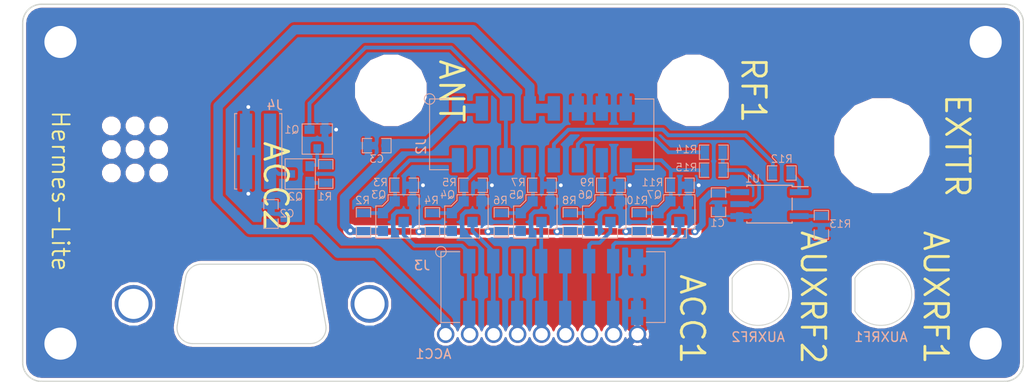
<source format=kicad_pcb>
(kicad_pcb (version 20171130) (host pcbnew 5.0.2-bee76a0~70~ubuntu16.04.1)

  (general
    (thickness 1.6)
    (drawings 24)
    (tracks 230)
    (zones 0)
    (modules 39)
    (nets 24)
  )

  (page USLetter)
  (title_block
    (title "Hermes-Lite End Plate 40")
    (date 2019-11-18)
    (rev 2.0)
    (company SofterHardware)
    (comment 1 "KF7O Steve Haynal")
  )

  (layers
    (0 F.Cu signal)
    (31 B.Cu signal)
    (32 B.Adhes user)
    (33 F.Adhes user)
    (34 B.Paste user)
    (35 F.Paste user)
    (36 B.SilkS user)
    (37 F.SilkS user)
    (38 B.Mask user)
    (39 F.Mask user)
    (40 Dwgs.User user)
    (41 Cmts.User user)
    (42 Eco1.User user)
    (43 Eco2.User user hide)
    (44 Edge.Cuts user)
    (45 Margin user)
    (46 B.CrtYd user)
    (47 F.CrtYd user)
    (48 B.Fab user hide)
    (49 F.Fab user)
  )

  (setup
    (last_trace_width 0.4)
    (user_trace_width 0.2)
    (user_trace_width 0.4)
    (user_trace_width 0.5)
    (user_trace_width 0.7)
    (user_trace_width 1)
    (trace_clearance 0.2)
    (zone_clearance 0.3)
    (zone_45_only no)
    (trace_min 0.2)
    (segment_width 0.2)
    (edge_width 0.15)
    (via_size 0.8)
    (via_drill 0.4)
    (via_min_size 0.4)
    (via_min_drill 0.3)
    (uvia_size 0.3)
    (uvia_drill 0.1)
    (uvias_allowed no)
    (uvia_min_size 0.2)
    (uvia_min_drill 0.1)
    (pcb_text_width 0.3)
    (pcb_text_size 1.5 1.5)
    (mod_edge_width 0.15)
    (mod_text_size 1 1)
    (mod_text_width 0.15)
    (pad_size 1.524 1.524)
    (pad_drill 0.762)
    (pad_to_mask_clearance 0.051)
    (solder_mask_min_width 0.25)
    (aux_axis_origin 50 50)
    (grid_origin 50 50)
    (visible_elements FFFDFF7F)
    (pcbplotparams
      (layerselection 0x015fc_ffffffff)
      (usegerberextensions false)
      (usegerberattributes false)
      (usegerberadvancedattributes false)
      (creategerberjobfile false)
      (excludeedgelayer true)
      (linewidth 0.100000)
      (plotframeref false)
      (viasonmask false)
      (mode 1)
      (useauxorigin true)
      (hpglpennumber 1)
      (hpglpenspeed 20)
      (hpglpendiameter 15.000000)
      (psnegative false)
      (psa4output false)
      (plotreference true)
      (plotvalue true)
      (plotinvisibletext false)
      (padsonsilk false)
      (subtractmaskfromsilk false)
      (outputformat 1)
      (mirror false)
      (drillshape 0)
      (scaleselection 1)
      (outputdirectory "gerber/"))
  )

  (net 0 "")
  (net 1 "Net-(Q1-Pad3)")
  (net 2 GNDS)
  (net 3 Vlvds)
  (net 4 "Net-(J2-Pad2)")
  (net 5 "Net-(J2-Pad4)")
  (net 6 "Net-(J2-Pad5)")
  (net 7 "Net-(J2-Pad8)")
  (net 8 "Net-(J2-Pad12)")
  (net 9 "Net-(J2-Pad14)")
  (net 10 "Net-(J2-Pad16)")
  (net 11 VSUP)
  (net 12 "Net-(J4-Pad1)")
  (net 13 ISOIN)
  (net 14 "Net-(R12-Pad1)")
  (net 15 "Net-(R13-Pad1)")
  (net 16 "Net-(R14-Pad2)")
  (net 17 "Net-(ACC1-Pad2)")
  (net 18 "Net-(ACC1-Pad3)")
  (net 19 "Net-(ACC1-Pad4)")
  (net 20 "Net-(ACC1-Pad5)")
  (net 21 "Net-(ACC1-Pad6)")
  (net 22 "Net-(ACC1-Pad7)")
  (net 23 "Net-(ACC1-Pad8)")

  (net_class Default "This is the default net class."
    (clearance 0.2)
    (trace_width 0.25)
    (via_dia 0.8)
    (via_drill 0.4)
    (uvia_dia 0.3)
    (uvia_drill 0.1)
    (add_net GNDS)
    (add_net ISOIN)
    (add_net "Net-(ACC1-Pad2)")
    (add_net "Net-(ACC1-Pad3)")
    (add_net "Net-(ACC1-Pad4)")
    (add_net "Net-(ACC1-Pad5)")
    (add_net "Net-(ACC1-Pad6)")
    (add_net "Net-(ACC1-Pad7)")
    (add_net "Net-(ACC1-Pad8)")
    (add_net "Net-(J2-Pad12)")
    (add_net "Net-(J2-Pad14)")
    (add_net "Net-(J2-Pad16)")
    (add_net "Net-(J2-Pad2)")
    (add_net "Net-(J2-Pad4)")
    (add_net "Net-(J2-Pad5)")
    (add_net "Net-(J2-Pad8)")
    (add_net "Net-(J4-Pad1)")
    (add_net "Net-(Q1-Pad3)")
    (add_net "Net-(R12-Pad1)")
    (add_net "Net-(R13-Pad1)")
    (add_net "Net-(R14-Pad2)")
    (add_net VSUP)
    (add_net Vlvds)
  )

  (module endcaplib:terminal_block (layer B.Cu) (tedit 5DD37317) (tstamp 5DEADE92)
    (at 94.8 85)
    (path /5DD5D92C)
    (fp_text reference ACC1 (at -1.3 2.1) (layer B.SilkS)
      (effects (font (size 1 1) (thickness 0.15)) (justify mirror))
    )
    (fp_text value "Terminal Block" (at -1 -4.3) (layer B.Fab)
      (effects (font (size 1 1) (thickness 0.15)) (justify mirror))
    )
    (pad 1 thru_hole circle (at 0 0) (size 1.85 1.85) (drill 1.32) (layers *.Cu B.Mask)
      (net 11 VSUP))
    (pad 2 thru_hole circle (at 2.54 0) (size 1.85 1.85) (drill 1.32) (layers *.Cu B.Mask)
      (net 17 "Net-(ACC1-Pad2)"))
    (pad 3 thru_hole circle (at 5.08 0) (size 1.85 1.85) (drill 1.32) (layers *.Cu B.Mask)
      (net 18 "Net-(ACC1-Pad3)"))
    (pad 4 thru_hole circle (at 7.62 0) (size 1.85 1.85) (drill 1.32) (layers *.Cu B.Mask)
      (net 19 "Net-(ACC1-Pad4)"))
    (pad 5 thru_hole circle (at 10.16 0) (size 1.85 1.85) (drill 1.32) (layers *.Cu B.Mask)
      (net 20 "Net-(ACC1-Pad5)"))
    (pad 6 thru_hole circle (at 12.7 0) (size 1.85 1.85) (drill 1.32) (layers *.Cu B.Mask)
      (net 21 "Net-(ACC1-Pad6)"))
    (pad 7 thru_hole circle (at 15.24 0) (size 1.85 1.85) (drill 1.32) (layers *.Cu B.Mask)
      (net 22 "Net-(ACC1-Pad7)"))
    (pad 8 thru_hole circle (at 17.78 0) (size 1.85 1.85) (drill 1.32) (layers *.Cu B.Mask)
      (net 23 "Net-(ACC1-Pad8)"))
    (pad 9 thru_hole circle (at 20.32 0) (size 1.85 1.85) (drill 1.32) (layers *.Cu B.Mask)
      (net 2 GNDS))
  )

  (module endcaplib:male_header (layer B.Cu) (tedit 5DD208C1) (tstamp 5DDE851B)
    (at 96.1 63.8 270)
    (path /5DD7679D)
    (fp_text reference J2 (at 1.3 3.9 270) (layer B.SilkS)
      (effects (font (size 1 1) (thickness 0.15)) (justify mirror))
    )
    (fp_text value "Male Header" (at 0.25 5 270) (layer B.Fab)
      (effects (font (size 1 1) (thickness 0.15)) (justify mirror))
    )
    (fp_circle (center -3.75 3) (end -3.5 2.5) (layer B.SilkS) (width 0.1))
    (fp_line (start 3.75 -20.75) (end 3.75 -18.75) (layer B.SilkS) (width 0.1))
    (fp_line (start -3.75 -20.75) (end 3.75 -20.75) (layer B.SilkS) (width 0.1))
    (fp_line (start -3.75 -18.75) (end -3.75 -20.75) (layer B.SilkS) (width 0.1))
    (fp_line (start 3.75 3) (end 3.75 1) (layer B.SilkS) (width 0.1))
    (fp_line (start -3.75 3) (end 3.75 3) (layer B.SilkS) (width 0.1))
    (fp_line (start -3.75 1) (end -3.75 3) (layer B.SilkS) (width 0.1))
    (pad 16 smd rect (at 2.75 -17.78 270) (size 2.6 1.3) (layers B.Cu B.Paste B.Mask)
      (net 10 "Net-(J2-Pad16)"))
    (pad 15 smd rect (at -2.75 -17.78 270) (size 2.6 1.3) (layers B.Cu B.Paste B.Mask)
      (net 2 GNDS))
    (pad 14 smd rect (at 2.75 -15.24 270) (size 2.6 1.3) (layers B.Cu B.Paste B.Mask)
      (net 9 "Net-(J2-Pad14)"))
    (pad 13 smd rect (at -2.75 -15.24 270) (size 2.6 1.3) (layers B.Cu B.Paste B.Mask)
      (net 2 GNDS))
    (pad 12 smd rect (at 2.75 -12.7 270) (size 2.6 1.3) (layers B.Cu B.Paste B.Mask)
      (net 8 "Net-(J2-Pad12)"))
    (pad 11 smd rect (at -2.75 -12.7 270) (size 2.6 1.3) (layers B.Cu B.Paste B.Mask)
      (net 2 GNDS))
    (pad 10 smd rect (at 2.75 -10.16 270) (size 2.6 1.3) (layers B.Cu B.Paste B.Mask)
      (net 13 ISOIN))
    (pad 9 smd rect (at -2.75 -10.16 270) (size 2.6 1.3) (layers B.Cu B.Paste B.Mask)
      (net 11 VSUP))
    (pad 8 smd rect (at 2.75 -7.62 270) (size 2.6 1.3) (layers B.Cu B.Paste B.Mask)
      (net 7 "Net-(J2-Pad8)"))
    (pad 7 smd rect (at -2.75 -7.62 270) (size 2.6 1.3) (layers B.Cu B.Paste B.Mask)
      (net 11 VSUP))
    (pad 6 smd rect (at 2.75 -5.08 270) (size 2.6 1.3) (layers B.Cu B.Paste B.Mask)
      (net 6 "Net-(J2-Pad5)"))
    (pad 5 smd rect (at -2.75 -5.08 270) (size 2.6 1.3) (layers B.Cu B.Paste B.Mask)
      (net 6 "Net-(J2-Pad5)"))
    (pad 4 smd rect (at 2.75 -2.54 270) (size 2.6 1.3) (layers B.Cu B.Paste B.Mask)
      (net 5 "Net-(J2-Pad4)"))
    (pad 3 smd rect (at -2.75 -2.54 270) (size 2.6 1.3) (layers B.Cu B.Paste B.Mask)
      (net 3 Vlvds))
    (pad 2 smd rect (at 2.75 0 270) (size 2.6 1.3) (layers B.Cu B.Paste B.Mask)
      (net 4 "Net-(J2-Pad2)"))
    (pad 1 smd rect (at -2.75 0 270) (size 2.6 1.3) (layers B.Cu B.Paste B.Mask)
      (net 3 Vlvds))
  )

  (module endcaplib:male_header (layer B.Cu) (tedit 5DD208C1) (tstamp 5DDE718E)
    (at 97.3 80 270)
    (path /5DD21DFB)
    (fp_text reference J3 (at -2.3 5) (layer B.SilkS)
      (effects (font (size 1 1) (thickness 0.15)) (justify mirror))
    )
    (fp_text value "Male Header" (at 0.25 5 270) (layer B.Fab)
      (effects (font (size 1 1) (thickness 0.15)) (justify mirror))
    )
    (fp_circle (center -3.75 3) (end -3.5 2.5) (layer B.SilkS) (width 0.1))
    (fp_line (start 3.75 -20.75) (end 3.75 -18.75) (layer B.SilkS) (width 0.1))
    (fp_line (start -3.75 -20.75) (end 3.75 -20.75) (layer B.SilkS) (width 0.1))
    (fp_line (start -3.75 -18.75) (end -3.75 -20.75) (layer B.SilkS) (width 0.1))
    (fp_line (start 3.75 3) (end 3.75 1) (layer B.SilkS) (width 0.1))
    (fp_line (start -3.75 3) (end 3.75 3) (layer B.SilkS) (width 0.1))
    (fp_line (start -3.75 1) (end -3.75 3) (layer B.SilkS) (width 0.1))
    (pad 16 smd rect (at 2.75 -17.78 270) (size 2.6 1.3) (layers B.Cu B.Paste B.Mask)
      (net 2 GNDS))
    (pad 15 smd rect (at -2.75 -17.78 270) (size 2.6 1.3) (layers B.Cu B.Paste B.Mask)
      (net 2 GNDS))
    (pad 14 smd rect (at 2.75 -15.24 270) (size 2.6 1.3) (layers B.Cu B.Paste B.Mask)
      (net 23 "Net-(ACC1-Pad8)"))
    (pad 13 smd rect (at -2.75 -15.24 270) (size 2.6 1.3) (layers B.Cu B.Paste B.Mask)
      (net 23 "Net-(ACC1-Pad8)"))
    (pad 12 smd rect (at 2.75 -12.7 270) (size 2.6 1.3) (layers B.Cu B.Paste B.Mask)
      (net 22 "Net-(ACC1-Pad7)"))
    (pad 11 smd rect (at -2.75 -12.7 270) (size 2.6 1.3) (layers B.Cu B.Paste B.Mask)
      (net 22 "Net-(ACC1-Pad7)"))
    (pad 10 smd rect (at 2.75 -10.16 270) (size 2.6 1.3) (layers B.Cu B.Paste B.Mask)
      (net 21 "Net-(ACC1-Pad6)"))
    (pad 9 smd rect (at -2.75 -10.16 270) (size 2.6 1.3) (layers B.Cu B.Paste B.Mask)
      (net 21 "Net-(ACC1-Pad6)"))
    (pad 8 smd rect (at 2.75 -7.62 270) (size 2.6 1.3) (layers B.Cu B.Paste B.Mask)
      (net 20 "Net-(ACC1-Pad5)"))
    (pad 7 smd rect (at -2.75 -7.62 270) (size 2.6 1.3) (layers B.Cu B.Paste B.Mask)
      (net 20 "Net-(ACC1-Pad5)"))
    (pad 6 smd rect (at 2.75 -5.08 270) (size 2.6 1.3) (layers B.Cu B.Paste B.Mask)
      (net 19 "Net-(ACC1-Pad4)"))
    (pad 5 smd rect (at -2.75 -5.08 270) (size 2.6 1.3) (layers B.Cu B.Paste B.Mask)
      (net 19 "Net-(ACC1-Pad4)"))
    (pad 4 smd rect (at 2.75 -2.54 270) (size 2.6 1.3) (layers B.Cu B.Paste B.Mask)
      (net 18 "Net-(ACC1-Pad3)"))
    (pad 3 smd rect (at -2.75 -2.54 270) (size 2.6 1.3) (layers B.Cu B.Paste B.Mask)
      (net 18 "Net-(ACC1-Pad3)"))
    (pad 2 smd rect (at 2.75 0 270) (size 2.6 1.3) (layers B.Cu B.Paste B.Mask)
      (net 17 "Net-(ACC1-Pad2)"))
    (pad 1 smd rect (at -2.75 0 270) (size 2.6 1.3) (layers B.Cu B.Paste B.Mask)
      (net 17 "Net-(ACC1-Pad2)"))
  )

  (module endcaplib:mh3mmround (layer F.Cu) (tedit 5D68A448) (tstamp 5D651D9B)
    (at 54 54)
    (path /5D58DD5D)
    (zone_connect 2)
    (fp_text reference MH1 (at 0.1 3.7) (layer F.SilkS) hide
      (effects (font (size 1 1) (thickness 0.15)))
    )
    (fp_text value 3mm (at 0.1 -3.6) (layer F.Fab)
      (effects (font (size 1 1) (thickness 0.15)))
    )
    (fp_arc (start 0 0) (end 0 -1.7) (angle -180) (layer Dwgs.User) (width 0.1))
    (fp_arc (start 0 0) (end 0 1.7) (angle -180) (layer Dwgs.User) (width 0.1))
    (fp_line (start 0 0) (end 0 -1) (layer Dwgs.User) (width 0.1))
    (fp_line (start 0 0) (end 0 1) (layer Dwgs.User) (width 0.1))
    (fp_line (start -1.1 0) (end 1.1 0) (layer Dwgs.User) (width 0.1))
    (pad 1 thru_hole circle (at 0 0) (size 4.9 4.9) (drill 3.4) (layers *.Cu *.Mask)
      (net 2 GNDS) (zone_connect 2))
  )

  (module endcaplib:mh3mmround (layer F.Cu) (tedit 5D68A448) (tstamp 5D651DA0)
    (at 152 54)
    (path /5D58DECC)
    (zone_connect 2)
    (fp_text reference MH2 (at 0.1 3.7) (layer F.SilkS) hide
      (effects (font (size 1 1) (thickness 0.15)))
    )
    (fp_text value 3mm (at 0.1 -3.6) (layer F.Fab)
      (effects (font (size 1 1) (thickness 0.15)))
    )
    (fp_arc (start 0 0) (end 0 -1.7) (angle -180) (layer Dwgs.User) (width 0.1))
    (fp_arc (start 0 0) (end 0 1.7) (angle -180) (layer Dwgs.User) (width 0.1))
    (fp_line (start 0 0) (end 0 -1) (layer Dwgs.User) (width 0.1))
    (fp_line (start 0 0) (end 0 1) (layer Dwgs.User) (width 0.1))
    (fp_line (start -1.1 0) (end 1.1 0) (layer Dwgs.User) (width 0.1))
    (pad 1 thru_hole circle (at 0 0) (size 4.9 4.9) (drill 3.4) (layers *.Cu *.Mask)
      (net 2 GNDS) (zone_connect 2))
  )

  (module endcaplib:mh3mmround (layer F.Cu) (tedit 5D68A448) (tstamp 5D651DA5)
    (at 152 86)
    (path /5D58DF0A)
    (zone_connect 2)
    (fp_text reference MH3 (at 0.1 3.7) (layer F.SilkS) hide
      (effects (font (size 1 1) (thickness 0.15)))
    )
    (fp_text value 3mm (at 0.1 -3.6) (layer F.Fab)
      (effects (font (size 1 1) (thickness 0.15)))
    )
    (fp_arc (start 0 0) (end 0 -1.7) (angle -180) (layer Dwgs.User) (width 0.1))
    (fp_arc (start 0 0) (end 0 1.7) (angle -180) (layer Dwgs.User) (width 0.1))
    (fp_line (start 0 0) (end 0 -1) (layer Dwgs.User) (width 0.1))
    (fp_line (start 0 0) (end 0 1) (layer Dwgs.User) (width 0.1))
    (fp_line (start -1.1 0) (end 1.1 0) (layer Dwgs.User) (width 0.1))
    (pad 1 thru_hole circle (at 0 0) (size 4.9 4.9) (drill 3.4) (layers *.Cu *.Mask)
      (net 2 GNDS) (zone_connect 2))
  )

  (module endcaplib:mh3mmround (layer F.Cu) (tedit 5D68A448) (tstamp 5D651DAA)
    (at 54 86)
    (path /5D58DF75)
    (zone_connect 2)
    (fp_text reference MH4 (at 0.1 3.7) (layer F.SilkS) hide
      (effects (font (size 1 1) (thickness 0.15)))
    )
    (fp_text value 3mm (at 0.1 -3.6) (layer F.Fab)
      (effects (font (size 1 1) (thickness 0.15)))
    )
    (fp_arc (start 0 0) (end 0 -1.7) (angle -180) (layer Dwgs.User) (width 0.1))
    (fp_arc (start 0 0) (end 0 1.7) (angle -180) (layer Dwgs.User) (width 0.1))
    (fp_line (start 0 0) (end 0 -1) (layer Dwgs.User) (width 0.1))
    (fp_line (start 0 0) (end 0 1) (layer Dwgs.User) (width 0.1))
    (fp_line (start -1.1 0) (end 1.1 0) (layer Dwgs.User) (width 0.1))
    (pad 1 thru_hole circle (at 0 0) (size 4.9 4.9) (drill 3.4) (layers *.Cu *.Mask)
      (net 2 GNDS) (zone_connect 2))
  )

  (module endcaplib:SMD-0805 (layer B.Cu) (tedit 5796CB05) (tstamp 5D5FB1DE)
    (at 82.1 68 90)
    (path /5D5E2A46)
    (attr smd)
    (fp_text reference R1 (at -2.4 -0.1) (layer B.SilkS)
      (effects (font (size 0.8 0.8) (thickness 0.1)) (justify mirror))
    )
    (fp_text value 10K (at 0 -0.381 90) (layer B.SilkS) hide
      (effects (font (size 0.8 0.8) (thickness 0.1)) (justify mirror))
    )
    (fp_line (start 1.524 -0.762) (end 0.508 -0.762) (layer B.SilkS) (width 0.1))
    (fp_line (start 1.524 0.762) (end 1.524 -0.762) (layer B.SilkS) (width 0.1))
    (fp_line (start 0.508 0.762) (end 1.524 0.762) (layer B.SilkS) (width 0.1))
    (fp_line (start -1.524 0.762) (end -0.508 0.762) (layer B.SilkS) (width 0.1))
    (fp_line (start -1.524 -0.762) (end -1.524 0.762) (layer B.SilkS) (width 0.1))
    (fp_line (start -0.508 -0.762) (end -1.524 -0.762) (layer B.SilkS) (width 0.1))
    (pad 2 smd rect (at 0.9525 0 90) (size 0.889 1.397) (layers B.Cu B.Paste B.Mask)
      (net 1 "Net-(Q1-Pad3)"))
    (pad 1 smd rect (at -0.9525 0 90) (size 0.889 1.397) (layers B.Cu B.Paste B.Mask)
      (net 11 VSUP))
    (model smd/chip_cms.wrl
      (at (xyz 0 0 0))
      (scale (xyz 0.1 0.1 0.1))
      (rotate (xyz 0 0 0))
    )
  )

  (module endcaplib:SOT23_3 (layer B.Cu) (tedit 5D5F68FE) (tstamp 5D5FB1C7)
    (at 81.2 63.3)
    (path /5D5E26C3)
    (fp_text reference Q1 (at -2.7 0) (layer B.SilkS)
      (effects (font (size 0.8 0.8) (thickness 0.1)) (justify mirror))
    )
    (fp_text value DTC144E (at 0 3.4) (layer B.Fab)
      (effects (font (size 0.8 0.8) (thickness 0.1)) (justify mirror))
    )
    (fp_line (start 1.6 -0.6) (end 1.6 2.6) (layer B.SilkS) (width 0.1))
    (fp_line (start -1.6 -0.6) (end 1.6 -0.6) (layer B.SilkS) (width 0.1))
    (fp_line (start -1.6 2.6) (end -1.6 -0.6) (layer B.SilkS) (width 0.1))
    (fp_line (start 1.6 2.6) (end -1.6 2.6) (layer B.SilkS) (width 0.1))
    (pad 2 smd rect (at 0.825 0) (size 1.05 0.9) (layers B.Cu B.Paste B.Mask)
      (net 2 GNDS))
    (pad 3 smd rect (at 0 2) (size 0.8 0.9) (layers B.Cu B.Paste B.Mask)
      (net 1 "Net-(Q1-Pad3)"))
    (pad 1 smd rect (at -0.825 0) (size 1.05 0.9) (layers B.Cu B.Paste B.Mask)
      (net 6 "Net-(J2-Pad5)"))
  )

  (module endcaplib:SOT23_3 (layer B.Cu) (tedit 5D5F68FE) (tstamp 5D5FB1D2)
    (at 80.4 68 270)
    (path /5D5E23C2)
    (fp_text reference Q2 (at 2.4 1.5) (layer B.SilkS)
      (effects (font (size 0.8 0.8) (thickness 0.1)) (justify mirror))
    )
    (fp_text value IRLML6402 (at 0 3.4 270) (layer B.Fab)
      (effects (font (size 0.8 0.8) (thickness 0.1)) (justify mirror))
    )
    (fp_line (start 1.6 -0.6) (end 1.6 2.6) (layer B.SilkS) (width 0.1))
    (fp_line (start -1.6 -0.6) (end 1.6 -0.6) (layer B.SilkS) (width 0.1))
    (fp_line (start -1.6 2.6) (end -1.6 -0.6) (layer B.SilkS) (width 0.1))
    (fp_line (start 1.6 2.6) (end -1.6 2.6) (layer B.SilkS) (width 0.1))
    (pad 2 smd rect (at 0.825 0 270) (size 1.05 0.9) (layers B.Cu B.Paste B.Mask)
      (net 11 VSUP))
    (pad 3 smd rect (at 0 2 270) (size 0.8 0.9) (layers B.Cu B.Paste B.Mask)
      (net 12 "Net-(J4-Pad1)"))
    (pad 1 smd rect (at -0.825 0 270) (size 1.05 0.9) (layers B.Cu B.Paste B.Mask)
      (net 1 "Net-(Q1-Pad3)"))
  )

  (module endcaplib:basic_back (layer F.Cu) (tedit 5D61E386) (tstamp 5D58E330)
    (at 141 58.5 180)
    (fp_text reference REF** (at -1.3 4.3 180) (layer F.SilkS) hide
      (effects (font (size 1 1) (thickness 0.15)))
    )
    (fp_text value basic_back (at -4.8 -15.1 180) (layer F.Fab) hide
      (effects (font (size 1 1) (thickness 0.15)))
    )
    (fp_line (start 0 -5.5) (end 0 -7.5) (layer Dwgs.User) (width 0.1))
    (fp_line (start -1 -6.5) (end 1 -6.5) (layer Dwgs.User) (width 0.1))
    (fp_circle (center 0 -6.5) (end 4.8 -6.5) (layer Dwgs.User) (width 0.1))
    (fp_line (start 51 -0.65) (end 53 -0.65) (layer Dwgs.User) (width 0.1))
    (fp_line (start 52 -1.65) (end 52 0.35) (layer Dwgs.User) (width 0.1))
    (fp_circle (center 52 -0.65) (end 55.5 -0.65) (layer Dwgs.User) (width 0.1))
    (fp_line (start 20 -1.65) (end 20 0.35) (layer Dwgs.User) (width 0.1))
    (fp_line (start 19 -0.65) (end 21 -0.65) (layer Dwgs.User) (width 0.1))
    (fp_circle (center 20 -0.65) (end 23.5 -0.65) (layer Dwgs.User) (width 0.1))
    (pad "" np_thru_hole circle (at 0 -6.5 180) (size 9.5 9.5) (drill 9.5) (layers *.Cu *.Mask))
    (pad "" np_thru_hole circle (at 20 -0.635 180) (size 7 7) (drill 7) (layers *.Cu *.Mask))
    (pad "" np_thru_hole circle (at 52 -0.635 180) (size 7 7) (drill 7) (layers *.Cu *.Mask))
  )

  (module endcaplib:3sot3_3 (layer B.Cu) (tedit 5DD1B645) (tstamp 5DDE1063)
    (at 91.3 70.9 270)
    (path /5DD1B0E6)
    (fp_text reference Q3 (at -0.7 3.6) (layer B.SilkS)
      (effects (font (size 0.8 0.8) (thickness 0.1)) (justify mirror))
    )
    (fp_text value MULTIFET (at 1.8 4.9 270) (layer B.Fab)
      (effects (font (size 1 1) (thickness 0.15)) (justify mirror))
    )
    (fp_line (start 0.5 3.2) (end 0.5 3.9) (layer B.SilkS) (width 0.1))
    (fp_line (start -0.1 2.6) (end 0.5 3.2) (layer B.SilkS) (width 0.1))
    (fp_line (start -0.7 2.6) (end -0.1 2.6) (layer B.SilkS) (width 0.1))
    (fp_line (start -0.7 -0.7) (end -0.7 2.6) (layer B.SilkS) (width 0.1))
    (fp_line (start 2.9 -0.7) (end -0.7 -0.7) (layer B.SilkS) (width 0.1))
    (fp_line (start 2.9 0.2) (end 2.9 -0.7) (layer B.SilkS) (width 0.1))
    (fp_line (start 3.9 0.2) (end 2.9 0.2) (layer B.SilkS) (width 0.1))
    (fp_line (start 3.9 3.9) (end 3.9 0.2) (layer B.SilkS) (width 0.1))
    (fp_line (start 0.5 3.9) (end 3.9 3.9) (layer B.SilkS) (width 0.1))
    (pad 1 smd rect (at 0.6 2.5 225) (size 2 0.8) (layers B.Cu B.Paste B.Mask)
      (net 4 "Net-(J2-Pad2)"))
    (pad 4 smd rect (at 3.15 3.15 270) (size 1.1 1.1) (layers B.Cu B.Paste B.Mask)
      (net 3 Vlvds))
    (pad 1 smd rect (at 1.25 3.15 270) (size 1.1 1.1) (layers B.Cu B.Paste B.Mask)
      (net 4 "Net-(J2-Pad2)"))
    (pad 3 smd rect (at 2.2 0.95 270) (size 1.1 1.1) (layers B.Cu B.Paste B.Mask)
      (net 17 "Net-(ACC1-Pad2)"))
    (pad 1 smd rect (at 0 1.9 270) (size 1.1 1.1) (layers B.Cu B.Paste B.Mask)
      (net 4 "Net-(J2-Pad2)"))
    (pad 2 smd rect (at 0 0 270) (size 1.1 1.1) (layers B.Cu B.Paste B.Mask)
      (net 2 GNDS))
  )

  (module endcaplib:3sot3_3 (layer B.Cu) (tedit 5DD1B6A5) (tstamp 5DDE1076)
    (at 98.6 70.9 270)
    (path /5DD5F30D)
    (fp_text reference Q4 (at -0.7 3.6) (layer B.SilkS)
      (effects (font (size 0.8 0.8) (thickness 0.1)) (justify mirror))
    )
    (fp_text value MULTIFET (at 1.8 4.9 270) (layer B.Fab)
      (effects (font (size 1 1) (thickness 0.15)) (justify mirror))
    )
    (fp_line (start 0.5 3.9) (end 3.9 3.9) (layer B.SilkS) (width 0.1))
    (fp_line (start 3.9 3.9) (end 3.9 0.2) (layer B.SilkS) (width 0.1))
    (fp_line (start 3.9 0.2) (end 2.9 0.2) (layer B.SilkS) (width 0.1))
    (fp_line (start 2.9 0.2) (end 2.9 -0.7) (layer B.SilkS) (width 0.1))
    (fp_line (start 2.9 -0.7) (end -0.7 -0.7) (layer B.SilkS) (width 0.1))
    (fp_line (start -0.7 -0.7) (end -0.7 2.6) (layer B.SilkS) (width 0.1))
    (fp_line (start -0.7 2.6) (end -0.1 2.6) (layer B.SilkS) (width 0.1))
    (fp_line (start -0.1 2.6) (end 0.5 3.2) (layer B.SilkS) (width 0.1))
    (fp_line (start 0.5 3.2) (end 0.5 3.9) (layer B.SilkS) (width 0.1))
    (pad 2 smd rect (at 0 0 270) (size 1.1 1.1) (layers B.Cu B.Paste B.Mask)
      (net 2 GNDS))
    (pad 1 smd rect (at 0 1.9 270) (size 1.1 1.1) (layers B.Cu B.Paste B.Mask)
      (net 5 "Net-(J2-Pad4)"))
    (pad 3 smd rect (at 2.2 0.95 270) (size 1.1 1.1) (layers B.Cu B.Paste B.Mask)
      (net 18 "Net-(ACC1-Pad3)"))
    (pad 1 smd rect (at 1.25 3.15 270) (size 1.1 1.1) (layers B.Cu B.Paste B.Mask)
      (net 5 "Net-(J2-Pad4)"))
    (pad 4 smd rect (at 3.15 3.15 270) (size 1.1 1.1) (layers B.Cu B.Paste B.Mask)
      (net 3 Vlvds))
    (pad 1 smd rect (at 0.6 2.5 225) (size 2 0.8) (layers B.Cu B.Paste B.Mask)
      (net 5 "Net-(J2-Pad4)"))
  )

  (module endcaplib:3sot3_3 (layer B.Cu) (tedit 5DD1B6D9) (tstamp 5DDE1089)
    (at 105.9 70.9 270)
    (path /5DD5FEF1)
    (fp_text reference Q5 (at -0.7 3.6) (layer B.SilkS)
      (effects (font (size 0.8 0.8) (thickness 0.1)) (justify mirror))
    )
    (fp_text value MULTIFET (at 1.8 4.9 270) (layer B.Fab)
      (effects (font (size 1 1) (thickness 0.15)) (justify mirror))
    )
    (fp_line (start 0.5 3.9) (end 3.9 3.9) (layer B.SilkS) (width 0.1))
    (fp_line (start 3.9 3.9) (end 3.9 0.2) (layer B.SilkS) (width 0.1))
    (fp_line (start 3.9 0.2) (end 2.9 0.2) (layer B.SilkS) (width 0.1))
    (fp_line (start 2.9 0.2) (end 2.9 -0.7) (layer B.SilkS) (width 0.1))
    (fp_line (start 2.9 -0.7) (end -0.7 -0.7) (layer B.SilkS) (width 0.1))
    (fp_line (start -0.7 -0.7) (end -0.7 2.6) (layer B.SilkS) (width 0.1))
    (fp_line (start -0.7 2.6) (end -0.1 2.6) (layer B.SilkS) (width 0.1))
    (fp_line (start -0.1 2.6) (end 0.5 3.2) (layer B.SilkS) (width 0.1))
    (fp_line (start 0.5 3.2) (end 0.5 3.9) (layer B.SilkS) (width 0.1))
    (pad 2 smd rect (at 0 0 270) (size 1.1 1.1) (layers B.Cu B.Paste B.Mask)
      (net 2 GNDS))
    (pad 1 smd rect (at 0 1.9 270) (size 1.1 1.1) (layers B.Cu B.Paste B.Mask)
      (net 7 "Net-(J2-Pad8)"))
    (pad 3 smd rect (at 2.2 0.95 270) (size 1.1 1.1) (layers B.Cu B.Paste B.Mask)
      (net 20 "Net-(ACC1-Pad5)"))
    (pad 1 smd rect (at 1.25 3.15 270) (size 1.1 1.1) (layers B.Cu B.Paste B.Mask)
      (net 7 "Net-(J2-Pad8)"))
    (pad 4 smd rect (at 3.15 3.15 270) (size 1.1 1.1) (layers B.Cu B.Paste B.Mask)
      (net 3 Vlvds))
    (pad 1 smd rect (at 0.6 2.5 225) (size 2 0.8) (layers B.Cu B.Paste B.Mask)
      (net 7 "Net-(J2-Pad8)"))
  )

  (module endcaplib:3sot3_3 (layer B.Cu) (tedit 5DD1B70F) (tstamp 5DDE109C)
    (at 113.2 70.9 270)
    (path /5DD6228B)
    (fp_text reference Q6 (at -0.7 3.6) (layer B.SilkS)
      (effects (font (size 0.8 0.8) (thickness 0.1)) (justify mirror))
    )
    (fp_text value MULTIFET (at 1.8 4.9 270) (layer B.Fab)
      (effects (font (size 1 1) (thickness 0.15)) (justify mirror))
    )
    (fp_line (start 0.5 3.2) (end 0.5 3.9) (layer B.SilkS) (width 0.1))
    (fp_line (start -0.1 2.6) (end 0.5 3.2) (layer B.SilkS) (width 0.1))
    (fp_line (start -0.7 2.6) (end -0.1 2.6) (layer B.SilkS) (width 0.1))
    (fp_line (start -0.7 -0.7) (end -0.7 2.6) (layer B.SilkS) (width 0.1))
    (fp_line (start 2.9 -0.7) (end -0.7 -0.7) (layer B.SilkS) (width 0.1))
    (fp_line (start 2.9 0.2) (end 2.9 -0.7) (layer B.SilkS) (width 0.1))
    (fp_line (start 3.9 0.2) (end 2.9 0.2) (layer B.SilkS) (width 0.1))
    (fp_line (start 3.9 3.9) (end 3.9 0.2) (layer B.SilkS) (width 0.1))
    (fp_line (start 0.5 3.9) (end 3.9 3.9) (layer B.SilkS) (width 0.1))
    (pad 1 smd rect (at 0.6 2.5 225) (size 2 0.8) (layers B.Cu B.Paste B.Mask)
      (net 9 "Net-(J2-Pad14)"))
    (pad 4 smd rect (at 3.15 3.15 270) (size 1.1 1.1) (layers B.Cu B.Paste B.Mask)
      (net 3 Vlvds))
    (pad 1 smd rect (at 1.25 3.15 270) (size 1.1 1.1) (layers B.Cu B.Paste B.Mask)
      (net 9 "Net-(J2-Pad14)"))
    (pad 3 smd rect (at 2.2 0.95 270) (size 1.1 1.1) (layers B.Cu B.Paste B.Mask)
      (net 22 "Net-(ACC1-Pad7)"))
    (pad 1 smd rect (at 0 1.9 270) (size 1.1 1.1) (layers B.Cu B.Paste B.Mask)
      (net 9 "Net-(J2-Pad14)"))
    (pad 2 smd rect (at 0 0 270) (size 1.1 1.1) (layers B.Cu B.Paste B.Mask)
      (net 2 GNDS))
  )

  (module endcaplib:3sot3_3 (layer B.Cu) (tedit 5DD1B73A) (tstamp 5DDE10AF)
    (at 120.5 70.9 270)
    (path /5DD646AB)
    (fp_text reference Q7 (at -0.7 3.6) (layer B.SilkS)
      (effects (font (size 0.8 0.8) (thickness 0.1)) (justify mirror))
    )
    (fp_text value MULTIFET (at 1.8 4.9 270) (layer B.Fab)
      (effects (font (size 1 1) (thickness 0.15)) (justify mirror))
    )
    (fp_line (start 0.5 3.9) (end 3.9 3.9) (layer B.SilkS) (width 0.1))
    (fp_line (start 3.9 3.9) (end 3.9 0.2) (layer B.SilkS) (width 0.1))
    (fp_line (start 3.9 0.2) (end 2.9 0.2) (layer B.SilkS) (width 0.1))
    (fp_line (start 2.9 0.2) (end 2.9 -0.7) (layer B.SilkS) (width 0.1))
    (fp_line (start 2.9 -0.7) (end -0.7 -0.7) (layer B.SilkS) (width 0.1))
    (fp_line (start -0.7 -0.7) (end -0.7 2.6) (layer B.SilkS) (width 0.1))
    (fp_line (start -0.7 2.6) (end -0.1 2.6) (layer B.SilkS) (width 0.1))
    (fp_line (start -0.1 2.6) (end 0.5 3.2) (layer B.SilkS) (width 0.1))
    (fp_line (start 0.5 3.2) (end 0.5 3.9) (layer B.SilkS) (width 0.1))
    (pad 2 smd rect (at 0 0 270) (size 1.1 1.1) (layers B.Cu B.Paste B.Mask)
      (net 2 GNDS))
    (pad 1 smd rect (at 0 1.9 270) (size 1.1 1.1) (layers B.Cu B.Paste B.Mask)
      (net 10 "Net-(J2-Pad16)"))
    (pad 3 smd rect (at 2.2 0.95 270) (size 1.1 1.1) (layers B.Cu B.Paste B.Mask)
      (net 23 "Net-(ACC1-Pad8)"))
    (pad 1 smd rect (at 1.25 3.15 270) (size 1.1 1.1) (layers B.Cu B.Paste B.Mask)
      (net 10 "Net-(J2-Pad16)"))
    (pad 4 smd rect (at 3.15 3.15 270) (size 1.1 1.1) (layers B.Cu B.Paste B.Mask)
      (net 3 Vlvds))
    (pad 1 smd rect (at 0.6 2.5 225) (size 2 0.8) (layers B.Cu B.Paste B.Mask)
      (net 10 "Net-(J2-Pad16)"))
  )

  (module endcaplib:SMD-0805 (layer B.Cu) (tedit 5796CB05) (tstamp 5DDE10BB)
    (at 86.1 73.1 90)
    (path /5DD3D759)
    (attr smd)
    (fp_text reference R2 (at 2.3 -0.1 180) (layer B.SilkS)
      (effects (font (size 0.8 0.8) (thickness 0.1)) (justify mirror))
    )
    (fp_text value 10K (at 0 -0.381 90) (layer B.SilkS) hide
      (effects (font (size 0.8 0.8) (thickness 0.1)) (justify mirror))
    )
    (fp_line (start -0.508 -0.762) (end -1.524 -0.762) (layer B.SilkS) (width 0.1))
    (fp_line (start -1.524 -0.762) (end -1.524 0.762) (layer B.SilkS) (width 0.1))
    (fp_line (start -1.524 0.762) (end -0.508 0.762) (layer B.SilkS) (width 0.1))
    (fp_line (start 0.508 0.762) (end 1.524 0.762) (layer B.SilkS) (width 0.1))
    (fp_line (start 1.524 0.762) (end 1.524 -0.762) (layer B.SilkS) (width 0.1))
    (fp_line (start 1.524 -0.762) (end 0.508 -0.762) (layer B.SilkS) (width 0.1))
    (pad 1 smd rect (at -0.9525 0 90) (size 0.889 1.397) (layers B.Cu B.Paste B.Mask)
      (net 3 Vlvds))
    (pad 2 smd rect (at 0.9525 0 90) (size 0.889 1.397) (layers B.Cu B.Paste B.Mask)
      (net 4 "Net-(J2-Pad2)"))
    (model smd/chip_cms.wrl
      (at (xyz 0 0 0))
      (scale (xyz 0.1 0.1 0.1))
      (rotate (xyz 0 0 0))
    )
  )

  (module endcaplib:SMD-0805 (layer B.Cu) (tedit 5796CB05) (tstamp 5DDE10C7)
    (at 90.4 69.2)
    (path /5DD3B987)
    (attr smd)
    (fp_text reference R3 (at -2.5 -0.3 180) (layer B.SilkS)
      (effects (font (size 0.8 0.8) (thickness 0.1)) (justify mirror))
    )
    (fp_text value 10K (at 0 -0.381) (layer B.SilkS) hide
      (effects (font (size 0.8 0.8) (thickness 0.1)) (justify mirror))
    )
    (fp_line (start 1.524 -0.762) (end 0.508 -0.762) (layer B.SilkS) (width 0.1))
    (fp_line (start 1.524 0.762) (end 1.524 -0.762) (layer B.SilkS) (width 0.1))
    (fp_line (start 0.508 0.762) (end 1.524 0.762) (layer B.SilkS) (width 0.1))
    (fp_line (start -1.524 0.762) (end -0.508 0.762) (layer B.SilkS) (width 0.1))
    (fp_line (start -1.524 -0.762) (end -1.524 0.762) (layer B.SilkS) (width 0.1))
    (fp_line (start -0.508 -0.762) (end -1.524 -0.762) (layer B.SilkS) (width 0.1))
    (pad 2 smd rect (at 0.9525 0) (size 0.889 1.397) (layers B.Cu B.Paste B.Mask)
      (net 2 GNDS))
    (pad 1 smd rect (at -0.9525 0) (size 0.889 1.397) (layers B.Cu B.Paste B.Mask)
      (net 4 "Net-(J2-Pad2)"))
    (model smd/chip_cms.wrl
      (at (xyz 0 0 0))
      (scale (xyz 0.1 0.1 0.1))
      (rotate (xyz 0 0 0))
    )
  )

  (module endcaplib:SMD-0805 (layer B.Cu) (tedit 5796CB05) (tstamp 5DDE10D3)
    (at 93.4 73.1 90)
    (path /5DD5F326)
    (attr smd)
    (fp_text reference R4 (at 2.3 -0.1 180) (layer B.SilkS)
      (effects (font (size 0.8 0.8) (thickness 0.1)) (justify mirror))
    )
    (fp_text value 10K (at 0 -0.381 90) (layer B.SilkS) hide
      (effects (font (size 0.8 0.8) (thickness 0.1)) (justify mirror))
    )
    (fp_line (start -0.508 -0.762) (end -1.524 -0.762) (layer B.SilkS) (width 0.1))
    (fp_line (start -1.524 -0.762) (end -1.524 0.762) (layer B.SilkS) (width 0.1))
    (fp_line (start -1.524 0.762) (end -0.508 0.762) (layer B.SilkS) (width 0.1))
    (fp_line (start 0.508 0.762) (end 1.524 0.762) (layer B.SilkS) (width 0.1))
    (fp_line (start 1.524 0.762) (end 1.524 -0.762) (layer B.SilkS) (width 0.1))
    (fp_line (start 1.524 -0.762) (end 0.508 -0.762) (layer B.SilkS) (width 0.1))
    (pad 1 smd rect (at -0.9525 0 90) (size 0.889 1.397) (layers B.Cu B.Paste B.Mask)
      (net 3 Vlvds))
    (pad 2 smd rect (at 0.9525 0 90) (size 0.889 1.397) (layers B.Cu B.Paste B.Mask)
      (net 5 "Net-(J2-Pad4)"))
    (model smd/chip_cms.wrl
      (at (xyz 0 0 0))
      (scale (xyz 0.1 0.1 0.1))
      (rotate (xyz 0 0 0))
    )
  )

  (module endcaplib:SMD-0805 (layer B.Cu) (tedit 5796CB05) (tstamp 5DDE1D35)
    (at 97.7 69.2)
    (path /5DD5F319)
    (attr smd)
    (fp_text reference R5 (at -2.5 -0.3) (layer B.SilkS)
      (effects (font (size 0.8 0.8) (thickness 0.1)) (justify mirror))
    )
    (fp_text value 10K (at 0 -0.381) (layer B.SilkS) hide
      (effects (font (size 0.8 0.8) (thickness 0.1)) (justify mirror))
    )
    (fp_line (start 1.524 -0.762) (end 0.508 -0.762) (layer B.SilkS) (width 0.1))
    (fp_line (start 1.524 0.762) (end 1.524 -0.762) (layer B.SilkS) (width 0.1))
    (fp_line (start 0.508 0.762) (end 1.524 0.762) (layer B.SilkS) (width 0.1))
    (fp_line (start -1.524 0.762) (end -0.508 0.762) (layer B.SilkS) (width 0.1))
    (fp_line (start -1.524 -0.762) (end -1.524 0.762) (layer B.SilkS) (width 0.1))
    (fp_line (start -0.508 -0.762) (end -1.524 -0.762) (layer B.SilkS) (width 0.1))
    (pad 2 smd rect (at 0.9525 0) (size 0.889 1.397) (layers B.Cu B.Paste B.Mask)
      (net 2 GNDS))
    (pad 1 smd rect (at -0.9525 0) (size 0.889 1.397) (layers B.Cu B.Paste B.Mask)
      (net 5 "Net-(J2-Pad4)"))
    (model smd/chip_cms.wrl
      (at (xyz 0 0 0))
      (scale (xyz 0.1 0.1 0.1))
      (rotate (xyz 0 0 0))
    )
  )

  (module endcaplib:SMD-0805 (layer B.Cu) (tedit 5796CB05) (tstamp 5DDE1DEC)
    (at 100.7 73.1 90)
    (path /5DD5FF0A)
    (attr smd)
    (fp_text reference R6 (at 2.3 -0.1 180) (layer B.SilkS)
      (effects (font (size 0.8 0.8) (thickness 0.1)) (justify mirror))
    )
    (fp_text value 10K (at 0 -0.381 90) (layer B.SilkS) hide
      (effects (font (size 0.8 0.8) (thickness 0.1)) (justify mirror))
    )
    (fp_line (start -0.508 -0.762) (end -1.524 -0.762) (layer B.SilkS) (width 0.1))
    (fp_line (start -1.524 -0.762) (end -1.524 0.762) (layer B.SilkS) (width 0.1))
    (fp_line (start -1.524 0.762) (end -0.508 0.762) (layer B.SilkS) (width 0.1))
    (fp_line (start 0.508 0.762) (end 1.524 0.762) (layer B.SilkS) (width 0.1))
    (fp_line (start 1.524 0.762) (end 1.524 -0.762) (layer B.SilkS) (width 0.1))
    (fp_line (start 1.524 -0.762) (end 0.508 -0.762) (layer B.SilkS) (width 0.1))
    (pad 1 smd rect (at -0.9525 0 90) (size 0.889 1.397) (layers B.Cu B.Paste B.Mask)
      (net 3 Vlvds))
    (pad 2 smd rect (at 0.9525 0 90) (size 0.889 1.397) (layers B.Cu B.Paste B.Mask)
      (net 7 "Net-(J2-Pad8)"))
    (model smd/chip_cms.wrl
      (at (xyz 0 0 0))
      (scale (xyz 0.1 0.1 0.1))
      (rotate (xyz 0 0 0))
    )
  )

  (module endcaplib:SMD-0805 (layer B.Cu) (tedit 5796CB05) (tstamp 5DDE10F7)
    (at 105 69.2)
    (path /5DD5FEFD)
    (attr smd)
    (fp_text reference R7 (at -2.5 -0.3) (layer B.SilkS)
      (effects (font (size 0.8 0.8) (thickness 0.1)) (justify mirror))
    )
    (fp_text value 10K (at 0 -0.381) (layer B.SilkS) hide
      (effects (font (size 0.8 0.8) (thickness 0.1)) (justify mirror))
    )
    (fp_line (start 1.524 -0.762) (end 0.508 -0.762) (layer B.SilkS) (width 0.1))
    (fp_line (start 1.524 0.762) (end 1.524 -0.762) (layer B.SilkS) (width 0.1))
    (fp_line (start 0.508 0.762) (end 1.524 0.762) (layer B.SilkS) (width 0.1))
    (fp_line (start -1.524 0.762) (end -0.508 0.762) (layer B.SilkS) (width 0.1))
    (fp_line (start -1.524 -0.762) (end -1.524 0.762) (layer B.SilkS) (width 0.1))
    (fp_line (start -0.508 -0.762) (end -1.524 -0.762) (layer B.SilkS) (width 0.1))
    (pad 2 smd rect (at 0.9525 0) (size 0.889 1.397) (layers B.Cu B.Paste B.Mask)
      (net 2 GNDS))
    (pad 1 smd rect (at -0.9525 0) (size 0.889 1.397) (layers B.Cu B.Paste B.Mask)
      (net 7 "Net-(J2-Pad8)"))
    (model smd/chip_cms.wrl
      (at (xyz 0 0 0))
      (scale (xyz 0.1 0.1 0.1))
      (rotate (xyz 0 0 0))
    )
  )

  (module endcaplib:SMD-0805 (layer B.Cu) (tedit 5796CB05) (tstamp 5DDE1103)
    (at 108 73.1 90)
    (path /5DD622A4)
    (attr smd)
    (fp_text reference R8 (at 2.3 -0.1 180) (layer B.SilkS)
      (effects (font (size 0.8 0.8) (thickness 0.1)) (justify mirror))
    )
    (fp_text value 10K (at 0 -0.381 90) (layer B.SilkS) hide
      (effects (font (size 0.8 0.8) (thickness 0.1)) (justify mirror))
    )
    (fp_line (start -0.508 -0.762) (end -1.524 -0.762) (layer B.SilkS) (width 0.1))
    (fp_line (start -1.524 -0.762) (end -1.524 0.762) (layer B.SilkS) (width 0.1))
    (fp_line (start -1.524 0.762) (end -0.508 0.762) (layer B.SilkS) (width 0.1))
    (fp_line (start 0.508 0.762) (end 1.524 0.762) (layer B.SilkS) (width 0.1))
    (fp_line (start 1.524 0.762) (end 1.524 -0.762) (layer B.SilkS) (width 0.1))
    (fp_line (start 1.524 -0.762) (end 0.508 -0.762) (layer B.SilkS) (width 0.1))
    (pad 1 smd rect (at -0.9525 0 90) (size 0.889 1.397) (layers B.Cu B.Paste B.Mask)
      (net 3 Vlvds))
    (pad 2 smd rect (at 0.9525 0 90) (size 0.889 1.397) (layers B.Cu B.Paste B.Mask)
      (net 9 "Net-(J2-Pad14)"))
    (model smd/chip_cms.wrl
      (at (xyz 0 0 0))
      (scale (xyz 0.1 0.1 0.1))
      (rotate (xyz 0 0 0))
    )
  )

  (module endcaplib:SMD-0805 (layer B.Cu) (tedit 5796CB05) (tstamp 5DDE1EE8)
    (at 112.3 69.2)
    (path /5DD62297)
    (attr smd)
    (fp_text reference R9 (at -2.5 -0.3) (layer B.SilkS)
      (effects (font (size 0.8 0.8) (thickness 0.1)) (justify mirror))
    )
    (fp_text value 10K (at 0 -0.381) (layer B.SilkS) hide
      (effects (font (size 0.8 0.8) (thickness 0.1)) (justify mirror))
    )
    (fp_line (start 1.524 -0.762) (end 0.508 -0.762) (layer B.SilkS) (width 0.1))
    (fp_line (start 1.524 0.762) (end 1.524 -0.762) (layer B.SilkS) (width 0.1))
    (fp_line (start 0.508 0.762) (end 1.524 0.762) (layer B.SilkS) (width 0.1))
    (fp_line (start -1.524 0.762) (end -0.508 0.762) (layer B.SilkS) (width 0.1))
    (fp_line (start -1.524 -0.762) (end -1.524 0.762) (layer B.SilkS) (width 0.1))
    (fp_line (start -0.508 -0.762) (end -1.524 -0.762) (layer B.SilkS) (width 0.1))
    (pad 2 smd rect (at 0.9525 0) (size 0.889 1.397) (layers B.Cu B.Paste B.Mask)
      (net 2 GNDS))
    (pad 1 smd rect (at -0.9525 0) (size 0.889 1.397) (layers B.Cu B.Paste B.Mask)
      (net 9 "Net-(J2-Pad14)"))
    (model smd/chip_cms.wrl
      (at (xyz 0 0 0))
      (scale (xyz 0.1 0.1 0.1))
      (rotate (xyz 0 0 0))
    )
  )

  (module endcaplib:SMD-0805 (layer B.Cu) (tedit 5796CB05) (tstamp 5DDE111B)
    (at 115.3 73.1 90)
    (path /5DD646C4)
    (attr smd)
    (fp_text reference R10 (at 2.3 -0.2 180) (layer B.SilkS)
      (effects (font (size 0.8 0.8) (thickness 0.1)) (justify mirror))
    )
    (fp_text value 10K (at 0 -0.381 90) (layer B.SilkS) hide
      (effects (font (size 0.8 0.8) (thickness 0.1)) (justify mirror))
    )
    (fp_line (start -0.508 -0.762) (end -1.524 -0.762) (layer B.SilkS) (width 0.1))
    (fp_line (start -1.524 -0.762) (end -1.524 0.762) (layer B.SilkS) (width 0.1))
    (fp_line (start -1.524 0.762) (end -0.508 0.762) (layer B.SilkS) (width 0.1))
    (fp_line (start 0.508 0.762) (end 1.524 0.762) (layer B.SilkS) (width 0.1))
    (fp_line (start 1.524 0.762) (end 1.524 -0.762) (layer B.SilkS) (width 0.1))
    (fp_line (start 1.524 -0.762) (end 0.508 -0.762) (layer B.SilkS) (width 0.1))
    (pad 1 smd rect (at -0.9525 0 90) (size 0.889 1.397) (layers B.Cu B.Paste B.Mask)
      (net 3 Vlvds))
    (pad 2 smd rect (at 0.9525 0 90) (size 0.889 1.397) (layers B.Cu B.Paste B.Mask)
      (net 10 "Net-(J2-Pad16)"))
    (model smd/chip_cms.wrl
      (at (xyz 0 0 0))
      (scale (xyz 0.1 0.1 0.1))
      (rotate (xyz 0 0 0))
    )
  )

  (module endcaplib:SMD-0805 (layer B.Cu) (tedit 5796CB05) (tstamp 5DDE1F9D)
    (at 119.6 69.2)
    (path /5DD646B7)
    (attr smd)
    (fp_text reference R11 (at -2.9 -0.3) (layer B.SilkS)
      (effects (font (size 0.8 0.8) (thickness 0.1)) (justify mirror))
    )
    (fp_text value 10K (at 0 -0.381) (layer B.SilkS) hide
      (effects (font (size 0.8 0.8) (thickness 0.1)) (justify mirror))
    )
    (fp_line (start 1.524 -0.762) (end 0.508 -0.762) (layer B.SilkS) (width 0.1))
    (fp_line (start 1.524 0.762) (end 1.524 -0.762) (layer B.SilkS) (width 0.1))
    (fp_line (start 0.508 0.762) (end 1.524 0.762) (layer B.SilkS) (width 0.1))
    (fp_line (start -1.524 0.762) (end -0.508 0.762) (layer B.SilkS) (width 0.1))
    (fp_line (start -1.524 -0.762) (end -1.524 0.762) (layer B.SilkS) (width 0.1))
    (fp_line (start -0.508 -0.762) (end -1.524 -0.762) (layer B.SilkS) (width 0.1))
    (pad 2 smd rect (at 0.9525 0) (size 0.889 1.397) (layers B.Cu B.Paste B.Mask)
      (net 2 GNDS))
    (pad 1 smd rect (at -0.9525 0) (size 0.889 1.397) (layers B.Cu B.Paste B.Mask)
      (net 10 "Net-(J2-Pad16)"))
    (model smd/chip_cms.wrl
      (at (xyz 0 0 0))
      (scale (xyz 0.1 0.1 0.1))
      (rotate (xyz 0 0 0))
    )
  )

  (module endcaplib:DSUB-9_Cutout (layer B.Cu) (tedit 5DD3732F) (tstamp 5DE96BEF)
    (at 68.7 83.2)
    (descr "9-pin D-Sub connector, straight/vertical, THT-mount, male, pitch 2.77x2.84mm, distance of mounting holes 25mm, see https://disti-assets.s3.amazonaws.com/tonar/files/datasheets/16730.pdf")
    (tags "9-pin D-Sub connector straight vertical THT male pitch 2.77x2.84mm mounting holes distance 25mm")
    (path /5DD1F9CE)
    (fp_text reference ACC2 (at 6 -9 unlocked) (layer B.SilkS) hide
      (effects (font (size 2.5 2.5) (thickness 0.3)) (justify mirror))
    )
    (fp_text value DB9 (at 5.54 -8.73) (layer B.Fab)
      (effects (font (size 1 1) (thickness 0.15)) (justify mirror))
    )
    (fp_line (start 21.5 5.35) (end -10.4 5.35) (layer B.CrtYd) (width 0.05))
    (fp_line (start 21.5 -8.2) (end 21.5 5.35) (layer B.CrtYd) (width 0.05))
    (fp_line (start -10.4 -8.2) (end 21.5 -8.2) (layer B.CrtYd) (width 0.05))
    (fp_line (start -10.4 5.35) (end -10.4 -8.2) (layer B.CrtYd) (width 0.05))
    (fp_line (start -2.32647 0.841744) (end -1.427202 -4.258256) (layer Edge.Cuts) (width 0.12))
    (fp_line (start 13.40647 0.841744) (end 12.507202 -4.258256) (layer Edge.Cuts) (width 0.12))
    (fp_line (start 0.207579 -5.63) (end 10.872421 -5.63) (layer Edge.Cuts) (width 0.12))
    (fp_line (start -0.691689 2.79) (end 11.771689 2.79) (layer Edge.Cuts) (width 0.12))
    (fp_line (start -2.278887 0.852163) (end -1.379619 -4.247837) (layer B.Fab) (width 0.1))
    (fp_line (start 13.358887 0.852163) (end 12.459619 -4.247837) (layer B.Fab) (width 0.1))
    (fp_line (start 0.196073 -5.57) (end 10.883927 -5.57) (layer B.Fab) (width 0.1))
    (fp_line (start -0.703194 2.73) (end 11.783194 2.73) (layer B.Fab) (width 0.1))
    (fp_line (start -9.885 -6.67) (end -9.885 3.83) (layer B.Fab) (width 0.1))
    (fp_line (start 19.965 -7.67) (end -8.885 -7.67) (layer B.Fab) (width 0.1))
    (fp_line (start 20.965 3.83) (end 20.965 -6.67) (layer B.Fab) (width 0.1))
    (fp_line (start -8.885 4.83) (end 19.965 4.83) (layer B.Fab) (width 0.1))
    (fp_arc (start 10.872421 -3.97) (end 10.872421 -5.63) (angle 80) (layer Edge.Cuts) (width 0.12))
    (fp_arc (start 0.207579 -3.97) (end 0.207579 -5.63) (angle -80) (layer Edge.Cuts) (width 0.12))
    (fp_arc (start 11.771689 1.13) (end 11.771689 2.79) (angle -100) (layer Edge.Cuts) (width 0.12))
    (fp_arc (start -0.691689 1.13) (end -0.691689 2.79) (angle 100) (layer Edge.Cuts) (width 0.12))
    (fp_arc (start 10.883927 -3.97) (end 10.883927 -5.57) (angle 80) (layer B.Fab) (width 0.1))
    (fp_arc (start 0.196073 -3.97) (end 0.196073 -5.57) (angle -80) (layer B.Fab) (width 0.1))
    (fp_arc (start 11.783194 1.13) (end 11.783194 2.73) (angle -100) (layer B.Fab) (width 0.1))
    (fp_arc (start -0.703194 1.13) (end -0.703194 2.73) (angle 100) (layer B.Fab) (width 0.1))
    (fp_arc (start 19.965 -6.67) (end 20.965 -6.67) (angle -90) (layer B.Fab) (width 0.1))
    (fp_arc (start -8.885 -6.67) (end -9.885 -6.67) (angle 90) (layer B.Fab) (width 0.1))
    (fp_arc (start 19.965 3.83) (end 19.965 4.83) (angle -90) (layer B.Fab) (width 0.1))
    (fp_arc (start -8.885 3.83) (end -9.885 3.83) (angle -90) (layer B.Fab) (width 0.1))
    (pad 0 thru_hole circle (at 18.04 -1.42) (size 4 4) (drill 3.2) (layers *.Cu *.Mask))
    (pad 0 thru_hole circle (at -6.96 -1.42) (size 4 4) (drill 3.2) (layers *.Cu *.Mask))
    (model ${KISYS3DMOD}/Connector_Dsub.3dshapes/DSUB-9_Male_Vertical_P2.77x2.84mm_MountingHoles.wrl
      (at (xyz 0 0 0))
      (scale (xyz 1 1 1))
      (rotate (xyz 0 0 0))
    )
  )

  (module endcaplib:sma_panel (layer B.Cu) (tedit 5DD36CD4) (tstamp 5DE96865)
    (at 140.9 80.8)
    (path /5DD23D23)
    (fp_text reference AUXRF1 (at 0 4.5) (layer B.SilkS)
      (effects (font (size 1 1) (thickness 0.15)) (justify mirror))
    )
    (fp_text value SMA (at 0 -4.25) (layer B.Fab)
      (effects (font (size 1 1) (thickness 0.15)) (justify mirror))
    )
    (fp_arc (start 0 0) (end -2.749999 -1.749999) (angle 295.0576154) (layer Edge.Cuts) (width 0.1))
    (fp_line (start -2.75 1.75) (end -2.75 -1.75) (layer Edge.Cuts) (width 0.1))
  )

  (module endcaplib:sma_panel (layer B.Cu) (tedit 5DD36CF3) (tstamp 5DD1CF23)
    (at 127.9 80.8)
    (path /5DD23D9F)
    (fp_text reference AUXRF2 (at 0 4.5) (layer B.SilkS)
      (effects (font (size 1 1) (thickness 0.15)) (justify mirror))
    )
    (fp_text value SMA (at 0 -4.25) (layer B.Fab)
      (effects (font (size 1 1) (thickness 0.15)) (justify mirror))
    )
    (fp_line (start -2.75 1.75) (end -2.75 -1.75) (layer Edge.Cuts) (width 0.1))
    (fp_arc (start 0 0) (end -2.749999 -1.749999) (angle 295.0576154) (layer Edge.Cuts) (width 0.1))
  )

  (module endcaplib:male_header_2 (layer B.Cu) (tedit 5DD2173A) (tstamp 5DE965A0)
    (at 76.2 65.6 90)
    (path /5DDDD7DD)
    (fp_text reference J4 (at 4.9 0.5 180) (layer B.SilkS)
      (effects (font (size 1 1) (thickness 0.15)) (justify mirror))
    )
    (fp_text value Fan (at 0.25 -4.5 90) (layer B.Fab)
      (effects (font (size 1 1) (thickness 0.15)) (justify mirror))
    )
    (fp_line (start -4 1) (end -4 1.25) (layer B.SilkS) (width 0.1))
    (fp_line (start -4 1.25) (end 4 1.25) (layer B.SilkS) (width 0.1))
    (fp_line (start 4 1.25) (end 4 1) (layer B.SilkS) (width 0.1))
    (fp_line (start -4 -3.5) (end -4 -3.75) (layer B.SilkS) (width 0.1))
    (fp_line (start -4 -3.75) (end 4 -3.75) (layer B.SilkS) (width 0.1))
    (fp_line (start 4 -3.75) (end 4 -3.5) (layer B.SilkS) (width 0.1))
    (pad 1 smd rect (at 0 0 90) (size 8 1.3) (layers B.Cu B.Paste B.Mask)
      (net 12 "Net-(J4-Pad1)"))
    (pad 2 smd rect (at 0 -2.54 90) (size 8 1.3) (layers B.Cu B.Paste B.Mask)
      (net 2 GNDS))
  )

  (module endcaplib:speakerventsmall (layer F.Cu) (tedit 5D68AAE3) (tstamp 5DE96A81)
    (at 59.4 67.9)
    (fp_text reference REF** (at -1.1 3.9) (layer F.SilkS) hide
      (effects (font (size 1 1) (thickness 0.15)))
    )
    (fp_text value speakerventsmall (at -5.2 -3.8) (layer F.Fab)
      (effects (font (size 1 1) (thickness 0.15)))
    )
    (pad "" np_thru_hole circle (at 5 -5) (size 1.4 1.4) (drill 1.4) (layers *.Cu *.Mask))
    (pad "" np_thru_hole circle (at 2.5 -5) (size 1.4 1.4) (drill 1.4) (layers *.Cu *.Mask))
    (pad "" np_thru_hole circle (at 0 -5) (size 1.4 1.4) (drill 1.4) (layers *.Cu *.Mask))
    (pad "" np_thru_hole circle (at 0 -2.5) (size 1.4 1.4) (drill 1.4) (layers *.Cu *.Mask))
    (pad "" np_thru_hole circle (at 2.5 -2.5) (size 1.4 1.4) (drill 1.4) (layers *.Cu *.Mask))
    (pad "" np_thru_hole circle (at 5 -2.5) (size 1.4 1.4) (drill 1.4) (layers *.Cu *.Mask))
    (pad "" np_thru_hole circle (at 5 0) (size 1.4 1.4) (drill 1.4) (layers *.Cu *.Mask))
    (pad "" np_thru_hole circle (at 2.5 0) (size 1.4 1.4) (drill 1.4) (layers *.Cu *.Mask))
    (pad "" np_thru_hole circle (at 0 0) (size 1.4 1.4) (drill 1.4) (layers *.Cu *.Mask))
  )

  (module endcaplib:SMD-0805 (layer B.Cu) (tedit 5796CB05) (tstamp 5DF440E5)
    (at 123.7 71 90)
    (path /5DDF61C4)
    (attr smd)
    (fp_text reference C1 (at -2.2 -0.1 180) (layer B.SilkS)
      (effects (font (size 0.8 0.8) (thickness 0.1)) (justify mirror))
    )
    (fp_text value 0.1uF (at 0 -0.381 90) (layer B.SilkS) hide
      (effects (font (size 0.8 0.8) (thickness 0.1)) (justify mirror))
    )
    (fp_line (start -0.508 -0.762) (end -1.524 -0.762) (layer B.SilkS) (width 0.1))
    (fp_line (start -1.524 -0.762) (end -1.524 0.762) (layer B.SilkS) (width 0.1))
    (fp_line (start -1.524 0.762) (end -0.508 0.762) (layer B.SilkS) (width 0.1))
    (fp_line (start 0.508 0.762) (end 1.524 0.762) (layer B.SilkS) (width 0.1))
    (fp_line (start 1.524 0.762) (end 1.524 -0.762) (layer B.SilkS) (width 0.1))
    (fp_line (start 1.524 -0.762) (end 0.508 -0.762) (layer B.SilkS) (width 0.1))
    (pad 1 smd rect (at -0.9525 0 90) (size 0.889 1.397) (layers B.Cu B.Paste B.Mask)
      (net 2 GNDS))
    (pad 2 smd rect (at 0.9525 0 90) (size 0.889 1.397) (layers B.Cu B.Paste B.Mask)
      (net 3 Vlvds))
    (model smd/chip_cms.wrl
      (at (xyz 0 0 0))
      (scale (xyz 0.1 0.1 0.1))
      (rotate (xyz 0 0 0))
    )
  )

  (module endcaplib:SMD-0805 (layer B.Cu) (tedit 5796CB05) (tstamp 5DF440F1)
    (at 76.3 72.2475 270)
    (path /5DEBC863)
    (attr smd)
    (fp_text reference C2 (at -0.0475 -1.7) (layer B.SilkS)
      (effects (font (size 0.8 0.8) (thickness 0.1)) (justify mirror))
    )
    (fp_text value 0.1uF (at 0 -0.381 270) (layer B.SilkS) hide
      (effects (font (size 0.8 0.8) (thickness 0.1)) (justify mirror))
    )
    (fp_line (start 1.524 -0.762) (end 0.508 -0.762) (layer B.SilkS) (width 0.1))
    (fp_line (start 1.524 0.762) (end 1.524 -0.762) (layer B.SilkS) (width 0.1))
    (fp_line (start 0.508 0.762) (end 1.524 0.762) (layer B.SilkS) (width 0.1))
    (fp_line (start -1.524 0.762) (end -0.508 0.762) (layer B.SilkS) (width 0.1))
    (fp_line (start -1.524 -0.762) (end -1.524 0.762) (layer B.SilkS) (width 0.1))
    (fp_line (start -0.508 -0.762) (end -1.524 -0.762) (layer B.SilkS) (width 0.1))
    (pad 2 smd rect (at 0.9525 0 270) (size 0.889 1.397) (layers B.Cu B.Paste B.Mask)
      (net 11 VSUP))
    (pad 1 smd rect (at -0.9525 0 270) (size 0.889 1.397) (layers B.Cu B.Paste B.Mask)
      (net 2 GNDS))
    (model smd/chip_cms.wrl
      (at (xyz 0 0 0))
      (scale (xyz 0.1 0.1 0.1))
      (rotate (xyz 0 0 0))
    )
  )

  (module endcaplib:SMD-0805 (layer B.Cu) (tedit 5796CB05) (tstamp 5DF440FD)
    (at 87.5 65 180)
    (path /5DEA9FF4)
    (attr smd)
    (fp_text reference C3 (at 0 -1.4 180) (layer B.SilkS)
      (effects (font (size 0.8 0.8) (thickness 0.1)) (justify mirror))
    )
    (fp_text value 0.1uF (at 0 -0.381 180) (layer B.SilkS) hide
      (effects (font (size 0.8 0.8) (thickness 0.1)) (justify mirror))
    )
    (fp_line (start -0.508 -0.762) (end -1.524 -0.762) (layer B.SilkS) (width 0.1))
    (fp_line (start -1.524 -0.762) (end -1.524 0.762) (layer B.SilkS) (width 0.1))
    (fp_line (start -1.524 0.762) (end -0.508 0.762) (layer B.SilkS) (width 0.1))
    (fp_line (start 0.508 0.762) (end 1.524 0.762) (layer B.SilkS) (width 0.1))
    (fp_line (start 1.524 0.762) (end 1.524 -0.762) (layer B.SilkS) (width 0.1))
    (fp_line (start 1.524 -0.762) (end 0.508 -0.762) (layer B.SilkS) (width 0.1))
    (pad 1 smd rect (at -0.9525 0 180) (size 0.889 1.397) (layers B.Cu B.Paste B.Mask)
      (net 3 Vlvds))
    (pad 2 smd rect (at 0.9525 0 180) (size 0.889 1.397) (layers B.Cu B.Paste B.Mask)
      (net 2 GNDS))
    (model smd/chip_cms.wrl
      (at (xyz 0 0 0))
      (scale (xyz 0.1 0.1 0.1))
      (rotate (xyz 0 0 0))
    )
  )

  (module endcaplib:SMD-0805 (layer B.Cu) (tedit 5796CB05) (tstamp 5DF44115)
    (at 130.4 67.9 180)
    (path /5DDF583C)
    (attr smd)
    (fp_text reference R12 (at 0 1.5 180) (layer B.SilkS)
      (effects (font (size 0.8 0.8) (thickness 0.1)) (justify mirror))
    )
    (fp_text value 1K (at 0 -0.381 180) (layer B.SilkS) hide
      (effects (font (size 0.8 0.8) (thickness 0.1)) (justify mirror))
    )
    (fp_line (start -0.508 -0.762) (end -1.524 -0.762) (layer B.SilkS) (width 0.1))
    (fp_line (start -1.524 -0.762) (end -1.524 0.762) (layer B.SilkS) (width 0.1))
    (fp_line (start -1.524 0.762) (end -0.508 0.762) (layer B.SilkS) (width 0.1))
    (fp_line (start 0.508 0.762) (end 1.524 0.762) (layer B.SilkS) (width 0.1))
    (fp_line (start 1.524 0.762) (end 1.524 -0.762) (layer B.SilkS) (width 0.1))
    (fp_line (start 1.524 -0.762) (end 0.508 -0.762) (layer B.SilkS) (width 0.1))
    (pad 1 smd rect (at -0.9525 0 180) (size 0.889 1.397) (layers B.Cu B.Paste B.Mask)
      (net 14 "Net-(R12-Pad1)"))
    (pad 2 smd rect (at 0.9525 0 180) (size 0.889 1.397) (layers B.Cu B.Paste B.Mask)
      (net 13 ISOIN))
    (model smd/chip_cms.wrl
      (at (xyz 0 0 0))
      (scale (xyz 0.1 0.1 0.1))
      (rotate (xyz 0 0 0))
    )
  )

  (module endcaplib:SMD-0805 (layer B.Cu) (tedit 5796CB05) (tstamp 5DF4441B)
    (at 134.6 73.4 270)
    (path /5DDF5A56)
    (attr smd)
    (fp_text reference R13 (at -0.1 -2) (layer B.SilkS)
      (effects (font (size 0.8 0.8) (thickness 0.1)) (justify mirror))
    )
    (fp_text value 680 (at 0 -0.381 270) (layer B.SilkS) hide
      (effects (font (size 0.8 0.8) (thickness 0.1)) (justify mirror))
    )
    (fp_line (start 1.524 -0.762) (end 0.508 -0.762) (layer B.SilkS) (width 0.1))
    (fp_line (start 1.524 0.762) (end 1.524 -0.762) (layer B.SilkS) (width 0.1))
    (fp_line (start 0.508 0.762) (end 1.524 0.762) (layer B.SilkS) (width 0.1))
    (fp_line (start -1.524 0.762) (end -0.508 0.762) (layer B.SilkS) (width 0.1))
    (fp_line (start -1.524 -0.762) (end -1.524 0.762) (layer B.SilkS) (width 0.1))
    (fp_line (start -0.508 -0.762) (end -1.524 -0.762) (layer B.SilkS) (width 0.1))
    (pad 2 smd rect (at 0.9525 0 270) (size 0.889 1.397) (layers B.Cu B.Paste B.Mask)
      (net 2 GNDS))
    (pad 1 smd rect (at -0.9525 0 270) (size 0.889 1.397) (layers B.Cu B.Paste B.Mask)
      (net 15 "Net-(R13-Pad1)"))
    (model smd/chip_cms.wrl
      (at (xyz 0 0 0))
      (scale (xyz 0.1 0.1 0.1))
      (rotate (xyz 0 0 0))
    )
  )

  (module endcaplib:SMD-0805 (layer B.Cu) (tedit 5796CB05) (tstamp 5DF4412D)
    (at 123.2 65.7)
    (path /5DE325BA)
    (attr smd)
    (fp_text reference R14 (at -2.9 -0.3) (layer B.SilkS)
      (effects (font (size 0.8 0.8) (thickness 0.1)) (justify mirror))
    )
    (fp_text value 0 (at 0 -0.381) (layer B.SilkS) hide
      (effects (font (size 0.8 0.8) (thickness 0.1)) (justify mirror))
    )
    (fp_line (start 1.524 -0.762) (end 0.508 -0.762) (layer B.SilkS) (width 0.1))
    (fp_line (start 1.524 0.762) (end 1.524 -0.762) (layer B.SilkS) (width 0.1))
    (fp_line (start 0.508 0.762) (end 1.524 0.762) (layer B.SilkS) (width 0.1))
    (fp_line (start -1.524 0.762) (end -0.508 0.762) (layer B.SilkS) (width 0.1))
    (fp_line (start -1.524 -0.762) (end -1.524 0.762) (layer B.SilkS) (width 0.1))
    (fp_line (start -0.508 -0.762) (end -1.524 -0.762) (layer B.SilkS) (width 0.1))
    (pad 2 smd rect (at 0.9525 0) (size 0.889 1.397) (layers B.Cu B.Paste B.Mask)
      (net 16 "Net-(R14-Pad2)"))
    (pad 1 smd rect (at -0.9525 0) (size 0.889 1.397) (layers B.Cu B.Paste B.Mask)
      (net 8 "Net-(J2-Pad12)"))
    (model smd/chip_cms.wrl
      (at (xyz 0 0 0))
      (scale (xyz 0.1 0.1 0.1))
      (rotate (xyz 0 0 0))
    )
  )

  (module endcaplib:SMD-0805 (layer B.Cu) (tedit 5796CB05) (tstamp 5DF44139)
    (at 123.2 67.6)
    (path /5DE31EF8)
    (attr smd)
    (fp_text reference R15 (at -2.9 -0.3) (layer B.SilkS)
      (effects (font (size 0.8 0.8) (thickness 0.1)) (justify mirror))
    )
    (fp_text value 0 (at 0 -0.381) (layer B.SilkS) hide
      (effects (font (size 0.8 0.8) (thickness 0.1)) (justify mirror))
    )
    (fp_line (start 1.524 -0.762) (end 0.508 -0.762) (layer B.SilkS) (width 0.1))
    (fp_line (start 1.524 0.762) (end 1.524 -0.762) (layer B.SilkS) (width 0.1))
    (fp_line (start 0.508 0.762) (end 1.524 0.762) (layer B.SilkS) (width 0.1))
    (fp_line (start -1.524 0.762) (end -0.508 0.762) (layer B.SilkS) (width 0.1))
    (fp_line (start -1.524 -0.762) (end -1.524 0.762) (layer B.SilkS) (width 0.1))
    (fp_line (start -0.508 -0.762) (end -1.524 -0.762) (layer B.SilkS) (width 0.1))
    (pad 2 smd rect (at 0.9525 0) (size 0.889 1.397) (layers B.Cu B.Paste B.Mask)
      (net 16 "Net-(R14-Pad2)"))
    (pad 1 smd rect (at -0.9525 0) (size 0.889 1.397) (layers B.Cu B.Paste B.Mask)
      (net 10 "Net-(J2-Pad16)"))
    (model smd/chip_cms.wrl
      (at (xyz 0 0 0))
      (scale (xyz 0.1 0.1 0.1))
      (rotate (xyz 0 0 0))
    )
  )

  (module Package_SO:SO-5_4.4x3.6mm_P1.27mm (layer B.Cu) (tedit 5DD36636) (tstamp 5DEADA28)
    (at 129.1 71.2 180)
    (descr "5-Lead Plastic Small Outline (SO), see https://docs.broadcom.com/cs/Satellite?blobcol=urldata&blobheader=application%2Fpdf&blobheadername1=Content-Disposition&blobheadername2=Content-Type&blobheadername3=MDT-Type&blobheadervalue1=attachment%3Bfilename%3DIPD-Selection-Guide_AV00-0254EN_030617.pdf&blobheadervalue2=application%2Fx-download&blobheadervalue3=abinary%253B%2Bcharset%253DUTF-8&blobkey=id&blobnocache=true&blobtable=MungoBlobs&blobwhere=1430884105675&ssbinary=true")
    (tags "SO SOIC 1.27")
    (path /5DDF44A9)
    (attr smd)
    (fp_text reference U1 (at 1.8 2.7 180) (layer B.SilkS)
      (effects (font (size 0.8 0.8) (thickness 0.1)) (justify mirror))
    )
    (fp_text value ACPL-M61M-500E (at 0.05 -3.385 180) (layer B.Fab)
      (effects (font (size 1 1) (thickness 0.15)) (justify mirror))
    )
    (fp_line (start -2.4 1.85) (end -4.1 1.85) (layer B.SilkS) (width 0.12))
    (fp_text user %R (at 0 0.065 180) (layer B.Fab)
      (effects (font (size 1 1) (thickness 0.15)) (justify mirror))
    )
    (fp_line (start -2.4 -0.65) (end -2.4 0.65) (layer B.SilkS) (width 0.12))
    (fp_line (start 2.4 -1.85) (end 2.4 -2) (layer B.SilkS) (width 0.12))
    (fp_line (start 2.4 -2) (end -2.4 -2) (layer B.SilkS) (width 0.12))
    (fp_line (start -2.4 -2) (end -2.4 -1.85) (layer B.SilkS) (width 0.12))
    (fp_line (start -2.4 1.85) (end -2.4 2) (layer B.SilkS) (width 0.12))
    (fp_line (start -2.4 2) (end 2.4 2) (layer B.SilkS) (width 0.12))
    (fp_line (start 2.4 2) (end 2.4 1.85) (layer B.SilkS) (width 0.12))
    (fp_line (start 2.2 1.8) (end 2.2 -1.8) (layer B.Fab) (width 0.12))
    (fp_line (start 2.2 -1.8) (end -2.2 -1.8) (layer B.Fab) (width 0.12))
    (fp_line (start -2.2 -1.8) (end -2.2 1) (layer B.Fab) (width 0.12))
    (fp_line (start -2.2 1) (end -1.4 1.8) (layer B.Fab) (width 0.12))
    (fp_line (start -1.4 1.8) (end 2.2 1.8) (layer B.Fab) (width 0.12))
    (fp_line (start -4.4 2.05) (end 4.4 2.05) (layer B.CrtYd) (width 0.05))
    (fp_line (start -4.4 2.05) (end -4.4 -2.05) (layer B.CrtYd) (width 0.05))
    (fp_line (start 4.4 -2.05) (end 4.4 2.05) (layer B.CrtYd) (width 0.05))
    (fp_line (start 4.4 -2.05) (end -4.4 -2.05) (layer B.CrtYd) (width 0.05))
    (pad 1 smd rect (at -3.15 1.27 180) (size 2 0.64) (layers B.Cu B.Paste B.Mask)
      (net 14 "Net-(R12-Pad1)"))
    (pad 3 smd rect (at -3.15 -1.27 180) (size 2 0.64) (layers B.Cu B.Paste B.Mask)
      (net 15 "Net-(R13-Pad1)"))
    (pad 4 smd rect (at 3.15 -1.27 180) (size 2 0.64) (layers B.Cu B.Paste B.Mask)
      (net 2 GNDS))
    (pad 5 smd rect (at 3.15 0 180) (size 2 0.64) (layers B.Cu B.Paste B.Mask)
      (net 16 "Net-(R14-Pad2)"))
    (pad 6 smd rect (at 3.15 1.27 180) (size 2 0.64) (layers B.Cu B.Paste B.Mask)
      (net 3 Vlvds))
    (model ${KISYS3DMOD}/Package_SO.3dshapes/SO-5_4.4x3.6mm_P1.27mm.wrl
      (at (xyz 0 0 0))
      (scale (xyz 1 1 1))
      (rotate (xyz 0 0 0))
    )
  )

  (gr_text Hermes-Lite (at 54 69.8 270) (layer F.SilkS)
    (effects (font (size 1.8 1.8) (thickness 0.2)))
  )
  (gr_text Hermes-Lite (at 67.6 53.1 180) (layer Eco1.User)
    (effects (font (size 1.8 1.8) (thickness 0.2)))
  )
  (gr_text AUXRF2 (at 125.9 73.5 180) (layer Eco1.User)
    (effects (font (size 2.5 2.5) (thickness 0.3)))
  )
  (gr_text AUXRF1 (at 142.9 73.5 180) (layer Eco1.User)
    (effects (font (size 2.5 2.5) (thickness 0.3)))
  )
  (gr_text ACC1 (at 105 78 180) (layer Eco1.User)
    (effects (font (size 2.5 2.5) (thickness 0.3)))
  )
  (gr_text ACC2 (at 74.2 72.1 180) (layer Eco1.User)
    (effects (font (size 2.5 2.5) (thickness 0.3)))
  )
  (gr_text AUXRF1 (at 146.7 81.1 270) (layer F.SilkS)
    (effects (font (size 2.5 2.5) (thickness 0.3)))
  )
  (gr_text AUXRF2 (at 133.7 81.1 270) (layer F.SilkS)
    (effects (font (size 2.5 2.5) (thickness 0.3)))
  )
  (gr_text ACC1 (at 120.9 83.4 270) (layer F.SilkS)
    (effects (font (size 2.5 2.5) (thickness 0.3)))
  )
  (gr_text ACC2 (at 76.8 69.3 270) (layer F.SilkS)
    (effects (font (size 2.5 2.5) (thickness 0.3)))
  )
  (gr_text EXTTR (at 141 57.2 180) (layer Eco1.User)
    (effects (font (size 2.5 2.5) (thickness 0.3)))
  )
  (gr_text ANT (at 81.1 59.1 180) (layer Eco1.User)
    (effects (font (size 2.5 2.5) (thickness 0.3)))
  )
  (gr_text RF1 (at 113.2 59.1 180) (layer Eco1.User) (tstamp 5D6C1E30)
    (effects (font (size 2.5 2.5) (thickness 0.3)))
  )
  (gr_text ANT (at 95.4 59.2 270) (layer F.SilkS)
    (effects (font (size 2.5 2.5) (thickness 0.3)))
  )
  (gr_text RF1 (at 127.4 59.1 270) (layer F.SilkS) (tstamp 5DEADC3B)
    (effects (font (size 2.5 2.5) (thickness 0.3)))
  )
  (gr_text EXTTR (at 149 65 270) (layer F.SilkS)
    (effects (font (size 2.5 2.5) (thickness 0.3)))
  )
  (gr_arc (start 154 52) (end 156 52) (angle -90) (layer Edge.Cuts) (width 0.15))
  (gr_arc (start 154 88) (end 154 90) (angle -90) (layer Edge.Cuts) (width 0.15))
  (gr_arc (start 52 88) (end 50 88) (angle -90) (layer Edge.Cuts) (width 0.15))
  (gr_arc (start 52 52) (end 52 50) (angle -90) (layer Edge.Cuts) (width 0.15))
  (gr_line (start 50 88) (end 50 52) (layer Edge.Cuts) (width 0.15))
  (gr_line (start 154 90) (end 52 90) (layer Edge.Cuts) (width 0.15))
  (gr_line (start 156 52) (end 156 88) (layer Edge.Cuts) (width 0.15))
  (gr_line (start 52 50) (end 154 50) (layer Edge.Cuts) (width 0.15) (tstamp 5DDE7421))

  (segment (start 80.5275 67.0475) (end 80.4 67.175) (width 0.4) (layer B.Cu) (net 1))
  (segment (start 81.2 66.9475) (end 81.2 65.3) (width 0.4) (layer B.Cu) (net 1))
  (segment (start 81.1 67.0475) (end 81.2 66.9475) (width 0.4) (layer B.Cu) (net 1))
  (segment (start 82.1 67.0475) (end 81.1 67.0475) (width 0.4) (layer B.Cu) (net 1))
  (segment (start 81.1 67.0475) (end 80.5275 67.0475) (width 0.4) (layer B.Cu) (net 1))
  (segment (start 97.34 82.79) (end 97.3 82.75) (width 1) (layer B.Cu) (net 17))
  (segment (start 97.34 85) (end 97.34 82.79) (width 1) (layer B.Cu) (net 17))
  (segment (start 97.3 82.75) (end 97.3 77.25) (width 0.5) (layer B.Cu) (net 17))
  (segment (start 97.3 76.4) (end 97.3 77.25) (width 0.4) (layer B.Cu) (net 17))
  (segment (start 96.5 75.6) (end 97.3 76.4) (width 0.4) (layer B.Cu) (net 17))
  (segment (start 90.35 73.1) (end 90.35 74.45) (width 0.4) (layer B.Cu) (net 17))
  (segment (start 90.35 74.45) (end 91.5 75.6) (width 0.4) (layer B.Cu) (net 17))
  (segment (start 91.5 75.6) (end 96.5 75.6) (width 0.4) (layer B.Cu) (net 17))
  (segment (start 99.88 82.79) (end 99.84 82.75) (width 1) (layer B.Cu) (net 18))
  (segment (start 99.88 85) (end 99.88 82.79) (width 1) (layer B.Cu) (net 18))
  (segment (start 99.84 80.95) (end 99.84 77.25) (width 0.5) (layer B.Cu) (net 18))
  (segment (start 99.84 82.75) (end 99.84 80.95) (width 0.5) (layer B.Cu) (net 18))
  (segment (start 97.65 74.05) (end 99.84 76.24) (width 0.4) (layer B.Cu) (net 18))
  (segment (start 99.84 76.24) (end 99.84 77.25) (width 0.4) (layer B.Cu) (net 18))
  (segment (start 97.65 73.1) (end 97.65 74.05) (width 0.4) (layer B.Cu) (net 18))
  (segment (start 102.42 82.79) (end 102.38 82.75) (width 1) (layer B.Cu) (net 19))
  (segment (start 102.42 85) (end 102.42 82.79) (width 1) (layer B.Cu) (net 19))
  (segment (start 102.38 80.95) (end 102.38 77.25) (width 0.5) (layer B.Cu) (net 19))
  (segment (start 102.38 82.75) (end 102.38 80.95) (width 0.5) (layer B.Cu) (net 19))
  (segment (start 104.96 82.79) (end 104.92 82.75) (width 1) (layer B.Cu) (net 20))
  (segment (start 104.96 85) (end 104.96 82.79) (width 1) (layer B.Cu) (net 20))
  (segment (start 104.92 82.75) (end 104.92 77.25) (width 0.5) (layer B.Cu) (net 20))
  (segment (start 104.92 73.13) (end 104.95 73.1) (width 0.4) (layer B.Cu) (net 20))
  (segment (start 104.92 77.25) (end 104.92 73.13) (width 0.4) (layer B.Cu) (net 20))
  (segment (start 107.5 82.79) (end 107.46 82.75) (width 1) (layer B.Cu) (net 21))
  (segment (start 107.5 85) (end 107.5 82.79) (width 1) (layer B.Cu) (net 21))
  (segment (start 107.46 82.75) (end 107.46 77.25) (width 0.5) (layer B.Cu) (net 21))
  (segment (start 110.04 82.79) (end 110 82.75) (width 1) (layer B.Cu) (net 22))
  (segment (start 110.04 85) (end 110.04 82.79) (width 1) (layer B.Cu) (net 22))
  (segment (start 110 82.75) (end 110 77.25) (width 0.5) (layer B.Cu) (net 22))
  (segment (start 112.25 74.15) (end 112.25 73.1) (width 0.4) (layer B.Cu) (net 22))
  (segment (start 110 77.25) (end 110 75.55) (width 0.4) (layer B.Cu) (net 22))
  (segment (start 110.25 75.3) (end 111.1 75.3) (width 0.4) (layer B.Cu) (net 22))
  (segment (start 110 75.55) (end 110.25 75.3) (width 0.4) (layer B.Cu) (net 22))
  (segment (start 111.1 75.3) (end 112.25 74.15) (width 0.4) (layer B.Cu) (net 22))
  (segment (start 112.58 82.79) (end 112.54 82.75) (width 1) (layer B.Cu) (net 23))
  (segment (start 112.58 85) (end 112.58 82.79) (width 1) (layer B.Cu) (net 23))
  (segment (start 112.54 80.95) (end 112.54 77.25) (width 0.5) (layer B.Cu) (net 23))
  (segment (start 112.54 82.75) (end 112.54 80.95) (width 0.5) (layer B.Cu) (net 23))
  (segment (start 119.55 74.35) (end 119.55 73.1) (width 0.4) (layer B.Cu) (net 23))
  (segment (start 112.54 77.25) (end 112.54 75.55) (width 0.4) (layer B.Cu) (net 23))
  (segment (start 112.54 75.55) (end 112.79 75.3) (width 0.4) (layer B.Cu) (net 23))
  (segment (start 118.6 75.3) (end 119.55 74.35) (width 0.4) (layer B.Cu) (net 23))
  (segment (start 112.79 75.3) (end 118.6 75.3) (width 0.4) (layer B.Cu) (net 23))
  (segment (start 105.9525 70.8475) (end 105.9 70.9) (width 0.4) (layer B.Cu) (net 2))
  (segment (start 105.9525 69.2) (end 105.9525 70.8475) (width 0.4) (layer B.Cu) (net 2))
  (segment (start 120.5525 70.8475) (end 120.5 70.9) (width 0.4) (layer B.Cu) (net 2))
  (segment (start 120.5525 69.2) (end 120.5525 70.8475) (width 0.4) (layer B.Cu) (net 2))
  (segment (start 113.2525 70.8475) (end 113.2 70.9) (width 0.4) (layer B.Cu) (net 2))
  (segment (start 113.2525 69.2) (end 113.2525 70.8475) (width 0.4) (layer B.Cu) (net 2))
  (segment (start 98.6525 70.8475) (end 98.6 70.9) (width 0.4) (layer B.Cu) (net 2))
  (segment (start 98.6525 69.2) (end 98.6525 70.8475) (width 0.4) (layer B.Cu) (net 2))
  (segment (start 91.3525 70.8475) (end 91.3 70.9) (width 0.4) (layer B.Cu) (net 2))
  (segment (start 91.3525 69.2) (end 91.3525 70.8475) (width 0.4) (layer B.Cu) (net 2))
  (via (at 92.4 69.2) (size 0.8) (drill 0.4) (layers F.Cu B.Cu) (net 2))
  (segment (start 91.3525 69.2) (end 92.4 69.2) (width 0.7) (layer B.Cu) (net 2))
  (via (at 99.7 69.2) (size 0.8) (drill 0.4) (layers F.Cu B.Cu) (net 2))
  (segment (start 98.6525 69.2) (end 99.7 69.2) (width 0.7) (layer B.Cu) (net 2))
  (via (at 107 69.2) (size 0.8) (drill 0.4) (layers F.Cu B.Cu) (net 2))
  (segment (start 105.9525 69.2) (end 107 69.2) (width 0.7) (layer B.Cu) (net 2))
  (via (at 114.3 69.2) (size 0.8) (drill 0.4) (layers F.Cu B.Cu) (net 2))
  (segment (start 113.2525 69.2) (end 114.3 69.2) (width 0.7) (layer B.Cu) (net 2))
  (via (at 121.6 69.2) (size 0.8) (drill 0.4) (layers F.Cu B.Cu) (net 2))
  (segment (start 120.5525 69.2) (end 121.6 69.2) (width 0.7) (layer B.Cu) (net 2))
  (via (at 83.2 63.3) (size 0.8) (drill 0.4) (layers F.Cu B.Cu) (net 2))
  (segment (start 82.025 63.3) (end 83.2 63.3) (width 0.7) (layer B.Cu) (net 2))
  (via (at 73.9 60.9) (size 0.8) (drill 0.4) (layers F.Cu B.Cu) (net 2))
  (segment (start 73.66 61.14) (end 73.9 60.9) (width 0.7) (layer B.Cu) (net 2))
  (segment (start 73.66 65.6) (end 73.66 61.14) (width 0.7) (layer B.Cu) (net 2))
  (via (at 73.9 70.1) (size 0.8) (drill 0.4) (layers F.Cu B.Cu) (net 2))
  (segment (start 73.66 69.86) (end 73.9 70.1) (width 0.7) (layer B.Cu) (net 2))
  (segment (start 73.66 65.6) (end 73.66 69.86) (width 0.7) (layer B.Cu) (net 2))
  (segment (start 124.2175 72.47) (end 123.7 71.9525) (width 0.25) (layer B.Cu) (net 2))
  (segment (start 125.95 72.47) (end 124.2175 72.47) (width 0.25) (layer B.Cu) (net 2))
  (segment (start 115.3025 74.05) (end 115.3 74.0525) (width 0.7) (layer B.Cu) (net 3))
  (segment (start 117.35 74.05) (end 115.3025 74.05) (width 0.7) (layer B.Cu) (net 3))
  (via (at 113.9 74.1) (size 0.8) (drill 0.4) (layers F.Cu B.Cu) (net 3))
  (segment (start 113.9475 74.0525) (end 113.9 74.1) (width 0.7) (layer B.Cu) (net 3))
  (segment (start 115.3 74.0525) (end 113.9475 74.0525) (width 0.7) (layer B.Cu) (net 3))
  (segment (start 108.0025 74.05) (end 108 74.0525) (width 0.7) (layer B.Cu) (net 3))
  (segment (start 110.05 74.05) (end 108.0025 74.05) (width 0.7) (layer B.Cu) (net 3))
  (via (at 106.6 74.1) (size 0.8) (drill 0.4) (layers F.Cu B.Cu) (net 3))
  (segment (start 106.6475 74.0525) (end 106.6 74.1) (width 0.7) (layer B.Cu) (net 3))
  (segment (start 108 74.0525) (end 106.6475 74.0525) (width 0.7) (layer B.Cu) (net 3))
  (segment (start 100.7025 74.05) (end 100.7 74.0525) (width 0.7) (layer B.Cu) (net 3))
  (segment (start 102.75 74.05) (end 100.7025 74.05) (width 0.7) (layer B.Cu) (net 3))
  (via (at 99.3 74.1) (size 0.8) (drill 0.4) (layers F.Cu B.Cu) (net 3))
  (segment (start 99.3475 74.0525) (end 99.3 74.1) (width 0.7) (layer B.Cu) (net 3))
  (segment (start 100.7 74.0525) (end 99.3475 74.0525) (width 0.7) (layer B.Cu) (net 3))
  (segment (start 93.4025 74.05) (end 93.4 74.0525) (width 0.7) (layer B.Cu) (net 3))
  (segment (start 95.45 74.05) (end 93.4025 74.05) (width 0.7) (layer B.Cu) (net 3))
  (via (at 92 74.1) (size 0.8) (drill 0.4) (layers F.Cu B.Cu) (net 3))
  (segment (start 92.0475 74.0525) (end 92 74.1) (width 0.7) (layer B.Cu) (net 3))
  (segment (start 93.4 74.0525) (end 92.0475 74.0525) (width 0.7) (layer B.Cu) (net 3))
  (segment (start 86.1025 74.05) (end 86.1 74.0525) (width 0.7) (layer B.Cu) (net 3))
  (segment (start 88.15 74.05) (end 86.1025 74.05) (width 0.7) (layer B.Cu) (net 3))
  (via (at 84.7 74) (size 0.8) (drill 0.4) (layers F.Cu B.Cu) (net 3))
  (segment (start 84.7525 74.0525) (end 84.7 74) (width 0.7) (layer B.Cu) (net 3))
  (segment (start 86.1 74.0525) (end 84.7525 74.0525) (width 0.7) (layer B.Cu) (net 3))
  (segment (start 113.9 74.1) (end 106.6 74.1) (width 0.7) (layer F.Cu) (net 3))
  (segment (start 106.6 74.1) (end 99.3 74.1) (width 0.7) (layer F.Cu) (net 3))
  (segment (start 99.3 74.1) (end 92 74.1) (width 0.7) (layer F.Cu) (net 3))
  (segment (start 92 74.1) (end 85 74.1) (width 0.7) (layer F.Cu) (net 3))
  (segment (start 85 74.1) (end 84.7 74.1) (width 0.7) (layer F.Cu) (net 3))
  (segment (start 84.7 74.1) (end 84.6 74) (width 0.7) (layer F.Cu) (net 3))
  (segment (start 98.64 61.05) (end 96.1 61.05) (width 1) (layer B.Cu) (net 3))
  (segment (start 96.1 61.7) (end 96.1 61.05) (width 1) (layer B.Cu) (net 3))
  (segment (start 93 64.8) (end 96.1 61.7) (width 1) (layer B.Cu) (net 3))
  (segment (start 84.1 73.4) (end 84.1 70.5) (width 1) (layer B.Cu) (net 3))
  (segment (start 84.1 70.5) (end 89.8 64.8) (width 1) (layer B.Cu) (net 3))
  (segment (start 84.7 74) (end 84.1 73.4) (width 1) (layer B.Cu) (net 3))
  (segment (start 89.8 64.8) (end 93 64.8) (width 1) (layer B.Cu) (net 3))
  (segment (start 88.6525 64.8) (end 88.4525 65) (width 1) (layer B.Cu) (net 3))
  (segment (start 89.8 64.8) (end 88.6525 64.8) (width 1) (layer B.Cu) (net 3))
  (segment (start 123.8175 69.93) (end 123.7 70.0475) (width 0.25) (layer B.Cu) (net 3))
  (segment (start 125.95 69.93) (end 123.8175 69.93) (width 0.25) (layer B.Cu) (net 3))
  (via (at 121.2 74.1) (size 0.8) (drill 0.4) (layers F.Cu B.Cu) (net 3))
  (segment (start 113.9 74.1) (end 121.2 74.1) (width 0.7) (layer F.Cu) (net 3))
  (segment (start 122.8525 70.0475) (end 123.7 70.0475) (width 0.7) (layer B.Cu) (net 3))
  (segment (start 122 73.3) (end 122 70.9) (width 0.7) (layer B.Cu) (net 3))
  (segment (start 122 70.9) (end 122.8525 70.0475) (width 0.7) (layer B.Cu) (net 3))
  (segment (start 121.2 74.1) (end 122 73.3) (width 0.7) (layer B.Cu) (net 3))
  (segment (start 88.1475 72.1475) (end 88.15 72.15) (width 0.25) (layer B.Cu) (net 4))
  (segment (start 86.1 72.1475) (end 88.1475 72.1475) (width 0.25) (layer B.Cu) (net 4))
  (segment (start 88.1525 72.1475) (end 88.8 71.5) (width 0.4) (layer B.Cu) (net 4))
  (segment (start 86.1 72.1475) (end 88.1525 72.1475) (width 0.4) (layer B.Cu) (net 4))
  (segment (start 89.4475 70.8525) (end 89.4 70.9) (width 0.4) (layer B.Cu) (net 4))
  (segment (start 89.4475 69.2) (end 89.4475 70.8525) (width 0.4) (layer B.Cu) (net 4))
  (segment (start 95.05 66.55) (end 96.1 66.55) (width 0.4) (layer B.Cu) (net 4))
  (segment (start 90.999 66.55) (end 95.05 66.55) (width 0.4) (layer B.Cu) (net 4))
  (segment (start 89.4475 68.1015) (end 90.999 66.55) (width 0.4) (layer B.Cu) (net 4))
  (segment (start 89.4475 69.2) (end 89.4475 68.1015) (width 0.4) (layer B.Cu) (net 4))
  (segment (start 95.4525 72.1475) (end 96.1 71.5) (width 0.4) (layer B.Cu) (net 5))
  (segment (start 93.4 72.1475) (end 95.4525 72.1475) (width 0.4) (layer B.Cu) (net 5))
  (segment (start 96.7475 70.8525) (end 96.7 70.9) (width 0.4) (layer B.Cu) (net 5))
  (segment (start 96.7475 69.2) (end 96.7475 70.8525) (width 0.4) (layer B.Cu) (net 5))
  (segment (start 96.7475 68.946) (end 97.8935 67.8) (width 0.4) (layer B.Cu) (net 5))
  (segment (start 96.7475 69.2) (end 96.7475 68.946) (width 0.4) (layer B.Cu) (net 5))
  (segment (start 98.64 66.55) (end 98.64 67.06) (width 0.4) (layer B.Cu) (net 5))
  (segment (start 98.64 67.06) (end 97.9 67.8) (width 0.4) (layer B.Cu) (net 5))
  (segment (start 101.18 66.55) (end 101.18 61.05) (width 0.4) (layer B.Cu) (net 6))
  (segment (start 80.375 60.525) (end 80.375 63.3) (width 0.4) (layer B.Cu) (net 6))
  (segment (start 101.18 61.05) (end 101.18 60.4) (width 0.4) (layer B.Cu) (net 6))
  (segment (start 101.18 60.4) (end 95.38 54.6) (width 0.4) (layer B.Cu) (net 6))
  (segment (start 95.38 54.6) (end 86.3 54.6) (width 0.4) (layer B.Cu) (net 6))
  (segment (start 86.3 54.6) (end 80.375 60.525) (width 0.4) (layer B.Cu) (net 6))
  (segment (start 102.7475 72.1475) (end 102.75 72.15) (width 0.25) (layer B.Cu) (net 7))
  (segment (start 100.7 72.1475) (end 102.7475 72.1475) (width 0.25) (layer B.Cu) (net 7))
  (segment (start 104.0475 70.8525) (end 104 70.9) (width 0.4) (layer B.Cu) (net 7))
  (segment (start 104.0475 69.2) (end 104.0475 70.8525) (width 0.4) (layer B.Cu) (net 7))
  (segment (start 102.7525 72.1475) (end 103.4 71.5) (width 0.4) (layer B.Cu) (net 7))
  (segment (start 100.7 72.1475) (end 102.7525 72.1475) (width 0.4) (layer B.Cu) (net 7))
  (segment (start 104.0475 66.8775) (end 103.72 66.55) (width 0.4) (layer B.Cu) (net 7))
  (segment (start 104.0475 69.2) (end 104.0475 66.8775) (width 0.4) (layer B.Cu) (net 7))
  (segment (start 118.4 65.7) (end 121.403 65.7) (width 0.4) (layer B.Cu) (net 8))
  (segment (start 108.8 66.55) (end 108.8 64.85) (width 0.4) (layer B.Cu) (net 8))
  (segment (start 121.403 65.7) (end 122.2475 65.7) (width 0.4) (layer B.Cu) (net 8))
  (segment (start 109.35 64.3) (end 117 64.3) (width 0.4) (layer B.Cu) (net 8))
  (segment (start 108.8 64.85) (end 109.35 64.3) (width 0.4) (layer B.Cu) (net 8))
  (segment (start 117 64.3) (end 118.4 65.7) (width 0.4) (layer B.Cu) (net 8))
  (segment (start 110.0525 72.1475) (end 110.7 71.5) (width 0.25) (layer B.Cu) (net 9))
  (segment (start 108 72.1475) (end 110.0525 72.1475) (width 0.25) (layer B.Cu) (net 9))
  (segment (start 110.0475 72.1475) (end 110.05 72.15) (width 0.4) (layer B.Cu) (net 9))
  (segment (start 108 72.1475) (end 110.0475 72.1475) (width 0.4) (layer B.Cu) (net 9))
  (segment (start 111.3475 70.8525) (end 111.3 70.9) (width 0.4) (layer B.Cu) (net 9))
  (segment (start 111.3475 69.2) (end 111.3475 70.8525) (width 0.4) (layer B.Cu) (net 9))
  (segment (start 111.3475 66.5575) (end 111.34 66.55) (width 0.4) (layer B.Cu) (net 9))
  (segment (start 111.3475 69.2) (end 111.3475 66.5575) (width 0.4) (layer B.Cu) (net 9))
  (segment (start 118.6475 70.8525) (end 118 71.5) (width 0.25) (layer B.Cu) (net 10))
  (segment (start 117.3475 72.1475) (end 117.35 72.15) (width 0.25) (layer B.Cu) (net 10))
  (segment (start 115.3 72.1475) (end 117.3475 72.1475) (width 0.25) (layer B.Cu) (net 10))
  (segment (start 117.3525 72.1475) (end 118 71.5) (width 0.4) (layer B.Cu) (net 10))
  (segment (start 115.3 72.1475) (end 117.3525 72.1475) (width 0.4) (layer B.Cu) (net 10))
  (segment (start 118.6475 70.8525) (end 118.6 70.9) (width 0.4) (layer B.Cu) (net 10))
  (segment (start 118.6475 69.2) (end 118.6475 70.8525) (width 0.4) (layer B.Cu) (net 10))
  (segment (start 122.2475 67.6) (end 118.7 67.6) (width 0.4) (layer B.Cu) (net 10))
  (segment (start 118.6475 67.6525) (end 118.6475 69.2) (width 0.4) (layer B.Cu) (net 10))
  (segment (start 118.7 67.6) (end 118.6475 67.6525) (width 0.4) (layer B.Cu) (net 10))
  (segment (start 117.65 66.55) (end 113.88 66.55) (width 0.4) (layer B.Cu) (net 10))
  (segment (start 118.7 67.6) (end 117.65 66.55) (width 0.4) (layer B.Cu) (net 10))
  (segment (start 115.08 80.95) (end 115.08 77.25) (width 0.5) (layer B.Cu) (net 2))
  (segment (start 115.08 82.75) (end 115.08 80.95) (width 0.5) (layer B.Cu) (net 2))
  (segment (start 115.12 82.79) (end 115.08 82.75) (width 0.4) (layer B.Cu) (net 2))
  (segment (start 115.12 85) (end 115.12 82.79) (width 0.4) (layer B.Cu) (net 2))
  (segment (start 80.5275 68.9525) (end 80.4 68.825) (width 0.4) (layer B.Cu) (net 11))
  (segment (start 82.1 68.9525) (end 80.5275 68.9525) (width 0.4) (layer B.Cu) (net 11))
  (segment (start 106.26 61.05) (end 103.72 61.05) (width 1) (layer B.Cu) (net 11))
  (segment (start 103.72 58.75) (end 97.67 52.7) (width 1) (layer B.Cu) (net 11))
  (segment (start 103.72 61.05) (end 103.72 58.75) (width 1) (layer B.Cu) (net 11))
  (segment (start 97.67 52.7) (end 82.7 52.7) (width 1) (layer B.Cu) (net 11))
  (segment (start 94.8 83.691853) (end 87.508147 76.4) (width 1) (layer B.Cu) (net 11))
  (segment (start 94.8 85) (end 94.8 83.691853) (width 1) (layer B.Cu) (net 11))
  (segment (start 87.508147 76.4) (end 83.4 76.4) (width 1) (layer B.Cu) (net 11))
  (segment (start 83.4 76.4) (end 80.9 73.9) (width 1) (layer B.Cu) (net 11))
  (segment (start 80.9 73.9) (end 74.8 73.9) (width 1) (layer B.Cu) (net 11))
  (segment (start 74.8 73.9) (end 74.1 73.9) (width 1) (layer B.Cu) (net 11))
  (segment (start 74.1 73.9) (end 70.7 70.5) (width 1) (layer B.Cu) (net 11))
  (segment (start 70.7 70.5) (end 70.7 60.8) (width 1) (layer B.Cu) (net 11))
  (segment (start 70.7 60.8) (end 78.8 52.7) (width 1) (layer B.Cu) (net 11))
  (segment (start 78.8 52.7) (end 82.7 52.7) (width 1) (layer B.Cu) (net 11))
  (segment (start 80.4 68.825) (end 80.4 73.9) (width 1) (layer B.Cu) (net 11))
  (segment (start 76.3 73.2) (end 76.3 73.8) (width 1) (layer B.Cu) (net 11))
  (segment (start 76.2 65.6) (end 76.2 67.1) (width 0.4) (layer B.Cu) (net 12))
  (segment (start 77.1 68) (end 78.4 68) (width 0.4) (layer B.Cu) (net 12))
  (segment (start 76.2 67.1) (end 77.1 68) (width 0.4) (layer B.Cu) (net 12))
  (segment (start 106.26 64.85) (end 107.81 63.3) (width 0.4) (layer B.Cu) (net 13))
  (segment (start 106.26 66.55) (end 106.26 64.85) (width 0.4) (layer B.Cu) (net 13))
  (segment (start 107.81 63.3) (end 112 63.3) (width 0.4) (layer B.Cu) (net 13))
  (segment (start 112 63.3) (end 116.848542 63.3) (width 0.4) (layer B.Cu) (net 13))
  (segment (start 116.848542 63.3) (end 117.8 63.3) (width 0.4) (layer B.Cu) (net 13))
  (segment (start 117.8 63.3) (end 118.4 63.9) (width 0.4) (layer B.Cu) (net 13))
  (segment (start 118.4 63.9) (end 124.1 63.9) (width 0.4) (layer B.Cu) (net 13))
  (segment (start 129.4475 66.8015) (end 126.546 63.9) (width 0.4) (layer B.Cu) (net 13))
  (segment (start 129.4475 67.9) (end 129.4475 66.8015) (width 0.4) (layer B.Cu) (net 13))
  (segment (start 126.546 63.9) (end 124.1 63.9) (width 0.4) (layer B.Cu) (net 13))
  (segment (start 132.25 68.7975) (end 131.3525 67.9) (width 0.4) (layer B.Cu) (net 14))
  (segment (start 132.25 69.93) (end 132.25 68.7975) (width 0.4) (layer B.Cu) (net 14))
  (segment (start 134.5775 72.47) (end 134.6 72.4475) (width 0.4) (layer B.Cu) (net 15))
  (segment (start 132.25 72.47) (end 134.5775 72.47) (width 0.4) (layer B.Cu) (net 15))
  (segment (start 124.1525 65.7) (end 124.1525 67.6) (width 0.4) (layer B.Cu) (net 16))
  (segment (start 126.5 67.6) (end 124.1525 67.6) (width 0.4) (layer B.Cu) (net 16))
  (segment (start 127.35 71.2) (end 128 70.55) (width 0.4) (layer B.Cu) (net 16))
  (segment (start 128 70.55) (end 128 69.1) (width 0.4) (layer B.Cu) (net 16))
  (segment (start 125.95 71.2) (end 127.35 71.2) (width 0.4) (layer B.Cu) (net 16))
  (segment (start 128 69.1) (end 126.5 67.6) (width 0.4) (layer B.Cu) (net 16))

  (zone (net 2) (net_name GNDS) (layer F.Cu) (tstamp 5DEADF56) (hatch edge 0.508)
    (connect_pads (clearance 0.3))
    (min_thickness 0.2)
    (fill yes (arc_segments 16) (thermal_gap 0.3) (thermal_bridge_width 0.8))
    (polygon
      (pts
        (xy 50 50) (xy 50 90) (xy 156 90) (xy 156 50)
      )
    )
    (filled_polygon
      (pts
        (xy 154.426658 50.540949) (xy 154.819014 50.719342) (xy 155.145532 51.000688) (xy 155.379961 51.362368) (xy 155.508162 51.791043)
        (xy 155.525 52.017626) (xy 155.525001 87.966151) (xy 155.459052 88.426656) (xy 155.280658 88.819015) (xy 154.999312 89.145532)
        (xy 154.637631 89.379962) (xy 154.208957 89.508162) (xy 153.982374 89.525) (xy 52.033842 89.525) (xy 51.573344 89.459052)
        (xy 51.180985 89.280658) (xy 50.854468 88.999312) (xy 50.620038 88.637631) (xy 50.491838 88.208957) (xy 50.475 87.982374)
        (xy 50.475 84.289909) (xy 65.890061 84.289909) (xy 65.893974 84.345864) (xy 65.893974 84.40196) (xy 65.97522 84.914928)
        (xy 66.019694 85.051804) (xy 66.255479 85.514557) (xy 66.25548 85.51456) (xy 66.340074 85.630993) (xy 66.707318 85.998237)
        (xy 66.823751 86.082831) (xy 67.286507 86.318617) (xy 67.423383 86.363091) (xy 67.927457 86.442928) (xy 67.963009 86.45)
        (xy 80.516991 86.45) (xy 80.536789 86.446062) (xy 80.800036 86.423031) (xy 80.854462 86.409461) (xy 80.909706 86.39972)
        (xy 81.400769 86.230633) (xy 81.400773 86.230632) (xy 81.527847 86.163065) (xy 81.942628 85.850505) (xy 82.042603 85.746978)
        (xy 82.340497 85.321541) (xy 82.403588 85.192186) (xy 82.403589 85.192182) (xy 82.542922 84.736441) (xy 93.475 84.736441)
        (xy 93.475 85.263559) (xy 93.676719 85.750552) (xy 94.049448 86.123281) (xy 94.536441 86.325) (xy 95.063559 86.325)
        (xy 95.550552 86.123281) (xy 95.923281 85.750552) (xy 96.07 85.396341) (xy 96.216719 85.750552) (xy 96.589448 86.123281)
        (xy 97.076441 86.325) (xy 97.603559 86.325) (xy 98.090552 86.123281) (xy 98.463281 85.750552) (xy 98.61 85.396341)
        (xy 98.756719 85.750552) (xy 99.129448 86.123281) (xy 99.616441 86.325) (xy 100.143559 86.325) (xy 100.630552 86.123281)
        (xy 101.003281 85.750552) (xy 101.15 85.396341) (xy 101.296719 85.750552) (xy 101.669448 86.123281) (xy 102.156441 86.325)
        (xy 102.683559 86.325) (xy 103.170552 86.123281) (xy 103.543281 85.750552) (xy 103.69 85.396341) (xy 103.836719 85.750552)
        (xy 104.209448 86.123281) (xy 104.696441 86.325) (xy 105.223559 86.325) (xy 105.710552 86.123281) (xy 106.083281 85.750552)
        (xy 106.23 85.396341) (xy 106.376719 85.750552) (xy 106.749448 86.123281) (xy 107.236441 86.325) (xy 107.763559 86.325)
        (xy 108.250552 86.123281) (xy 108.623281 85.750552) (xy 108.77 85.396341) (xy 108.916719 85.750552) (xy 109.289448 86.123281)
        (xy 109.776441 86.325) (xy 110.303559 86.325) (xy 110.790552 86.123281) (xy 111.163281 85.750552) (xy 111.31 85.396341)
        (xy 111.456719 85.750552) (xy 111.829448 86.123281) (xy 112.316441 86.325) (xy 112.843559 86.325) (xy 113.330552 86.123281)
        (xy 113.382953 86.07088) (xy 114.473384 86.07088) (xy 114.588459 86.241994) (xy 115.10421 86.350865) (xy 115.622365 86.254079)
        (xy 115.651541 86.241994) (xy 115.766616 86.07088) (xy 115.12 85.424264) (xy 114.473384 86.07088) (xy 113.382953 86.07088)
        (xy 113.703281 85.750552) (xy 113.847324 85.402802) (xy 113.865921 85.502365) (xy 113.878006 85.531541) (xy 114.04912 85.646616)
        (xy 114.695736 85) (xy 115.544264 85) (xy 116.19088 85.646616) (xy 116.361994 85.531541) (xy 116.470865 85.01579)
        (xy 116.374079 84.497635) (xy 116.361994 84.468459) (xy 116.19088 84.353384) (xy 115.544264 85) (xy 114.695736 85)
        (xy 114.04912 84.353384) (xy 113.878006 84.468459) (xy 113.849646 84.602806) (xy 113.703281 84.249448) (xy 113.382953 83.92912)
        (xy 114.473384 83.92912) (xy 115.12 84.575736) (xy 115.766616 83.92912) (xy 115.651541 83.758006) (xy 115.13579 83.649135)
        (xy 114.617635 83.745921) (xy 114.588459 83.758006) (xy 114.473384 83.92912) (xy 113.382953 83.92912) (xy 113.330552 83.876719)
        (xy 112.843559 83.675) (xy 112.316441 83.675) (xy 111.829448 83.876719) (xy 111.456719 84.249448) (xy 111.31 84.603659)
        (xy 111.163281 84.249448) (xy 110.790552 83.876719) (xy 110.303559 83.675) (xy 109.776441 83.675) (xy 109.289448 83.876719)
        (xy 108.916719 84.249448) (xy 108.77 84.603659) (xy 108.623281 84.249448) (xy 108.250552 83.876719) (xy 107.763559 83.675)
        (xy 107.236441 83.675) (xy 106.749448 83.876719) (xy 106.376719 84.249448) (xy 106.23 84.603659) (xy 106.083281 84.249448)
        (xy 105.710552 83.876719) (xy 105.223559 83.675) (xy 104.696441 83.675) (xy 104.209448 83.876719) (xy 103.836719 84.249448)
        (xy 103.69 84.603659) (xy 103.543281 84.249448) (xy 103.170552 83.876719) (xy 102.683559 83.675) (xy 102.156441 83.675)
        (xy 101.669448 83.876719) (xy 101.296719 84.249448) (xy 101.15 84.603659) (xy 101.003281 84.249448) (xy 100.630552 83.876719)
        (xy 100.143559 83.675) (xy 99.616441 83.675) (xy 99.129448 83.876719) (xy 98.756719 84.249448) (xy 98.61 84.603659)
        (xy 98.463281 84.249448) (xy 98.090552 83.876719) (xy 97.603559 83.675) (xy 97.076441 83.675) (xy 96.589448 83.876719)
        (xy 96.216719 84.249448) (xy 96.07 84.603659) (xy 95.923281 84.249448) (xy 95.550552 83.876719) (xy 95.063559 83.675)
        (xy 94.536441 83.675) (xy 94.049448 83.876719) (xy 93.676719 84.249448) (xy 93.475 84.736441) (xy 82.542922 84.736441)
        (xy 82.555434 84.695518) (xy 82.575464 84.552998) (xy 82.566557 84.042718) (xy 82.567348 84.006479) (xy 82.090583 81.30261)
        (xy 84.34 81.30261) (xy 84.34 82.25739) (xy 84.705378 83.139491) (xy 85.380509 83.814622) (xy 86.26261 84.18)
        (xy 87.21739 84.18) (xy 88.099491 83.814622) (xy 88.774622 83.139491) (xy 89.000439 82.59432) (xy 124.7 82.59432)
        (xy 124.726109 82.72558) (xy 124.773787 82.796936) (xy 124.792017 82.825222) (xy 124.795724 82.829767) (xy 124.825568 82.874432)
        (xy 124.832341 82.878958) (xy 125.285693 83.428355) (xy 125.319504 83.461087) (xy 125.352826 83.494259) (xy 125.357772 83.498134)
        (xy 125.932968 83.942234) (xy 125.973184 83.966658) (xy 126.013034 83.991628) (xy 126.018715 83.99431) (xy 126.678007 84.29994)
        (xy 126.722646 84.314851) (xy 126.767026 84.330368) (xy 126.773161 84.331725) (xy 127.483781 84.483695) (xy 127.530563 84.48834)
        (xy 127.577329 84.493645) (xy 127.583612 84.493609) (xy 128.310242 84.484366) (xy 128.35693 84.478526) (xy 128.403669 84.473343)
        (xy 128.409788 84.471916) (xy 129.116313 84.301919) (xy 129.160544 84.285882) (xy 129.204977 84.270471) (xy 129.210627 84.267723)
        (xy 129.861931 83.945421) (xy 129.901522 83.919976) (xy 129.941424 83.895111) (xy 129.946321 83.891183) (xy 129.946326 83.89118)
        (xy 129.94633 83.891176) (xy 130.51004 83.432592) (xy 130.543007 83.399011) (xy 130.576411 83.365921) (xy 130.58032 83.361002)
        (xy 131.028425 82.78892) (xy 131.053127 82.748879) (xy 131.078377 82.709201) (xy 131.081099 82.703538) (xy 131.132658 82.59432)
        (xy 137.7 82.59432) (xy 137.726109 82.72558) (xy 137.773787 82.796936) (xy 137.792017 82.825222) (xy 137.795724 82.829767)
        (xy 137.825568 82.874432) (xy 137.832341 82.878958) (xy 138.285693 83.428355) (xy 138.319504 83.461087) (xy 138.352826 83.494259)
        (xy 138.357772 83.498134) (xy 138.932968 83.942234) (xy 138.973184 83.966658) (xy 139.013034 83.991628) (xy 139.018715 83.99431)
        (xy 139.678007 84.29994) (xy 139.722646 84.314851) (xy 139.767026 84.330368) (xy 139.773161 84.331725) (xy 140.483781 84.483695)
        (xy 140.530563 84.48834) (xy 140.577329 84.493645) (xy 140.583612 84.493609) (xy 141.310242 84.484366) (xy 141.35693 84.478526)
        (xy 141.403669 84.473343) (xy 141.409788 84.471916) (xy 142.116313 84.301919) (xy 142.160544 84.285882) (xy 142.204977 84.270471)
        (xy 142.210627 84.267723) (xy 142.861931 83.945421) (xy 142.901522 83.919976) (xy 142.941424 83.895111) (xy 142.946321 83.891183)
        (xy 142.946326 83.89118) (xy 142.94633 83.891176) (xy 143.51004 83.432592) (xy 143.543007 83.399011) (xy 143.576411 83.365921)
        (xy 143.58032 83.361002) (xy 144.028425 82.78892) (xy 144.053127 82.748879) (xy 144.078377 82.709201) (xy 144.081099 82.703538)
        (xy 144.391324 82.046396) (xy 144.406543 82.00187) (xy 144.422372 81.957593) (xy 144.423772 81.951467) (xy 144.5807 81.241925)
        (xy 144.585677 81.19513) (xy 144.591303 81.148448) (xy 144.591311 81.142165) (xy 144.58714 80.415489) (xy 144.581622 80.368718)
        (xy 144.576769 80.321987) (xy 144.575385 80.315858) (xy 144.410324 79.608164) (xy 144.394587 79.563796) (xy 144.379496 79.519284)
        (xy 144.376788 79.513614) (xy 144.059041 78.860076) (xy 144.033868 78.820301) (xy 144.009287 78.780233) (xy 144.005391 78.775304)
        (xy 143.550749 78.208403) (xy 143.517388 78.175191) (xy 143.484543 78.141568) (xy 143.479652 78.137625) (xy 142.910713 77.685537)
        (xy 142.870831 77.660547) (xy 142.831345 77.63503) (xy 142.825701 77.632268) (xy 142.17074 77.317462) (xy 142.126315 77.30193)
        (xy 142.082154 77.285794) (xy 142.076039 77.284352) (xy 141.36761 77.122475) (xy 141.32088 77.117175) (xy 141.274211 77.11122)
        (xy 141.267928 77.111168) (xy 140.54124 77.110265) (xy 140.494451 77.115454) (xy 140.447668 77.119983) (xy 140.441529 77.121324)
        (xy 139.732701 77.28144) (xy 139.688243 77.29686) (xy 139.643606 77.311647) (xy 139.637918 77.314315) (xy 138.982176 77.627493)
        (xy 138.942217 77.652393) (xy 138.90199 77.676687) (xy 138.897036 77.680548) (xy 138.897032 77.68055) (xy 138.897029 77.680553)
        (xy 138.326972 78.131222) (xy 138.29355 78.164329) (xy 138.259676 78.19696) (xy 138.255699 78.201824) (xy 137.842812 78.714047)
        (xy 137.825569 78.725568) (xy 137.72611 78.874419) (xy 137.700001 79.005679) (xy 137.7 82.59432) (xy 131.132658 82.59432)
        (xy 131.391324 82.046396) (xy 131.406543 82.00187) (xy 131.422372 81.957593) (xy 131.423772 81.951467) (xy 131.5807 81.241925)
        (xy 131.585677 81.19513) (xy 131.591303 81.148448) (xy 131.591311 81.142165) (xy 131.58714 80.415489) (xy 131.581622 80.368718)
        (xy 131.576769 80.321987) (xy 131.575385 80.315858) (xy 131.410324 79.608164) (xy 131.394587 79.563796) (xy 131.379496 79.519284)
        (xy 131.376788 79.513614) (xy 131.059041 78.860076) (xy 131.033868 78.820301) (xy 131.009287 78.780233) (xy 131.005391 78.775304)
        (xy 130.550749 78.208403) (xy 130.517388 78.175191) (xy 130.484543 78.141568) (xy 130.479652 78.137625) (xy 129.910713 77.685537)
        (xy 129.870831 77.660547) (xy 129.831345 77.63503) (xy 129.825701 77.632268) (xy 129.17074 77.317462) (xy 129.126315 77.30193)
        (xy 129.082154 77.285794) (xy 129.076039 77.284352) (xy 128.36761 77.122475) (xy 128.32088 77.117175) (xy 128.274211 77.11122)
        (xy 128.267928 77.111168) (xy 127.54124 77.110265) (xy 127.494451 77.115454) (xy 127.447668 77.119983) (xy 127.441529 77.121324)
        (xy 126.732701 77.28144) (xy 126.688243 77.29686) (xy 126.643606 77.311647) (xy 126.637918 77.314315) (xy 125.982176 77.627493)
        (xy 125.942217 77.652393) (xy 125.90199 77.676687) (xy 125.897036 77.680548) (xy 125.897032 77.68055) (xy 125.897029 77.680553)
        (xy 125.326972 78.131222) (xy 125.29355 78.164329) (xy 125.259676 78.19696) (xy 125.255699 78.201824) (xy 124.842812 78.714047)
        (xy 124.825569 78.725568) (xy 124.72611 78.874419) (xy 124.700001 79.005679) (xy 124.7 82.59432) (xy 89.000439 82.59432)
        (xy 89.14 82.25739) (xy 89.14 81.30261) (xy 88.774622 80.420509) (xy 88.099491 79.745378) (xy 87.21739 79.38)
        (xy 86.26261 79.38) (xy 85.380509 79.745378) (xy 84.705378 80.420509) (xy 84.34 81.30261) (xy 82.090583 81.30261)
        (xy 81.652346 78.817253) (xy 81.646491 78.802197) (xy 81.597511 78.605748) (xy 81.577146 78.557771) (xy 81.561038 78.508196)
        (xy 81.325252 78.04544) (xy 81.240658 77.929007) (xy 80.873414 77.561763) (xy 80.756981 77.477169) (xy 80.756978 77.477168)
        (xy 80.294225 77.241383) (xy 80.157349 77.196909) (xy 79.653275 77.117072) (xy 79.617723 77.11) (xy 68.862277 77.11)
        (xy 68.846422 77.113154) (xy 68.644464 77.127276) (xy 68.593677 77.139001) (xy 68.542061 77.146255) (xy 68.045397 77.2981)
        (xy 68.045393 77.298101) (xy 67.916038 77.361192) (xy 67.490601 77.659086) (xy 67.387074 77.759061) (xy 67.074514 78.173842)
        (xy 67.006947 78.300916) (xy 67.006946 78.30092) (xy 66.840793 78.783462) (xy 66.827653 78.817252) (xy 65.912652 84.00648)
        (xy 65.913092 84.026658) (xy 65.890061 84.289909) (xy 50.475 84.289909) (xy 50.475 81.30261) (xy 59.34 81.30261)
        (xy 59.34 82.25739) (xy 59.705378 83.139491) (xy 60.380509 83.814622) (xy 61.26261 84.18) (xy 62.21739 84.18)
        (xy 63.099491 83.814622) (xy 63.774622 83.139491) (xy 64.14 82.25739) (xy 64.14 81.30261) (xy 63.774622 80.420509)
        (xy 63.099491 79.745378) (xy 62.21739 79.38) (xy 61.26261 79.38) (xy 60.380509 79.745378) (xy 59.705378 80.420509)
        (xy 59.34 81.30261) (xy 50.475 81.30261) (xy 50.475 74) (xy 83.835307 74) (xy 83.893517 74.292635)
        (xy 84.017439 74.478098) (xy 84.117435 74.578094) (xy 84.15928 74.64072) (xy 84.407365 74.806484) (xy 84.626134 74.85)
        (xy 84.699999 74.864693) (xy 84.773864 74.85) (xy 91.720159 74.85) (xy 91.84087 74.9) (xy 92.15913 74.9)
        (xy 92.279841 74.85) (xy 99.020159 74.85) (xy 99.14087 74.9) (xy 99.45913 74.9) (xy 99.579841 74.85)
        (xy 106.320159 74.85) (xy 106.44087 74.9) (xy 106.75913 74.9) (xy 106.879841 74.85) (xy 113.620159 74.85)
        (xy 113.74087 74.9) (xy 114.05913 74.9) (xy 114.179841 74.85) (xy 120.920159 74.85) (xy 121.04087 74.9)
        (xy 121.35913 74.9) (xy 121.653164 74.778207) (xy 121.878207 74.553164) (xy 122 74.25913) (xy 122 73.94087)
        (xy 121.878207 73.646836) (xy 121.653164 73.421793) (xy 121.35913 73.3) (xy 121.04087 73.3) (xy 120.920159 73.35)
        (xy 114.179841 73.35) (xy 114.05913 73.3) (xy 113.74087 73.3) (xy 113.620159 73.35) (xy 106.879841 73.35)
        (xy 106.75913 73.3) (xy 106.44087 73.3) (xy 106.320159 73.35) (xy 99.579841 73.35) (xy 99.45913 73.3)
        (xy 99.14087 73.3) (xy 99.020159 73.35) (xy 92.279841 73.35) (xy 92.15913 73.3) (xy 91.84087 73.3)
        (xy 91.720159 73.35) (xy 85.181371 73.35) (xy 85.153164 73.321793) (xy 84.85913 73.2) (xy 84.54087 73.2)
        (xy 84.322247 73.290557) (xy 84.307365 73.293517) (xy 84.294749 73.301947) (xy 84.246836 73.321793) (xy 84.210166 73.358463)
        (xy 84.059281 73.459281) (xy 83.893517 73.707365) (xy 83.835307 74) (xy 50.475 74) (xy 50.475 67.681196)
        (xy 58.3 67.681196) (xy 58.3 68.118804) (xy 58.467465 68.5231) (xy 58.7769 68.832535) (xy 59.181196 69)
        (xy 59.618804 69) (xy 60.0231 68.832535) (xy 60.332535 68.5231) (xy 60.5 68.118804) (xy 60.5 67.681196)
        (xy 60.8 67.681196) (xy 60.8 68.118804) (xy 60.967465 68.5231) (xy 61.2769 68.832535) (xy 61.681196 69)
        (xy 62.118804 69) (xy 62.5231 68.832535) (xy 62.832535 68.5231) (xy 63 68.118804) (xy 63 67.681196)
        (xy 63.3 67.681196) (xy 63.3 68.118804) (xy 63.467465 68.5231) (xy 63.7769 68.832535) (xy 64.181196 69)
        (xy 64.618804 69) (xy 65.0231 68.832535) (xy 65.332535 68.5231) (xy 65.5 68.118804) (xy 65.5 67.681196)
        (xy 65.332535 67.2769) (xy 65.0231 66.967465) (xy 64.618804 66.8) (xy 64.181196 66.8) (xy 63.7769 66.967465)
        (xy 63.467465 67.2769) (xy 63.3 67.681196) (xy 63 67.681196) (xy 62.832535 67.2769) (xy 62.5231 66.967465)
        (xy 62.118804 66.8) (xy 61.681196 66.8) (xy 61.2769 66.967465) (xy 60.967465 67.2769) (xy 60.8 67.681196)
        (xy 60.5 67.681196) (xy 60.332535 67.2769) (xy 60.0231 66.967465) (xy 59.618804 66.8) (xy 59.181196 66.8)
        (xy 58.7769 66.967465) (xy 58.467465 67.2769) (xy 58.3 67.681196) (xy 50.475 67.681196) (xy 50.475 65.181196)
        (xy 58.3 65.181196) (xy 58.3 65.618804) (xy 58.467465 66.0231) (xy 58.7769 66.332535) (xy 59.181196 66.5)
        (xy 59.618804 66.5) (xy 60.0231 66.332535) (xy 60.332535 66.0231) (xy 60.5 65.618804) (xy 60.5 65.181196)
        (xy 60.8 65.181196) (xy 60.8 65.618804) (xy 60.967465 66.0231) (xy 61.2769 66.332535) (xy 61.681196 66.5)
        (xy 62.118804 66.5) (xy 62.5231 66.332535) (xy 62.832535 66.0231) (xy 63 65.618804) (xy 63 65.181196)
        (xy 63.3 65.181196) (xy 63.3 65.618804) (xy 63.467465 66.0231) (xy 63.7769 66.332535) (xy 64.181196 66.5)
        (xy 64.618804 66.5) (xy 65.0231 66.332535) (xy 65.332535 66.0231) (xy 65.5 65.618804) (xy 65.5 65.181196)
        (xy 65.332535 64.7769) (xy 65.0231 64.467465) (xy 64.618804 64.3) (xy 64.181196 64.3) (xy 63.7769 64.467465)
        (xy 63.467465 64.7769) (xy 63.3 65.181196) (xy 63 65.181196) (xy 62.832535 64.7769) (xy 62.5231 64.467465)
        (xy 62.118804 64.3) (xy 61.681196 64.3) (xy 61.2769 64.467465) (xy 60.967465 64.7769) (xy 60.8 65.181196)
        (xy 60.5 65.181196) (xy 60.332535 64.7769) (xy 60.0231 64.467465) (xy 59.618804 64.3) (xy 59.181196 64.3)
        (xy 58.7769 64.467465) (xy 58.467465 64.7769) (xy 58.3 65.181196) (xy 50.475 65.181196) (xy 50.475 62.681196)
        (xy 58.3 62.681196) (xy 58.3 63.118804) (xy 58.467465 63.5231) (xy 58.7769 63.832535) (xy 59.181196 64)
        (xy 59.618804 64) (xy 60.0231 63.832535) (xy 60.332535 63.5231) (xy 60.5 63.118804) (xy 60.5 62.681196)
        (xy 60.8 62.681196) (xy 60.8 63.118804) (xy 60.967465 63.5231) (xy 61.2769 63.832535) (xy 61.681196 64)
        (xy 62.118804 64) (xy 62.5231 63.832535) (xy 62.832535 63.5231) (xy 63 63.118804) (xy 63 62.681196)
        (xy 63.3 62.681196) (xy 63.3 63.118804) (xy 63.467465 63.5231) (xy 63.7769 63.832535) (xy 64.181196 64)
        (xy 64.618804 64) (xy 64.677708 63.975601) (xy 135.85 63.975601) (xy 135.85 66.024399) (xy 136.634041 67.91724)
        (xy 138.08276 69.365959) (xy 139.975601 70.15) (xy 142.024399 70.15) (xy 143.91724 69.365959) (xy 145.365959 67.91724)
        (xy 146.15 66.024399) (xy 146.15 63.975601) (xy 145.365959 62.08276) (xy 143.91724 60.634041) (xy 142.024399 59.85)
        (xy 139.975601 59.85) (xy 138.08276 60.634041) (xy 136.634041 62.08276) (xy 135.85 63.975601) (xy 64.677708 63.975601)
        (xy 65.0231 63.832535) (xy 65.332535 63.5231) (xy 65.5 63.118804) (xy 65.5 62.681196) (xy 65.332535 62.2769)
        (xy 65.0231 61.967465) (xy 64.618804 61.8) (xy 64.181196 61.8) (xy 63.7769 61.967465) (xy 63.467465 62.2769)
        (xy 63.3 62.681196) (xy 63 62.681196) (xy 62.832535 62.2769) (xy 62.5231 61.967465) (xy 62.118804 61.8)
        (xy 61.681196 61.8) (xy 61.2769 61.967465) (xy 60.967465 62.2769) (xy 60.8 62.681196) (xy 60.5 62.681196)
        (xy 60.332535 62.2769) (xy 60.0231 61.967465) (xy 59.618804 61.8) (xy 59.181196 61.8) (xy 58.7769 61.967465)
        (xy 58.467465 62.2769) (xy 58.3 62.681196) (xy 50.475 62.681196) (xy 50.475 58.359242) (xy 85.1 58.359242)
        (xy 85.1 59.910758) (xy 85.693739 61.344173) (xy 86.790827 62.441261) (xy 88.224242 63.035) (xy 89.775758 63.035)
        (xy 91.209173 62.441261) (xy 92.306261 61.344173) (xy 92.9 59.910758) (xy 92.9 58.359242) (xy 117.1 58.359242)
        (xy 117.1 59.910758) (xy 117.693739 61.344173) (xy 118.790827 62.441261) (xy 120.224242 63.035) (xy 121.775758 63.035)
        (xy 123.209173 62.441261) (xy 124.306261 61.344173) (xy 124.9 59.910758) (xy 124.9 58.359242) (xy 124.306261 56.925827)
        (xy 123.209173 55.828739) (xy 121.775758 55.235) (xy 120.224242 55.235) (xy 118.790827 55.828739) (xy 117.693739 56.925827)
        (xy 117.1 58.359242) (xy 92.9 58.359242) (xy 92.306261 56.925827) (xy 91.209173 55.828739) (xy 89.775758 55.235)
        (xy 88.224242 55.235) (xy 86.790827 55.828739) (xy 85.693739 56.925827) (xy 85.1 58.359242) (xy 50.475 58.359242)
        (xy 50.475 52.033842) (xy 50.540949 51.573342) (xy 50.719342 51.180986) (xy 51.000688 50.854468) (xy 51.362368 50.620039)
        (xy 51.791043 50.491838) (xy 52.017626 50.475) (xy 153.966158 50.475)
      )
    )
  )
  (zone (net 2) (net_name GNDS) (layer B.Cu) (tstamp 5DEADF53) (hatch edge 0.508)
    (connect_pads (clearance 0.3))
    (min_thickness 0.2)
    (fill yes (arc_segments 16) (thermal_gap 0.3) (thermal_bridge_width 0.8))
    (polygon
      (pts
        (xy 50 50) (xy 50 90) (xy 156 90) (xy 156 50)
      )
    )
    (filled_polygon
      (pts
        (xy 154.426658 50.540949) (xy 154.819014 50.719342) (xy 155.145532 51.000688) (xy 155.379961 51.362368) (xy 155.508162 51.791043)
        (xy 155.525 52.017626) (xy 155.525001 87.966151) (xy 155.459052 88.426656) (xy 155.280658 88.819015) (xy 154.999312 89.145532)
        (xy 154.637631 89.379962) (xy 154.208957 89.508162) (xy 153.982374 89.525) (xy 52.033842 89.525) (xy 51.573344 89.459052)
        (xy 51.180985 89.280658) (xy 50.854468 88.999312) (xy 50.620038 88.637631) (xy 50.491838 88.208957) (xy 50.475 87.982374)
        (xy 50.475 84.289909) (xy 65.890061 84.289909) (xy 65.893974 84.345864) (xy 65.893974 84.40196) (xy 65.97522 84.914928)
        (xy 66.019694 85.051804) (xy 66.255479 85.514557) (xy 66.25548 85.51456) (xy 66.340074 85.630993) (xy 66.707318 85.998237)
        (xy 66.823751 86.082831) (xy 67.286507 86.318617) (xy 67.423383 86.363091) (xy 67.927457 86.442928) (xy 67.963009 86.45)
        (xy 80.516991 86.45) (xy 80.536789 86.446062) (xy 80.800036 86.423031) (xy 80.854462 86.409461) (xy 80.909706 86.39972)
        (xy 81.400769 86.230633) (xy 81.400773 86.230632) (xy 81.527847 86.163065) (xy 81.942628 85.850505) (xy 82.042603 85.746978)
        (xy 82.340497 85.321541) (xy 82.403588 85.192186) (xy 82.403589 85.192182) (xy 82.555434 84.695518) (xy 82.575464 84.552998)
        (xy 82.566557 84.042718) (xy 82.567348 84.006479) (xy 82.090583 81.30261) (xy 84.34 81.30261) (xy 84.34 82.25739)
        (xy 84.705378 83.139491) (xy 85.380509 83.814622) (xy 86.26261 84.18) (xy 87.21739 84.18) (xy 88.099491 83.814622)
        (xy 88.774622 83.139491) (xy 89.14 82.25739) (xy 89.14 81.30261) (xy 88.774622 80.420509) (xy 88.099491 79.745378)
        (xy 87.21739 79.38) (xy 86.26261 79.38) (xy 85.380509 79.745378) (xy 84.705378 80.420509) (xy 84.34 81.30261)
        (xy 82.090583 81.30261) (xy 81.652346 78.817253) (xy 81.646491 78.802197) (xy 81.597511 78.605748) (xy 81.577146 78.557771)
        (xy 81.561038 78.508196) (xy 81.325252 78.04544) (xy 81.240658 77.929007) (xy 80.873414 77.561763) (xy 80.756981 77.477169)
        (xy 80.756978 77.477168) (xy 80.294225 77.241383) (xy 80.157349 77.196909) (xy 79.653275 77.117072) (xy 79.617723 77.11)
        (xy 68.862277 77.11) (xy 68.846422 77.113154) (xy 68.644464 77.127276) (xy 68.593677 77.139001) (xy 68.542061 77.146255)
        (xy 68.045397 77.2981) (xy 68.045393 77.298101) (xy 67.916038 77.361192) (xy 67.490601 77.659086) (xy 67.387074 77.759061)
        (xy 67.074514 78.173842) (xy 67.006947 78.300916) (xy 67.006946 78.30092) (xy 66.840793 78.783462) (xy 66.827653 78.817252)
        (xy 65.912652 84.00648) (xy 65.913092 84.026658) (xy 65.890061 84.289909) (xy 50.475 84.289909) (xy 50.475 81.30261)
        (xy 59.34 81.30261) (xy 59.34 82.25739) (xy 59.705378 83.139491) (xy 60.380509 83.814622) (xy 61.26261 84.18)
        (xy 62.21739 84.18) (xy 63.099491 83.814622) (xy 63.774622 83.139491) (xy 64.14 82.25739) (xy 64.14 81.30261)
        (xy 63.774622 80.420509) (xy 63.099491 79.745378) (xy 62.21739 79.38) (xy 61.26261 79.38) (xy 60.380509 79.745378)
        (xy 59.705378 80.420509) (xy 59.34 81.30261) (xy 50.475 81.30261) (xy 50.475 67.681196) (xy 58.3 67.681196)
        (xy 58.3 68.118804) (xy 58.467465 68.5231) (xy 58.7769 68.832535) (xy 59.181196 69) (xy 59.618804 69)
        (xy 60.0231 68.832535) (xy 60.332535 68.5231) (xy 60.5 68.118804) (xy 60.5 67.681196) (xy 60.8 67.681196)
        (xy 60.8 68.118804) (xy 60.967465 68.5231) (xy 61.2769 68.832535) (xy 61.681196 69) (xy 62.118804 69)
        (xy 62.5231 68.832535) (xy 62.832535 68.5231) (xy 63 68.118804) (xy 63 67.681196) (xy 63.3 67.681196)
        (xy 63.3 68.118804) (xy 63.467465 68.5231) (xy 63.7769 68.832535) (xy 64.181196 69) (xy 64.618804 69)
        (xy 65.0231 68.832535) (xy 65.332535 68.5231) (xy 65.5 68.118804) (xy 65.5 67.681196) (xy 65.332535 67.2769)
        (xy 65.0231 66.967465) (xy 64.618804 66.8) (xy 64.181196 66.8) (xy 63.7769 66.967465) (xy 63.467465 67.2769)
        (xy 63.3 67.681196) (xy 63 67.681196) (xy 62.832535 67.2769) (xy 62.5231 66.967465) (xy 62.118804 66.8)
        (xy 61.681196 66.8) (xy 61.2769 66.967465) (xy 60.967465 67.2769) (xy 60.8 67.681196) (xy 60.5 67.681196)
        (xy 60.332535 67.2769) (xy 60.0231 66.967465) (xy 59.618804 66.8) (xy 59.181196 66.8) (xy 58.7769 66.967465)
        (xy 58.467465 67.2769) (xy 58.3 67.681196) (xy 50.475 67.681196) (xy 50.475 65.181196) (xy 58.3 65.181196)
        (xy 58.3 65.618804) (xy 58.467465 66.0231) (xy 58.7769 66.332535) (xy 59.181196 66.5) (xy 59.618804 66.5)
        (xy 60.0231 66.332535) (xy 60.332535 66.0231) (xy 60.5 65.618804) (xy 60.5 65.181196) (xy 60.8 65.181196)
        (xy 60.8 65.618804) (xy 60.967465 66.0231) (xy 61.2769 66.332535) (xy 61.681196 66.5) (xy 62.118804 66.5)
        (xy 62.5231 66.332535) (xy 62.832535 66.0231) (xy 63 65.618804) (xy 63 65.181196) (xy 63.3 65.181196)
        (xy 63.3 65.618804) (xy 63.467465 66.0231) (xy 63.7769 66.332535) (xy 64.181196 66.5) (xy 64.618804 66.5)
        (xy 65.0231 66.332535) (xy 65.332535 66.0231) (xy 65.5 65.618804) (xy 65.5 65.181196) (xy 65.332535 64.7769)
        (xy 65.0231 64.467465) (xy 64.618804 64.3) (xy 64.181196 64.3) (xy 63.7769 64.467465) (xy 63.467465 64.7769)
        (xy 63.3 65.181196) (xy 63 65.181196) (xy 62.832535 64.7769) (xy 62.5231 64.467465) (xy 62.118804 64.3)
        (xy 61.681196 64.3) (xy 61.2769 64.467465) (xy 60.967465 64.7769) (xy 60.8 65.181196) (xy 60.5 65.181196)
        (xy 60.332535 64.7769) (xy 60.0231 64.467465) (xy 59.618804 64.3) (xy 59.181196 64.3) (xy 58.7769 64.467465)
        (xy 58.467465 64.7769) (xy 58.3 65.181196) (xy 50.475 65.181196) (xy 50.475 62.681196) (xy 58.3 62.681196)
        (xy 58.3 63.118804) (xy 58.467465 63.5231) (xy 58.7769 63.832535) (xy 59.181196 64) (xy 59.618804 64)
        (xy 60.0231 63.832535) (xy 60.332535 63.5231) (xy 60.5 63.118804) (xy 60.5 62.681196) (xy 60.8 62.681196)
        (xy 60.8 63.118804) (xy 60.967465 63.5231) (xy 61.2769 63.832535) (xy 61.681196 64) (xy 62.118804 64)
        (xy 62.5231 63.832535) (xy 62.832535 63.5231) (xy 63 63.118804) (xy 63 62.681196) (xy 63.3 62.681196)
        (xy 63.3 63.118804) (xy 63.467465 63.5231) (xy 63.7769 63.832535) (xy 64.181196 64) (xy 64.618804 64)
        (xy 65.0231 63.832535) (xy 65.332535 63.5231) (xy 65.5 63.118804) (xy 65.5 62.681196) (xy 65.332535 62.2769)
        (xy 65.0231 61.967465) (xy 64.618804 61.8) (xy 64.181196 61.8) (xy 63.7769 61.967465) (xy 63.467465 62.2769)
        (xy 63.3 62.681196) (xy 63 62.681196) (xy 62.832535 62.2769) (xy 62.5231 61.967465) (xy 62.118804 61.8)
        (xy 61.681196 61.8) (xy 61.2769 61.967465) (xy 60.967465 62.2769) (xy 60.8 62.681196) (xy 60.5 62.681196)
        (xy 60.332535 62.2769) (xy 60.0231 61.967465) (xy 59.618804 61.8) (xy 59.181196 61.8) (xy 58.7769 61.967465)
        (xy 58.467465 62.2769) (xy 58.3 62.681196) (xy 50.475 62.681196) (xy 50.475 60.8) (xy 69.782368 60.8)
        (xy 69.800001 60.888646) (xy 69.8 70.411358) (xy 69.782368 70.5) (xy 69.8 70.588641) (xy 69.852219 70.851162)
        (xy 70.051136 71.148864) (xy 70.126287 71.199078) (xy 73.400923 74.473715) (xy 73.451136 74.548864) (xy 73.748837 74.747781)
        (xy 74.099999 74.817632) (xy 74.18864 74.8) (xy 80.311359 74.8) (xy 80.4 74.817632) (xy 80.488642 74.8)
        (xy 80.527209 74.8) (xy 82.700923 76.973715) (xy 82.751136 77.048864) (xy 83.048837 77.247781) (xy 83.311358 77.3)
        (xy 83.311359 77.3) (xy 83.4 77.317632) (xy 83.488641 77.3) (xy 87.135356 77.3) (xy 93.880761 84.045406)
        (xy 93.676719 84.249448) (xy 93.475 84.736441) (xy 93.475 85.263559) (xy 93.676719 85.750552) (xy 94.049448 86.123281)
        (xy 94.536441 86.325) (xy 95.063559 86.325) (xy 95.550552 86.123281) (xy 95.923281 85.750552) (xy 96.07 85.396341)
        (xy 96.216719 85.750552) (xy 96.589448 86.123281) (xy 97.076441 86.325) (xy 97.603559 86.325) (xy 98.090552 86.123281)
        (xy 98.463281 85.750552) (xy 98.61 85.396341) (xy 98.756719 85.750552) (xy 99.129448 86.123281) (xy 99.616441 86.325)
        (xy 100.143559 86.325) (xy 100.630552 86.123281) (xy 101.003281 85.750552) (xy 101.15 85.396341) (xy 101.296719 85.750552)
        (xy 101.669448 86.123281) (xy 102.156441 86.325) (xy 102.683559 86.325) (xy 103.170552 86.123281) (xy 103.543281 85.750552)
        (xy 103.69 85.396341) (xy 103.836719 85.750552) (xy 104.209448 86.123281) (xy 104.696441 86.325) (xy 105.223559 86.325)
        (xy 105.710552 86.123281) (xy 106.083281 85.750552) (xy 106.23 85.396341) (xy 106.376719 85.750552) (xy 106.749448 86.123281)
        (xy 107.236441 86.325) (xy 107.763559 86.325) (xy 108.250552 86.123281) (xy 108.623281 85.750552) (xy 108.77 85.396341)
        (xy 108.916719 85.750552) (xy 109.289448 86.123281) (xy 109.776441 86.325) (xy 110.303559 86.325) (xy 110.790552 86.123281)
        (xy 111.163281 85.750552) (xy 111.31 85.396341) (xy 111.456719 85.750552) (xy 111.829448 86.123281) (xy 112.316441 86.325)
        (xy 112.843559 86.325) (xy 113.330552 86.123281) (xy 113.382953 86.07088) (xy 114.473384 86.07088) (xy 114.588459 86.241994)
        (xy 115.10421 86.350865) (xy 115.622365 86.254079) (xy 115.651541 86.241994) (xy 115.766616 86.07088) (xy 115.12 85.424264)
        (xy 114.473384 86.07088) (xy 113.382953 86.07088) (xy 113.703281 85.750552) (xy 113.847324 85.402802) (xy 113.865921 85.502365)
        (xy 113.878006 85.531541) (xy 114.04912 85.646616) (xy 114.695736 85) (xy 114.681594 84.985858) (xy 115.105858 84.561594)
        (xy 115.12 84.575736) (xy 115.134143 84.561594) (xy 115.558407 84.985858) (xy 115.544264 85) (xy 116.19088 85.646616)
        (xy 116.361994 85.531541) (xy 116.470865 85.01579) (xy 116.374079 84.497635) (xy 116.361994 84.468459) (xy 116.190882 84.353385)
        (xy 116.28602 84.258247) (xy 116.13 84.102227) (xy 116.13 83.15) (xy 116.03 83.05) (xy 115.38 83.05)
        (xy 115.38 83.07) (xy 114.78 83.07) (xy 114.78 83.05) (xy 114.13 83.05) (xy 114.03 83.15)
        (xy 114.03 84.129565) (xy 114.045424 84.166803) (xy 113.95398 84.258247) (xy 114.049118 84.353385) (xy 113.878006 84.468459)
        (xy 113.849646 84.602806) (xy 113.703281 84.249448) (xy 113.58224 84.128407) (xy 113.597836 84.05) (xy 113.597836 82.59432)
        (xy 124.7 82.59432) (xy 124.726109 82.72558) (xy 124.773787 82.796936) (xy 124.792017 82.825222) (xy 124.795724 82.829767)
        (xy 124.825568 82.874432) (xy 124.832341 82.878958) (xy 125.285693 83.428355) (xy 125.319504 83.461087) (xy 125.352826 83.494259)
        (xy 125.357772 83.498134) (xy 125.932968 83.942234) (xy 125.973184 83.966658) (xy 126.013034 83.991628) (xy 126.018715 83.99431)
        (xy 126.678007 84.29994) (xy 126.722646 84.314851) (xy 126.767026 84.330368) (xy 126.773161 84.331725) (xy 127.483781 84.483695)
        (xy 127.530563 84.48834) (xy 127.577329 84.493645) (xy 127.583612 84.493609) (xy 128.310242 84.484366) (xy 128.35693 84.478526)
        (xy 128.403669 84.473343) (xy 128.409788 84.471916) (xy 129.116313 84.301919) (xy 129.160544 84.285882) (xy 129.204977 84.270471)
        (xy 129.210627 84.267723) (xy 129.861931 83.945421) (xy 129.901522 83.919976) (xy 129.941424 83.895111) (xy 129.946321 83.891183)
        (xy 129.946326 83.89118) (xy 129.94633 83.891176) (xy 130.51004 83.432592) (xy 130.543007 83.399011) (xy 130.576411 83.365921)
        (xy 130.58032 83.361002) (xy 131.028425 82.78892) (xy 131.053127 82.748879) (xy 131.078377 82.709201) (xy 131.081099 82.703538)
        (xy 131.132658 82.59432) (xy 137.7 82.59432) (xy 137.726109 82.72558) (xy 137.773787 82.796936) (xy 137.792017 82.825222)
        (xy 137.795724 82.829767) (xy 137.825568 82.874432) (xy 137.832341 82.878958) (xy 138.285693 83.428355) (xy 138.319504 83.461087)
        (xy 138.352826 83.494259) (xy 138.357772 83.498134) (xy 138.932968 83.942234) (xy 138.973184 83.966658) (xy 139.013034 83.991628)
        (xy 139.018715 83.99431) (xy 139.678007 84.29994) (xy 139.722646 84.314851) (xy 139.767026 84.330368) (xy 139.773161 84.331725)
        (xy 140.483781 84.483695) (xy 140.530563 84.48834) (xy 140.577329 84.493645) (xy 140.583612 84.493609) (xy 141.310242 84.484366)
        (xy 141.35693 84.478526) (xy 141.403669 84.473343) (xy 141.409788 84.471916) (xy 142.116313 84.301919) (xy 142.160544 84.285882)
        (xy 142.204977 84.270471) (xy 142.210627 84.267723) (xy 142.861931 83.945421) (xy 142.901522 83.919976) (xy 142.941424 83.895111)
        (xy 142.946321 83.891183) (xy 142.946326 83.89118) (xy 142.94633 83.891176) (xy 143.51004 83.432592) (xy 143.543007 83.399011)
        (xy 143.576411 83.365921) (xy 143.58032 83.361002) (xy 144.028425 82.78892) (xy 144.053127 82.748879) (xy 144.078377 82.709201)
        (xy 144.081099 82.703538) (xy 144.391324 82.046396) (xy 144.406543 82.00187) (xy 144.422372 81.957593) (xy 144.423772 81.951467)
        (xy 144.5807 81.241925) (xy 144.585677 81.19513) (xy 144.591303 81.148448) (xy 144.591311 81.142165) (xy 144.58714 80.415489)
        (xy 144.581622 80.368718) (xy 144.576769 80.321987) (xy 144.575385 80.315858) (xy 144.410324 79.608164) (xy 144.394587 79.563796)
        (xy 144.379496 79.519284) (xy 144.376788 79.513614) (xy 144.059041 78.860076) (xy 144.033868 78.820301) (xy 144.009287 78.780233)
        (xy 144.005391 78.775304) (xy 143.550749 78.208403) (xy 143.517388 78.175191) (xy 143.484543 78.141568) (xy 143.479652 78.137625)
        (xy 142.910713 77.685537) (xy 142.870831 77.660547) (xy 142.831345 77.63503) (xy 142.825701 77.632268) (xy 142.17074 77.317462)
        (xy 142.126315 77.30193) (xy 142.082154 77.285794) (xy 142.076039 77.284352) (xy 141.36761 77.122475) (xy 141.32088 77.117175)
        (xy 141.274211 77.11122) (xy 141.267928 77.111168) (xy 140.54124 77.110265) (xy 140.494451 77.115454) (xy 140.447668 77.119983)
        (xy 140.441529 77.121324) (xy 139.732701 77.28144) (xy 139.688243 77.29686) (xy 139.643606 77.311647) (xy 139.637918 77.314315)
        (xy 138.982176 77.627493) (xy 138.942217 77.652393) (xy 138.90199 77.676687) (xy 138.897036 77.680548) (xy 138.897032 77.68055)
        (xy 138.897029 77.680553) (xy 138.326972 78.131222) (xy 138.29355 78.164329) (xy 138.259676 78.19696) (xy 138.255699 78.201824)
        (xy 137.842812 78.714047) (xy 137.825569 78.725568) (xy 137.72611 78.874419) (xy 137.700001 79.005679) (xy 137.7 82.59432)
        (xy 131.132658 82.59432) (xy 131.391324 82.046396) (xy 131.406543 82.00187) (xy 131.422372 81.957593) (xy 131.423772 81.951467)
        (xy 131.5807 81.241925) (xy 131.585677 81.19513) (xy 131.591303 81.148448) (xy 131.591311 81.142165) (xy 131.58714 80.415489)
        (xy 131.581622 80.368718) (xy 131.576769 80.321987) (xy 131.575385 80.315858) (xy 131.410324 79.608164) (xy 131.394587 79.563796)
        (xy 131.379496 79.519284) (xy 131.376788 79.513614) (xy 131.059041 78.860076) (xy 131.033868 78.820301) (xy 131.009287 78.780233)
        (xy 131.005391 78.775304) (xy 130.550749 78.208403) (xy 130.517388 78.175191) (xy 130.484543 78.141568) (xy 130.479652 78.137625)
        (xy 129.910713 77.685537) (xy 129.870831 77.660547) (xy 129.831345 77.63503) (xy 129.825701 77.632268) (xy 129.17074 77.317462)
        (xy 129.126315 77.30193) (xy 129.082154 77.285794) (xy 129.076039 77.284352) (xy 128.36761 77.122475) (xy 128.32088 77.117175)
        (xy 128.274211 77.11122) (xy 128.267928 77.111168) (xy 127.54124 77.110265) (xy 127.494451 77.115454) (xy 127.447668 77.119983)
        (xy 127.441529 77.121324) (xy 126.732701 77.28144) (xy 126.688243 77.29686) (xy 126.643606 77.311647) (xy 126.637918 77.314315)
        (xy 125.982176 77.627493) (xy 125.942217 77.652393) (xy 125.90199 77.676687) (xy 125.897036 77.680548) (xy 125.897032 77.68055)
        (xy 125.897029 77.680553) (xy 125.326972 78.131222) (xy 125.29355 78.164329) (xy 125.259676 78.19696) (xy 125.255699 78.201824)
        (xy 124.842812 78.714047) (xy 124.825569 78.725568) (xy 124.72611 78.874419) (xy 124.700001 79.005679) (xy 124.7 82.59432)
        (xy 113.597836 82.59432) (xy 113.597836 81.45) (xy 113.58201 81.370435) (xy 114.03 81.370435) (xy 114.03 82.35)
        (xy 114.13 82.45) (xy 114.78 82.45) (xy 114.78 81.15) (xy 115.38 81.15) (xy 115.38 82.45)
        (xy 116.03 82.45) (xy 116.13 82.35) (xy 116.13 81.370435) (xy 116.069104 81.223418) (xy 115.956582 81.110896)
        (xy 115.809565 81.05) (xy 115.48 81.05) (xy 115.38 81.15) (xy 114.78 81.15) (xy 114.68 81.05)
        (xy 114.350435 81.05) (xy 114.203418 81.110896) (xy 114.090896 81.223418) (xy 114.03 81.370435) (xy 113.58201 81.370435)
        (xy 113.566791 81.293928) (xy 113.478384 81.161616) (xy 113.346072 81.073209) (xy 113.19 81.042164) (xy 113.19 78.957836)
        (xy 113.346072 78.926791) (xy 113.478384 78.838384) (xy 113.566791 78.706072) (xy 113.597836 78.55) (xy 113.597836 77.65)
        (xy 114.03 77.65) (xy 114.03 78.629565) (xy 114.090896 78.776582) (xy 114.203418 78.889104) (xy 114.350435 78.95)
        (xy 114.68 78.95) (xy 114.78 78.85) (xy 114.78 77.55) (xy 115.38 77.55) (xy 115.38 78.85)
        (xy 115.48 78.95) (xy 115.809565 78.95) (xy 115.956582 78.889104) (xy 116.069104 78.776582) (xy 116.13 78.629565)
        (xy 116.13 77.65) (xy 116.03 77.55) (xy 115.38 77.55) (xy 114.78 77.55) (xy 114.13 77.55)
        (xy 114.03 77.65) (xy 113.597836 77.65) (xy 113.597836 75.95) (xy 113.58789 75.9) (xy 114.03 75.9)
        (xy 114.03 76.85) (xy 114.13 76.95) (xy 114.78 76.95) (xy 114.78 76.93) (xy 115.38 76.93)
        (xy 115.38 76.95) (xy 116.03 76.95) (xy 116.13 76.85) (xy 116.13 75.9) (xy 118.540914 75.9)
        (xy 118.6 75.911753) (xy 118.659086 75.9) (xy 118.659091 75.9) (xy 118.834108 75.865187) (xy 119.032575 75.732575)
        (xy 119.066049 75.682479) (xy 119.932482 74.816046) (xy 119.982575 74.782575) (xy 120.115187 74.584108) (xy 120.15 74.409091)
        (xy 120.15 74.409087) (xy 120.161753 74.35) (xy 120.15 74.290914) (xy 120.15 74.04789) (xy 120.256072 74.026791)
        (xy 120.388384 73.938384) (xy 120.421655 73.888589) (xy 120.4 73.94087) (xy 120.4 74.25913) (xy 120.521793 74.553164)
        (xy 120.746836 74.778207) (xy 121.04087 74.9) (xy 121.35913 74.9) (xy 121.653164 74.778207) (xy 121.756621 74.67475)
        (xy 133.5015 74.67475) (xy 133.5015 74.876565) (xy 133.562396 75.023582) (xy 133.674918 75.136104) (xy 133.821935 75.197)
        (xy 134.2 75.197) (xy 134.3 75.097) (xy 134.3 74.57475) (xy 134.9 74.57475) (xy 134.9 75.097)
        (xy 135 75.197) (xy 135.378065 75.197) (xy 135.525082 75.136104) (xy 135.637604 75.023582) (xy 135.6985 74.876565)
        (xy 135.6985 74.67475) (xy 135.5985 74.57475) (xy 134.9 74.57475) (xy 134.3 74.57475) (xy 133.6015 74.57475)
        (xy 133.5015 74.67475) (xy 121.756621 74.67475) (xy 121.878207 74.553164) (xy 121.928208 74.432451) (xy 122.478097 73.882563)
        (xy 122.54072 73.84072) (xy 122.548928 73.828435) (xy 133.5015 73.828435) (xy 133.5015 74.03025) (xy 133.6015 74.13025)
        (xy 134.3 74.13025) (xy 134.3 73.608) (xy 134.9 73.608) (xy 134.9 74.13025) (xy 135.5985 74.13025)
        (xy 135.6985 74.03025) (xy 135.6985 73.828435) (xy 135.637604 73.681418) (xy 135.525082 73.568896) (xy 135.378065 73.508)
        (xy 135 73.508) (xy 134.9 73.608) (xy 134.3 73.608) (xy 134.2 73.508) (xy 133.821935 73.508)
        (xy 133.674918 73.568896) (xy 133.562396 73.681418) (xy 133.5015 73.828435) (xy 122.548928 73.828435) (xy 122.706484 73.592635)
        (xy 122.75 73.373866) (xy 122.75 73.373865) (xy 122.764693 73.3) (xy 122.75 73.226135) (xy 122.75 72.711186)
        (xy 122.774918 72.736104) (xy 122.921935 72.797) (xy 123.3 72.797) (xy 123.4 72.697) (xy 123.4 72.17475)
        (xy 123.38 72.17475) (xy 123.38 71.73025) (xy 123.4 71.73025) (xy 123.4 71.208) (xy 123.3 71.108)
        (xy 122.921935 71.108) (xy 122.803675 71.156985) (xy 123.060824 70.899836) (xy 124.3985 70.899836) (xy 124.543974 70.870899)
        (xy 124.542164 70.88) (xy 124.542164 71.13455) (xy 124.478065 71.108) (xy 124.1 71.108) (xy 124 71.208)
        (xy 124 71.73025) (xy 124.02 71.73025) (xy 124.02 72.17475) (xy 124 72.17475) (xy 124 72.697)
        (xy 124.1 72.797) (xy 124.478065 72.797) (xy 124.55 72.767204) (xy 124.55 72.869565) (xy 124.610896 73.016582)
        (xy 124.723418 73.129104) (xy 124.870435 73.19) (xy 125.55 73.19) (xy 125.65 73.09) (xy 125.65 72.63)
        (xy 126.25 72.63) (xy 126.25 73.09) (xy 126.35 73.19) (xy 127.029565 73.19) (xy 127.176582 73.129104)
        (xy 127.289104 73.016582) (xy 127.35 72.869565) (xy 127.35 72.73) (xy 127.25 72.63) (xy 126.25 72.63)
        (xy 125.65 72.63) (xy 125.63 72.63) (xy 125.63 72.31) (xy 125.65 72.31) (xy 125.65 72.15)
        (xy 126.25 72.15) (xy 126.25 72.31) (xy 127.25 72.31) (xy 127.35 72.21) (xy 127.35 72.15)
        (xy 130.842164 72.15) (xy 130.842164 72.79) (xy 130.873209 72.946072) (xy 130.961616 73.078384) (xy 131.093928 73.166791)
        (xy 131.25 73.197836) (xy 133.25 73.197836) (xy 133.406072 73.166791) (xy 133.538384 73.078384) (xy 133.541673 73.073461)
        (xy 133.613116 73.180384) (xy 133.745428 73.268791) (xy 133.9015 73.299836) (xy 135.2985 73.299836) (xy 135.454572 73.268791)
        (xy 135.586884 73.180384) (xy 135.675291 73.048072) (xy 135.706336 72.892) (xy 135.706336 72.003) (xy 135.675291 71.846928)
        (xy 135.586884 71.714616) (xy 135.454572 71.626209) (xy 135.2985 71.595164) (xy 133.9015 71.595164) (xy 133.745428 71.626209)
        (xy 133.613116 71.714616) (xy 133.524709 71.846928) (xy 133.523734 71.851828) (xy 133.406072 71.773209) (xy 133.25 71.742164)
        (xy 131.25 71.742164) (xy 131.093928 71.773209) (xy 130.961616 71.861616) (xy 130.873209 71.993928) (xy 130.842164 72.15)
        (xy 127.35 72.15) (xy 127.35 72.070435) (xy 127.289104 71.923418) (xy 127.19983 71.834144) (xy 127.238384 71.808384)
        (xy 127.243986 71.8) (xy 127.290914 71.8) (xy 127.35 71.811753) (xy 127.409086 71.8) (xy 127.409091 71.8)
        (xy 127.584108 71.765187) (xy 127.782575 71.632575) (xy 127.816048 71.582479) (xy 128.382481 71.016046) (xy 128.432575 70.982575)
        (xy 128.48786 70.899836) (xy 128.565187 70.784109) (xy 128.573501 70.742313) (xy 128.6 70.609091) (xy 128.6 70.609088)
        (xy 128.611753 70.55) (xy 128.6 70.490912) (xy 128.6 69.159085) (xy 128.611753 69.099999) (xy 128.6 69.040913)
        (xy 128.6 69.040909) (xy 128.565187 68.865892) (xy 128.432575 68.667425) (xy 128.382481 68.633953) (xy 126.966049 67.217522)
        (xy 126.932575 67.167425) (xy 126.734108 67.034813) (xy 126.559091 67) (xy 126.559086 67) (xy 126.5 66.988247)
        (xy 126.440914 67) (xy 125.004836 67) (xy 125.004836 66.9015) (xy 124.973791 66.745428) (xy 124.910029 66.65)
        (xy 124.973791 66.554572) (xy 125.004836 66.3985) (xy 125.004836 65.0015) (xy 124.973791 64.845428) (xy 124.885384 64.713116)
        (xy 124.753072 64.624709) (xy 124.597 64.593664) (xy 123.708 64.593664) (xy 123.551928 64.624709) (xy 123.419616 64.713116)
        (xy 123.331209 64.845428) (xy 123.300164 65.0015) (xy 123.300164 66.3985) (xy 123.331209 66.554572) (xy 123.394971 66.65)
        (xy 123.331209 66.745428) (xy 123.300164 66.9015) (xy 123.300164 68.2985) (xy 123.331209 68.454572) (xy 123.419616 68.586884)
        (xy 123.551928 68.675291) (xy 123.708 68.706336) (xy 124.597 68.706336) (xy 124.753072 68.675291) (xy 124.885384 68.586884)
        (xy 124.973791 68.454572) (xy 125.004836 68.2985) (xy 125.004836 68.2) (xy 126.251473 68.2) (xy 127.400001 69.348529)
        (xy 127.4 70.301472) (xy 127.334585 70.366887) (xy 127.357836 70.25) (xy 127.357836 69.61) (xy 127.326791 69.453928)
        (xy 127.238384 69.321616) (xy 127.106072 69.233209) (xy 126.95 69.202164) (xy 124.95 69.202164) (xy 124.793928 69.233209)
        (xy 124.679488 69.309674) (xy 124.554572 69.226209) (xy 124.3985 69.195164) (xy 123.0015 69.195164) (xy 122.845428 69.226209)
        (xy 122.721818 69.308801) (xy 122.559865 69.341016) (xy 122.31178 69.50678) (xy 122.269937 69.569404) (xy 121.521904 70.317437)
        (xy 121.459281 70.35928) (xy 121.45 70.37317) (xy 121.45 70.270435) (xy 121.389104 70.123418) (xy 121.352115 70.086429)
        (xy 121.397 69.978065) (xy 121.397 69.6) (xy 121.297 69.5) (xy 120.77475 69.5) (xy 120.77475 70.1985)
        (xy 120.775 70.19875) (xy 120.775 70.625) (xy 120.82 70.625) (xy 120.82 71.175) (xy 120.775 71.175)
        (xy 120.775 71.75) (xy 120.875 71.85) (xy 121.129565 71.85) (xy 121.250001 71.800114) (xy 121.25 72.98934)
        (xy 120.867549 73.371792) (xy 120.746836 73.421793) (xy 120.521793 73.646836) (xy 120.496152 73.708739) (xy 120.507836 73.65)
        (xy 120.507836 72.55) (xy 120.476791 72.393928) (xy 120.388384 72.261616) (xy 120.256072 72.173209) (xy 120.1 72.142164)
        (xy 119 72.142164) (xy 118.843928 72.173209) (xy 118.711616 72.261616) (xy 118.623209 72.393928) (xy 118.592164 72.55)
        (xy 118.592164 73.65) (xy 118.623209 73.806072) (xy 118.711616 73.938384) (xy 118.843928 74.026791) (xy 118.95 74.04789)
        (xy 118.95 74.101472) (xy 118.351473 74.7) (xy 118.287945 74.7) (xy 118.307836 74.6) (xy 118.307836 73.5)
        (xy 118.276791 73.343928) (xy 118.188384 73.211616) (xy 118.056072 73.123209) (xy 117.939394 73.1) (xy 118.056072 73.076791)
        (xy 118.188384 72.988384) (xy 118.276791 72.856072) (xy 118.307836 72.7) (xy 118.307836 72.334617) (xy 118.784617 71.857836)
        (xy 119.15 71.857836) (xy 119.306072 71.826791) (xy 119.438384 71.738384) (xy 119.526791 71.606072) (xy 119.55 71.489394)
        (xy 119.55 71.529565) (xy 119.610896 71.676582) (xy 119.723418 71.789104) (xy 119.870435 71.85) (xy 120.125 71.85)
        (xy 120.225 71.75) (xy 120.225 71.175) (xy 120.18 71.175) (xy 120.18 70.625) (xy 120.225 70.625)
        (xy 120.225 70.2985) (xy 120.23025 70.2985) (xy 120.33025 70.1985) (xy 120.33025 69.5) (xy 119.808 69.5)
        (xy 119.708 69.6) (xy 119.708 69.978065) (xy 119.722132 70.012182) (xy 119.610896 70.123418) (xy 119.55 70.270435)
        (xy 119.55 70.310606) (xy 119.526791 70.193928) (xy 119.451234 70.080848) (xy 119.468791 70.054572) (xy 119.499836 69.8985)
        (xy 119.499836 68.5015) (xy 119.468791 68.345428) (xy 119.380384 68.213116) (xy 119.360754 68.2) (xy 119.843814 68.2)
        (xy 119.768896 68.274918) (xy 119.708 68.421935) (xy 119.708 68.8) (xy 119.808 68.9) (xy 120.33025 68.9)
        (xy 120.33025 68.88) (xy 120.77475 68.88) (xy 120.77475 68.9) (xy 121.297 68.9) (xy 121.397 68.8)
        (xy 121.397 68.421935) (xy 121.336104 68.274918) (xy 121.261186 68.2) (xy 121.395164 68.2) (xy 121.395164 68.2985)
        (xy 121.426209 68.454572) (xy 121.514616 68.586884) (xy 121.646928 68.675291) (xy 121.803 68.706336) (xy 122.692 68.706336)
        (xy 122.848072 68.675291) (xy 122.980384 68.586884) (xy 123.068791 68.454572) (xy 123.099836 68.2985) (xy 123.099836 66.9015)
        (xy 123.068791 66.745428) (xy 123.005029 66.65) (xy 123.068791 66.554572) (xy 123.099836 66.3985) (xy 123.099836 65.0015)
        (xy 123.068791 64.845428) (xy 122.980384 64.713116) (xy 122.848072 64.624709) (xy 122.692 64.593664) (xy 121.803 64.593664)
        (xy 121.646928 64.624709) (xy 121.514616 64.713116) (xy 121.426209 64.845428) (xy 121.395164 65.0015) (xy 121.395164 65.1)
        (xy 118.648528 65.1) (xy 117.466049 63.917522) (xy 117.454341 63.9) (xy 117.551473 63.9) (xy 117.933952 64.28248)
        (xy 117.967425 64.332575) (xy 118.165892 64.465187) (xy 118.340909 64.5) (xy 118.340913 64.5) (xy 118.399999 64.511753)
        (xy 118.459086 64.5) (xy 126.297473 64.5) (xy 128.713003 66.915531) (xy 128.626209 67.045428) (xy 128.595164 67.2015)
        (xy 128.595164 68.5985) (xy 128.626209 68.754572) (xy 128.714616 68.886884) (xy 128.846928 68.975291) (xy 129.003 69.006336)
        (xy 129.892 69.006336) (xy 130.048072 68.975291) (xy 130.180384 68.886884) (xy 130.268791 68.754572) (xy 130.299836 68.5985)
        (xy 130.299836 67.2015) (xy 130.500164 67.2015) (xy 130.500164 68.5985) (xy 130.531209 68.754572) (xy 130.619616 68.886884)
        (xy 130.751928 68.975291) (xy 130.908 69.006336) (xy 131.610308 69.006336) (xy 131.650001 69.046029) (xy 131.650001 69.202164)
        (xy 131.25 69.202164) (xy 131.093928 69.233209) (xy 130.961616 69.321616) (xy 130.873209 69.453928) (xy 130.842164 69.61)
        (xy 130.842164 70.25) (xy 130.873209 70.406072) (xy 130.961616 70.538384) (xy 131.093928 70.626791) (xy 131.25 70.657836)
        (xy 133.25 70.657836) (xy 133.406072 70.626791) (xy 133.538384 70.538384) (xy 133.626791 70.406072) (xy 133.657836 70.25)
        (xy 133.657836 69.61) (xy 133.626791 69.453928) (xy 133.538384 69.321616) (xy 133.406072 69.233209) (xy 133.25 69.202164)
        (xy 132.85 69.202164) (xy 132.85 68.856588) (xy 132.861753 68.7975) (xy 132.85 68.738412) (xy 132.85 68.738409)
        (xy 132.815187 68.563392) (xy 132.749568 68.465187) (xy 132.716047 68.415019) (xy 132.682575 68.364925) (xy 132.632481 68.331453)
        (xy 132.204836 67.903809) (xy 132.204836 67.2015) (xy 132.173791 67.045428) (xy 132.085384 66.913116) (xy 131.953072 66.824709)
        (xy 131.797 66.793664) (xy 130.908 66.793664) (xy 130.751928 66.824709) (xy 130.619616 66.913116) (xy 130.531209 67.045428)
        (xy 130.500164 67.2015) (xy 130.299836 67.2015) (xy 130.268791 67.045428) (xy 130.180384 66.913116) (xy 130.053866 66.828581)
        (xy 130.059253 66.8015) (xy 130.0475 66.742412) (xy 130.0475 66.742409) (xy 130.012687 66.567392) (xy 129.961583 66.49091)
        (xy 129.913547 66.419019) (xy 129.880075 66.368925) (xy 129.829981 66.335453) (xy 127.470129 63.975601) (xy 135.85 63.975601)
        (xy 135.85 66.024399) (xy 136.634041 67.91724) (xy 138.08276 69.365959) (xy 139.975601 70.15) (xy 142.024399 70.15)
        (xy 143.91724 69.365959) (xy 145.365959 67.91724) (xy 146.15 66.024399) (xy 146.15 63.975601) (xy 145.365959 62.08276)
        (xy 143.91724 60.634041) (xy 142.024399 59.85) (xy 139.975601 59.85) (xy 138.08276 60.634041) (xy 136.634041 62.08276)
        (xy 135.85 63.975601) (xy 127.470129 63.975601) (xy 127.012049 63.517522) (xy 126.978575 63.467425) (xy 126.780108 63.334813)
        (xy 126.605091 63.3) (xy 126.605086 63.3) (xy 126.546 63.288247) (xy 126.486914 63.3) (xy 118.648528 63.3)
        (xy 118.266048 62.917521) (xy 118.232575 62.867425) (xy 118.034108 62.734813) (xy 117.859091 62.7) (xy 117.859086 62.7)
        (xy 117.8 62.688247) (xy 117.740914 62.7) (xy 114.730277 62.7) (xy 114.756582 62.689104) (xy 114.869104 62.576582)
        (xy 114.93 62.429565) (xy 114.93 61.45) (xy 114.83 61.35) (xy 114.18 61.35) (xy 114.18 61.37)
        (xy 113.58 61.37) (xy 113.58 61.35) (xy 112.93 61.35) (xy 112.83 61.45) (xy 112.83 62.429565)
        (xy 112.890896 62.576582) (xy 113.003418 62.689104) (xy 113.029723 62.7) (xy 112.190277 62.7) (xy 112.216582 62.689104)
        (xy 112.329104 62.576582) (xy 112.39 62.429565) (xy 112.39 61.45) (xy 112.29 61.35) (xy 111.64 61.35)
        (xy 111.64 61.37) (xy 111.04 61.37) (xy 111.04 61.35) (xy 110.39 61.35) (xy 110.29 61.45)
        (xy 110.29 62.429565) (xy 110.350896 62.576582) (xy 110.463418 62.689104) (xy 110.489723 62.7) (xy 109.650277 62.7)
        (xy 109.676582 62.689104) (xy 109.789104 62.576582) (xy 109.85 62.429565) (xy 109.85 61.45) (xy 109.75 61.35)
        (xy 109.1 61.35) (xy 109.1 61.37) (xy 108.5 61.37) (xy 108.5 61.35) (xy 107.85 61.35)
        (xy 107.75 61.45) (xy 107.75 62.429565) (xy 107.810896 62.576582) (xy 107.923418 62.689104) (xy 107.949723 62.7)
        (xy 107.869086 62.7) (xy 107.809999 62.688247) (xy 107.750913 62.7) (xy 107.750909 62.7) (xy 107.575892 62.734813)
        (xy 107.377425 62.867425) (xy 107.343953 62.917519) (xy 105.87752 64.383953) (xy 105.827426 64.417425) (xy 105.793954 64.467519)
        (xy 105.793953 64.46752) (xy 105.694814 64.615892) (xy 105.649806 64.842164) (xy 105.61 64.842164) (xy 105.453928 64.873209)
        (xy 105.321616 64.961616) (xy 105.233209 65.093928) (xy 105.202164 65.25) (xy 105.202164 67.85) (xy 105.233209 68.006072)
        (xy 105.321616 68.138384) (xy 105.328417 68.142928) (xy 105.281418 68.162396) (xy 105.168896 68.274918) (xy 105.108 68.421935)
        (xy 105.108 68.8) (xy 105.208 68.9) (xy 105.73025 68.9) (xy 105.73025 68.88) (xy 106.17475 68.88)
        (xy 106.17475 68.9) (xy 106.697 68.9) (xy 106.797 68.8) (xy 106.797 68.421935) (xy 106.736104 68.274918)
        (xy 106.719022 68.257836) (xy 106.91 68.257836) (xy 107.066072 68.226791) (xy 107.198384 68.138384) (xy 107.286791 68.006072)
        (xy 107.317836 67.85) (xy 107.317836 65.25) (xy 107.286791 65.093928) (xy 107.198384 64.961616) (xy 107.077609 64.880918)
        (xy 108.058528 63.9) (xy 108.895659 63.9) (xy 108.883953 63.917519) (xy 108.417519 64.383954) (xy 108.367426 64.417425)
        (xy 108.333954 64.467519) (xy 108.333953 64.46752) (xy 108.234814 64.615892) (xy 108.189806 64.842164) (xy 108.15 64.842164)
        (xy 107.993928 64.873209) (xy 107.861616 64.961616) (xy 107.773209 65.093928) (xy 107.742164 65.25) (xy 107.742164 67.85)
        (xy 107.773209 68.006072) (xy 107.861616 68.138384) (xy 107.993928 68.226791) (xy 108.15 68.257836) (xy 109.45 68.257836)
        (xy 109.606072 68.226791) (xy 109.738384 68.138384) (xy 109.826791 68.006072) (xy 109.857836 67.85) (xy 109.857836 65.25)
        (xy 109.826791 65.093928) (xy 109.738384 64.961616) (xy 109.646168 64.9) (xy 110.493832 64.9) (xy 110.401616 64.961616)
        (xy 110.313209 65.093928) (xy 110.282164 65.25) (xy 110.282164 67.85) (xy 110.313209 68.006072) (xy 110.401616 68.138384)
        (xy 110.533928 68.226791) (xy 110.597085 68.239354) (xy 110.526209 68.345428) (xy 110.495164 68.5015) (xy 110.495164 69.8985)
        (xy 110.519868 70.022694) (xy 110.461616 70.061616) (xy 110.373209 70.193928) (xy 110.342164 70.35) (xy 110.342164 70.715383)
        (xy 109.865383 71.192164) (xy 109.5 71.192164) (xy 109.343928 71.223209) (xy 109.211616 71.311616) (xy 109.123209 71.443928)
        (xy 109.102607 71.5475) (xy 109.075405 71.5475) (xy 109.075291 71.546928) (xy 108.986884 71.414616) (xy 108.854572 71.326209)
        (xy 108.6985 71.295164) (xy 107.3015 71.295164) (xy 107.145428 71.326209) (xy 107.013116 71.414616) (xy 106.924709 71.546928)
        (xy 106.893664 71.703) (xy 106.893664 72.592) (xy 106.924709 72.748072) (xy 107.013116 72.880384) (xy 107.145428 72.968791)
        (xy 107.3015 72.999836) (xy 108.6985 72.999836) (xy 108.854572 72.968791) (xy 108.986884 72.880384) (xy 109.075291 72.748072)
        (xy 109.075405 72.7475) (xy 109.101612 72.7475) (xy 109.123209 72.856072) (xy 109.211616 72.988384) (xy 109.343928 73.076791)
        (xy 109.460606 73.1) (xy 109.343928 73.123209) (xy 109.211616 73.211616) (xy 109.15256 73.3) (xy 108.957526 73.3)
        (xy 108.854572 73.231209) (xy 108.6985 73.200164) (xy 107.3015 73.200164) (xy 107.145428 73.231209) (xy 107.038732 73.3025)
        (xy 106.765166 73.3025) (xy 106.75913 73.3) (xy 106.708796 73.3) (xy 106.647499 73.287807) (xy 106.586202 73.3)
        (xy 106.44087 73.3) (xy 106.146836 73.421793) (xy 105.921793 73.646836) (xy 105.896152 73.708739) (xy 105.907836 73.65)
        (xy 105.907836 72.55) (xy 105.876791 72.393928) (xy 105.788384 72.261616) (xy 105.656072 72.173209) (xy 105.5 72.142164)
        (xy 104.4 72.142164) (xy 104.243928 72.173209) (xy 104.111616 72.261616) (xy 104.023209 72.393928) (xy 103.992164 72.55)
        (xy 103.992164 73.65) (xy 104.023209 73.806072) (xy 104.111616 73.938384) (xy 104.243928 74.026791) (xy 104.320001 74.041923)
        (xy 104.32 75.542164) (xy 104.27 75.542164) (xy 104.113928 75.573209) (xy 103.981616 75.661616) (xy 103.893209 75.793928)
        (xy 103.862164 75.95) (xy 103.862164 78.55) (xy 103.893209 78.706072) (xy 103.981616 78.838384) (xy 104.113928 78.926791)
        (xy 104.27 78.957836) (xy 104.270001 78.957836) (xy 104.27 81.042164) (xy 104.113928 81.073209) (xy 103.981616 81.161616)
        (xy 103.893209 81.293928) (xy 103.862164 81.45) (xy 103.862164 84.05) (xy 103.891033 84.195134) (xy 103.836719 84.249448)
        (xy 103.69 84.603659) (xy 103.543281 84.249448) (xy 103.42224 84.128407) (xy 103.437836 84.05) (xy 103.437836 81.45)
        (xy 103.406791 81.293928) (xy 103.318384 81.161616) (xy 103.186072 81.073209) (xy 103.03 81.042164) (xy 103.03 78.957836)
        (xy 103.186072 78.926791) (xy 103.318384 78.838384) (xy 103.406791 78.706072) (xy 103.437836 78.55) (xy 103.437836 75.95)
        (xy 103.406791 75.793928) (xy 103.318384 75.661616) (xy 103.186072 75.573209) (xy 103.03 75.542164) (xy 101.73 75.542164)
        (xy 101.573928 75.573209) (xy 101.441616 75.661616) (xy 101.353209 75.793928) (xy 101.322164 75.95) (xy 101.322164 78.55)
        (xy 101.353209 78.706072) (xy 101.441616 78.838384) (xy 101.573928 78.926791) (xy 101.73 78.957836) (xy 101.730001 78.957836)
        (xy 101.73 81.014017) (xy 101.730001 81.014022) (xy 101.730001 81.042164) (xy 101.73 81.042164) (xy 101.573928 81.073209)
        (xy 101.441616 81.161616) (xy 101.353209 81.293928) (xy 101.322164 81.45) (xy 101.322164 84.05) (xy 101.351033 84.195134)
        (xy 101.296719 84.249448) (xy 101.15 84.603659) (xy 101.003281 84.249448) (xy 100.88224 84.128407) (xy 100.897836 84.05)
        (xy 100.897836 81.45) (xy 100.866791 81.293928) (xy 100.778384 81.161616) (xy 100.646072 81.073209) (xy 100.49 81.042164)
        (xy 100.49 78.957836) (xy 100.646072 78.926791) (xy 100.778384 78.838384) (xy 100.866791 78.706072) (xy 100.897836 78.55)
        (xy 100.897836 75.95) (xy 100.866791 75.793928) (xy 100.778384 75.661616) (xy 100.646072 75.573209) (xy 100.49 75.542164)
        (xy 99.990692 75.542164) (xy 99.348528 74.9) (xy 99.45913 74.9) (xy 99.694516 74.8025) (xy 99.738732 74.8025)
        (xy 99.845428 74.873791) (xy 100.0015 74.904836) (xy 101.3985 74.904836) (xy 101.554572 74.873791) (xy 101.665009 74.8)
        (xy 101.85256 74.8) (xy 101.911616 74.888384) (xy 102.043928 74.976791) (xy 102.2 75.007836) (xy 103.3 75.007836)
        (xy 103.456072 74.976791) (xy 103.588384 74.888384) (xy 103.676791 74.756072) (xy 103.707836 74.6) (xy 103.707836 73.5)
        (xy 103.676791 73.343928) (xy 103.588384 73.211616) (xy 103.456072 73.123209) (xy 103.339394 73.1) (xy 103.456072 73.076791)
        (xy 103.588384 72.988384) (xy 103.676791 72.856072) (xy 103.707836 72.7) (xy 103.707836 72.334617) (xy 104.184617 71.857836)
        (xy 104.55 71.857836) (xy 104.706072 71.826791) (xy 104.838384 71.738384) (xy 104.926791 71.606072) (xy 104.95 71.489394)
        (xy 104.95 71.529565) (xy 105.010896 71.676582) (xy 105.123418 71.789104) (xy 105.270435 71.85) (xy 105.525 71.85)
        (xy 105.625 71.75) (xy 105.625 71.175) (xy 106.175 71.175) (xy 106.175 71.75) (xy 106.275 71.85)
        (xy 106.529565 71.85) (xy 106.676582 71.789104) (xy 106.789104 71.676582) (xy 106.85 71.529565) (xy 106.85 71.275)
        (xy 106.75 71.175) (xy 106.175 71.175) (xy 105.625 71.175) (xy 105.58 71.175) (xy 105.58 70.625)
        (xy 105.625 70.625) (xy 105.625 70.2985) (xy 105.63025 70.2985) (xy 105.73025 70.1985) (xy 105.73025 69.5)
        (xy 106.17475 69.5) (xy 106.17475 70.1985) (xy 106.175 70.19875) (xy 106.175 70.625) (xy 106.75 70.625)
        (xy 106.85 70.525) (xy 106.85 70.270435) (xy 106.789104 70.123418) (xy 106.752115 70.086429) (xy 106.797 69.978065)
        (xy 106.797 69.6) (xy 106.697 69.5) (xy 106.17475 69.5) (xy 105.73025 69.5) (xy 105.208 69.5)
        (xy 105.108 69.6) (xy 105.108 69.978065) (xy 105.122132 70.012182) (xy 105.010896 70.123418) (xy 104.95 70.270435)
        (xy 104.95 70.310606) (xy 104.926791 70.193928) (xy 104.851234 70.080848) (xy 104.868791 70.054572) (xy 104.899836 69.8985)
        (xy 104.899836 68.5015) (xy 104.868791 68.345428) (xy 104.780384 68.213116) (xy 104.661518 68.133693) (xy 104.746791 68.006072)
        (xy 104.777836 67.85) (xy 104.777836 65.25) (xy 104.746791 65.093928) (xy 104.658384 64.961616) (xy 104.526072 64.873209)
        (xy 104.37 64.842164) (xy 103.07 64.842164) (xy 102.913928 64.873209) (xy 102.781616 64.961616) (xy 102.693209 65.093928)
        (xy 102.662164 65.25) (xy 102.662164 67.85) (xy 102.693209 68.006072) (xy 102.781616 68.138384) (xy 102.913928 68.226791)
        (xy 103.07 68.257836) (xy 103.284735 68.257836) (xy 103.226209 68.345428) (xy 103.195164 68.5015) (xy 103.195164 69.8985)
        (xy 103.219868 70.022694) (xy 103.161616 70.061616) (xy 103.073209 70.193928) (xy 103.042164 70.35) (xy 103.042164 70.715383)
        (xy 102.565383 71.192164) (xy 102.2 71.192164) (xy 102.043928 71.223209) (xy 101.911616 71.311616) (xy 101.823209 71.443928)
        (xy 101.802607 71.5475) (xy 101.775405 71.5475) (xy 101.775291 71.546928) (xy 101.686884 71.414616) (xy 101.554572 71.326209)
        (xy 101.3985 71.295164) (xy 100.0015 71.295164) (xy 99.845428 71.326209) (xy 99.713116 71.414616) (xy 99.624709 71.546928)
        (xy 99.593664 71.703) (xy 99.593664 72.592) (xy 99.624709 72.748072) (xy 99.713116 72.880384) (xy 99.845428 72.968791)
        (xy 100.0015 72.999836) (xy 101.3985 72.999836) (xy 101.554572 72.968791) (xy 101.686884 72.880384) (xy 101.775291 72.748072)
        (xy 101.775405 72.7475) (xy 101.801612 72.7475) (xy 101.823209 72.856072) (xy 101.911616 72.988384) (xy 102.043928 73.076791)
        (xy 102.160606 73.1) (xy 102.043928 73.123209) (xy 101.911616 73.211616) (xy 101.85256 73.3) (xy 101.657526 73.3)
        (xy 101.554572 73.231209) (xy 101.3985 73.200164) (xy 100.0015 73.200164) (xy 99.845428 73.231209) (xy 99.738732 73.3025)
        (xy 99.465166 73.3025) (xy 99.45913 73.3) (xy 99.408796 73.3) (xy 99.347499 73.287807) (xy 99.286202 73.3)
        (xy 99.14087 73.3) (xy 98.846836 73.421793) (xy 98.621793 73.646836) (xy 98.596152 73.708739) (xy 98.607836 73.65)
        (xy 98.607836 72.55) (xy 98.576791 72.393928) (xy 98.488384 72.261616) (xy 98.356072 72.173209) (xy 98.2 72.142164)
        (xy 97.1 72.142164) (xy 96.943928 72.173209) (xy 96.811616 72.261616) (xy 96.723209 72.393928) (xy 96.692164 72.55)
        (xy 96.692164 73.65) (xy 96.723209 73.806072) (xy 96.811616 73.938384) (xy 96.943928 74.026791) (xy 97.039098 74.045722)
        (xy 97.038247 74.05) (xy 97.084814 74.284108) (xy 97.168325 74.40909) (xy 97.217426 74.482575) (xy 97.26752 74.516047)
        (xy 98.782164 76.030692) (xy 98.782164 78.55) (xy 98.813209 78.706072) (xy 98.901616 78.838384) (xy 99.033928 78.926791)
        (xy 99.19 78.957836) (xy 99.190001 78.957836) (xy 99.19 81.014017) (xy 99.190001 81.014022) (xy 99.190001 81.042164)
        (xy 99.19 81.042164) (xy 99.033928 81.073209) (xy 98.901616 81.161616) (xy 98.813209 81.293928) (xy 98.782164 81.45)
        (xy 98.782164 84.05) (xy 98.811033 84.195134) (xy 98.756719 84.249448) (xy 98.61 84.603659) (xy 98.463281 84.249448)
        (xy 98.34224 84.128407) (xy 98.357836 84.05) (xy 98.357836 81.45) (xy 98.326791 81.293928) (xy 98.238384 81.161616)
        (xy 98.106072 81.073209) (xy 97.95 81.042164) (xy 97.95 78.957836) (xy 98.106072 78.926791) (xy 98.238384 78.838384)
        (xy 98.326791 78.706072) (xy 98.357836 78.55) (xy 98.357836 75.95) (xy 98.326791 75.793928) (xy 98.238384 75.661616)
        (xy 98.106072 75.573209) (xy 97.95 75.542164) (xy 97.290691 75.542164) (xy 96.966048 75.217521) (xy 96.932575 75.167425)
        (xy 96.734108 75.034813) (xy 96.559091 75) (xy 96.559086 75) (xy 96.5 74.988247) (xy 96.440914 75)
        (xy 96.039394 75) (xy 96.156072 74.976791) (xy 96.288384 74.888384) (xy 96.376791 74.756072) (xy 96.407836 74.6)
        (xy 96.407836 73.5) (xy 96.376791 73.343928) (xy 96.288384 73.211616) (xy 96.156072 73.123209) (xy 96.039394 73.1)
        (xy 96.156072 73.076791) (xy 96.288384 72.988384) (xy 96.376791 72.856072) (xy 96.407836 72.7) (xy 96.407836 72.334617)
        (xy 96.884617 71.857836) (xy 97.25 71.857836) (xy 97.406072 71.826791) (xy 97.538384 71.738384) (xy 97.626791 71.606072)
        (xy 97.65 71.489394) (xy 97.65 71.529565) (xy 97.710896 71.676582) (xy 97.823418 71.789104) (xy 97.970435 71.85)
        (xy 98.225 71.85) (xy 98.325 71.75) (xy 98.325 71.175) (xy 98.875 71.175) (xy 98.875 71.75)
        (xy 98.975 71.85) (xy 99.229565 71.85) (xy 99.376582 71.789104) (xy 99.489104 71.676582) (xy 99.55 71.529565)
        (xy 99.55 71.275) (xy 99.45 71.175) (xy 98.875 71.175) (xy 98.325 71.175) (xy 98.28 71.175)
        (xy 98.28 70.625) (xy 98.325 70.625) (xy 98.325 70.2985) (xy 98.33025 70.2985) (xy 98.43025 70.1985)
        (xy 98.43025 69.5) (xy 98.87475 69.5) (xy 98.87475 70.1985) (xy 98.875 70.19875) (xy 98.875 70.625)
        (xy 99.45 70.625) (xy 99.55 70.525) (xy 99.55 70.270435) (xy 99.489104 70.123418) (xy 99.452115 70.086429)
        (xy 99.497 69.978065) (xy 99.497 69.6) (xy 99.397 69.5) (xy 98.87475 69.5) (xy 98.43025 69.5)
        (xy 97.908 69.5) (xy 97.808 69.6) (xy 97.808 69.978065) (xy 97.822132 70.012182) (xy 97.710896 70.123418)
        (xy 97.65 70.270435) (xy 97.65 70.310606) (xy 97.626791 70.193928) (xy 97.551234 70.080848) (xy 97.568791 70.054572)
        (xy 97.599836 69.8985) (xy 97.599836 68.942191) (xy 97.808 68.734028) (xy 97.808 68.8) (xy 97.908 68.9)
        (xy 98.43025 68.9) (xy 98.43025 68.88) (xy 98.87475 68.88) (xy 98.87475 68.9) (xy 99.397 68.9)
        (xy 99.497 68.8) (xy 99.497 68.421935) (xy 99.436104 68.274918) (xy 99.397616 68.23643) (xy 99.446072 68.226791)
        (xy 99.578384 68.138384) (xy 99.666791 68.006072) (xy 99.697836 67.85) (xy 99.697836 65.25) (xy 99.666791 65.093928)
        (xy 99.578384 64.961616) (xy 99.446072 64.873209) (xy 99.29 64.842164) (xy 97.99 64.842164) (xy 97.833928 64.873209)
        (xy 97.701616 64.961616) (xy 97.613209 65.093928) (xy 97.582164 65.25) (xy 97.582164 67.269309) (xy 97.530611 67.320862)
        (xy 97.511019 67.333953) (xy 97.157836 67.687136) (xy 97.157836 65.25) (xy 97.126791 65.093928) (xy 97.038384 64.961616)
        (xy 96.906072 64.873209) (xy 96.75 64.842164) (xy 95.45 64.842164) (xy 95.293928 64.873209) (xy 95.161616 64.961616)
        (xy 95.073209 65.093928) (xy 95.042164 65.25) (xy 95.042164 65.95) (xy 91.058085 65.95) (xy 90.998999 65.938247)
        (xy 90.939913 65.95) (xy 90.939909 65.95) (xy 90.764892 65.984813) (xy 90.566425 66.117425) (xy 90.532953 66.167519)
        (xy 89.06502 67.635453) (xy 89.014926 67.668925) (xy 88.981454 67.719019) (xy 88.981453 67.71902) (xy 88.882314 67.867392)
        (xy 88.835747 68.1015) (xy 88.841134 68.128581) (xy 88.714616 68.213116) (xy 88.626209 68.345428) (xy 88.595164 68.5015)
        (xy 88.595164 69.8985) (xy 88.619868 70.022694) (xy 88.561616 70.061616) (xy 88.473209 70.193928) (xy 88.442164 70.35)
        (xy 88.442164 70.715383) (xy 87.965383 71.192164) (xy 87.6 71.192164) (xy 87.443928 71.223209) (xy 87.311616 71.311616)
        (xy 87.223209 71.443928) (xy 87.202607 71.5475) (xy 87.175405 71.5475) (xy 87.175291 71.546928) (xy 87.086884 71.414616)
        (xy 86.954572 71.326209) (xy 86.7985 71.295164) (xy 85.4015 71.295164) (xy 85.245428 71.326209) (xy 85.113116 71.414616)
        (xy 85.024709 71.546928) (xy 85 71.671147) (xy 85 70.872791) (xy 90.172792 65.7) (xy 92.911359 65.7)
        (xy 93 65.717632) (xy 93.088641 65.7) (xy 93.088642 65.7) (xy 93.351163 65.647781) (xy 93.648864 65.448864)
        (xy 93.699078 65.373713) (xy 96.314956 62.757836) (xy 96.75 62.757836) (xy 96.906072 62.726791) (xy 97.038384 62.638384)
        (xy 97.126791 62.506072) (xy 97.157836 62.35) (xy 97.157836 61.95) (xy 97.582164 61.95) (xy 97.582164 62.35)
        (xy 97.613209 62.506072) (xy 97.701616 62.638384) (xy 97.833928 62.726791) (xy 97.99 62.757836) (xy 99.29 62.757836)
        (xy 99.446072 62.726791) (xy 99.578384 62.638384) (xy 99.666791 62.506072) (xy 99.697836 62.35) (xy 99.697836 59.766364)
        (xy 100.122164 60.190692) (xy 100.122164 62.35) (xy 100.153209 62.506072) (xy 100.241616 62.638384) (xy 100.373928 62.726791)
        (xy 100.53 62.757836) (xy 100.580001 62.757836) (xy 100.58 64.842164) (xy 100.53 64.842164) (xy 100.373928 64.873209)
        (xy 100.241616 64.961616) (xy 100.153209 65.093928) (xy 100.122164 65.25) (xy 100.122164 67.85) (xy 100.153209 68.006072)
        (xy 100.241616 68.138384) (xy 100.373928 68.226791) (xy 100.53 68.257836) (xy 101.83 68.257836) (xy 101.986072 68.226791)
        (xy 102.118384 68.138384) (xy 102.206791 68.006072) (xy 102.237836 67.85) (xy 102.237836 65.25) (xy 102.206791 65.093928)
        (xy 102.118384 64.961616) (xy 101.986072 64.873209) (xy 101.83 64.842164) (xy 101.78 64.842164) (xy 101.78 62.757836)
        (xy 101.83 62.757836) (xy 101.986072 62.726791) (xy 102.118384 62.638384) (xy 102.206791 62.506072) (xy 102.237836 62.35)
        (xy 102.237836 59.75) (xy 102.206791 59.593928) (xy 102.118384 59.461616) (xy 101.986072 59.373209) (xy 101.83 59.342164)
        (xy 100.970692 59.342164) (xy 95.846049 54.217522) (xy 95.812575 54.167425) (xy 95.614108 54.034813) (xy 95.439091 54)
        (xy 95.439086 54) (xy 95.38 53.988247) (xy 95.320914 54) (xy 86.359085 54) (xy 86.299999 53.988247)
        (xy 86.240913 54) (xy 86.240909 54) (xy 86.065892 54.034813) (xy 85.867425 54.167425) (xy 85.833953 54.217519)
        (xy 79.992522 60.058951) (xy 79.942425 60.092425) (xy 79.809813 60.290893) (xy 79.775 60.46591) (xy 79.775 60.465914)
        (xy 79.763247 60.525) (xy 79.775 60.584086) (xy 79.775001 62.457082) (xy 79.693928 62.473209) (xy 79.561616 62.561616)
        (xy 79.473209 62.693928) (xy 79.442164 62.85) (xy 79.442164 63.75) (xy 79.473209 63.906072) (xy 79.561616 64.038384)
        (xy 79.693928 64.126791) (xy 79.85 64.157836) (xy 80.9 64.157836) (xy 81.056072 64.126791) (xy 81.188384 64.038384)
        (xy 81.202128 64.017814) (xy 81.273418 64.089104) (xy 81.420435 64.15) (xy 81.6625 64.15) (xy 81.7625 64.05)
        (xy 81.7625 63.525) (xy 82.2875 63.525) (xy 82.2875 64.05) (xy 82.3875 64.15) (xy 82.629565 64.15)
        (xy 82.776582 64.089104) (xy 82.889104 63.976582) (xy 82.95 63.829565) (xy 82.95 63.625) (xy 82.85 63.525)
        (xy 82.2875 63.525) (xy 81.7625 63.525) (xy 81.705 63.525) (xy 81.705 63.075) (xy 81.7625 63.075)
        (xy 81.7625 62.55) (xy 82.2875 62.55) (xy 82.2875 63.075) (xy 82.85 63.075) (xy 82.95 62.975)
        (xy 82.95 62.770435) (xy 82.889104 62.623418) (xy 82.776582 62.510896) (xy 82.629565 62.45) (xy 82.3875 62.45)
        (xy 82.2875 62.55) (xy 81.7625 62.55) (xy 81.6625 62.45) (xy 81.420435 62.45) (xy 81.273418 62.510896)
        (xy 81.202128 62.582186) (xy 81.188384 62.561616) (xy 81.056072 62.473209) (xy 80.975 62.457083) (xy 80.975 60.773527)
        (xy 83.389285 58.359242) (xy 85.1 58.359242) (xy 85.1 59.910758) (xy 85.693739 61.344173) (xy 86.790827 62.441261)
        (xy 88.224242 63.035) (xy 89.775758 63.035) (xy 91.209173 62.441261) (xy 92.306261 61.344173) (xy 92.9 59.910758)
        (xy 92.9 58.359242) (xy 92.306261 56.925827) (xy 91.209173 55.828739) (xy 89.775758 55.235) (xy 88.224242 55.235)
        (xy 86.790827 55.828739) (xy 85.693739 56.925827) (xy 85.1 58.359242) (xy 83.389285 58.359242) (xy 86.548528 55.2)
        (xy 95.131473 55.2) (xy 99.273636 59.342164) (xy 97.99 59.342164) (xy 97.833928 59.373209) (xy 97.701616 59.461616)
        (xy 97.613209 59.593928) (xy 97.582164 59.75) (xy 97.582164 60.15) (xy 97.157836 60.15) (xy 97.157836 59.75)
        (xy 97.126791 59.593928) (xy 97.038384 59.461616) (xy 96.906072 59.373209) (xy 96.75 59.342164) (xy 95.45 59.342164)
        (xy 95.293928 59.373209) (xy 95.161616 59.461616) (xy 95.073209 59.593928) (xy 95.042164 59.75) (xy 95.042164 61.485044)
        (xy 92.627209 63.9) (xy 89.88864 63.9) (xy 89.799999 63.882368) (xy 89.711358 63.9) (xy 88.928853 63.9)
        (xy 88.897 63.893664) (xy 88.709288 63.893664) (xy 88.6525 63.882368) (xy 88.595712 63.893664) (xy 88.008 63.893664)
        (xy 87.851928 63.924709) (xy 87.719616 64.013116) (xy 87.631209 64.145428) (xy 87.600164 64.3015) (xy 87.600164 64.671738)
        (xy 87.534868 65) (xy 87.600164 65.328262) (xy 87.600164 65.6985) (xy 87.6049 65.722308) (xy 83.526285 69.800924)
        (xy 83.451137 69.851136) (xy 83.261261 70.135307) (xy 83.252219 70.148839) (xy 83.182368 70.5) (xy 83.200001 70.588646)
        (xy 83.2 73.311359) (xy 83.182368 73.4) (xy 83.2 73.488641) (xy 83.252219 73.751162) (xy 83.451136 74.048864)
        (xy 83.526287 74.099078) (xy 84.126283 74.699075) (xy 84.348837 74.847781) (xy 84.699999 74.917632) (xy 85.051161 74.847781)
        (xy 85.118929 74.8025) (xy 85.138732 74.8025) (xy 85.245428 74.873791) (xy 85.4015 74.904836) (xy 86.7985 74.904836)
        (xy 86.954572 74.873791) (xy 87.065009 74.8) (xy 87.25256 74.8) (xy 87.311616 74.888384) (xy 87.443928 74.976791)
        (xy 87.6 75.007836) (xy 88.7 75.007836) (xy 88.856072 74.976791) (xy 88.988384 74.888384) (xy 89.076791 74.756072)
        (xy 89.107836 74.6) (xy 89.107836 73.5) (xy 89.076791 73.343928) (xy 88.988384 73.211616) (xy 88.856072 73.123209)
        (xy 88.739394 73.1) (xy 88.856072 73.076791) (xy 88.988384 72.988384) (xy 89.076791 72.856072) (xy 89.107836 72.7)
        (xy 89.107836 72.334617) (xy 89.584617 71.857836) (xy 89.95 71.857836) (xy 90.106072 71.826791) (xy 90.238384 71.738384)
        (xy 90.326791 71.606072) (xy 90.35 71.489394) (xy 90.35 71.529565) (xy 90.410896 71.676582) (xy 90.523418 71.789104)
        (xy 90.670435 71.85) (xy 90.925 71.85) (xy 91.025 71.75) (xy 91.025 71.175) (xy 91.575 71.175)
        (xy 91.575 71.75) (xy 91.675 71.85) (xy 91.929565 71.85) (xy 92.076582 71.789104) (xy 92.189104 71.676582)
        (xy 92.25 71.529565) (xy 92.25 71.275) (xy 92.15 71.175) (xy 91.575 71.175) (xy 91.025 71.175)
        (xy 90.98 71.175) (xy 90.98 70.625) (xy 91.025 70.625) (xy 91.025 70.2985) (xy 91.03025 70.2985)
        (xy 91.13025 70.1985) (xy 91.13025 69.5) (xy 91.57475 69.5) (xy 91.57475 70.1985) (xy 91.575 70.19875)
        (xy 91.575 70.625) (xy 92.15 70.625) (xy 92.25 70.525) (xy 92.25 70.270435) (xy 92.189104 70.123418)
        (xy 92.152115 70.086429) (xy 92.197 69.978065) (xy 92.197 69.6) (xy 92.097 69.5) (xy 91.57475 69.5)
        (xy 91.13025 69.5) (xy 90.608 69.5) (xy 90.508 69.6) (xy 90.508 69.978065) (xy 90.522132 70.012182)
        (xy 90.410896 70.123418) (xy 90.35 70.270435) (xy 90.35 70.310606) (xy 90.326791 70.193928) (xy 90.251234 70.080848)
        (xy 90.268791 70.054572) (xy 90.299836 69.8985) (xy 90.299836 68.5015) (xy 90.28401 68.421935) (xy 90.508 68.421935)
        (xy 90.508 68.8) (xy 90.608 68.9) (xy 91.13025 68.9) (xy 91.13025 68.2015) (xy 91.57475 68.2015)
        (xy 91.57475 68.9) (xy 92.097 68.9) (xy 92.197 68.8) (xy 92.197 68.421935) (xy 92.136104 68.274918)
        (xy 92.023582 68.162396) (xy 91.876565 68.1015) (xy 91.67475 68.1015) (xy 91.57475 68.2015) (xy 91.13025 68.2015)
        (xy 91.03025 68.1015) (xy 90.828435 68.1015) (xy 90.681418 68.162396) (xy 90.568896 68.274918) (xy 90.508 68.421935)
        (xy 90.28401 68.421935) (xy 90.268791 68.345428) (xy 90.181997 68.21553) (xy 91.247528 67.15) (xy 95.042164 67.15)
        (xy 95.042164 67.85) (xy 95.073209 68.006072) (xy 95.161616 68.138384) (xy 95.293928 68.226791) (xy 95.45 68.257836)
        (xy 95.984735 68.257836) (xy 95.926209 68.345428) (xy 95.895164 68.5015) (xy 95.895164 69.8985) (xy 95.919868 70.022694)
        (xy 95.861616 70.061616) (xy 95.773209 70.193928) (xy 95.742164 70.35) (xy 95.742164 70.715383) (xy 95.265383 71.192164)
        (xy 94.9 71.192164) (xy 94.743928 71.223209) (xy 94.611616 71.311616) (xy 94.523209 71.443928) (xy 94.502607 71.5475)
        (xy 94.475405 71.5475) (xy 94.475291 71.546928) (xy 94.386884 71.414616) (xy 94.254572 71.326209) (xy 94.0985 71.295164)
        (xy 92.7015 71.295164) (xy 92.545428 71.326209) (xy 92.413116 71.414616) (xy 92.324709 71.546928) (xy 92.293664 71.703)
        (xy 92.293664 72.592) (xy 92.324709 72.748072) (xy 92.413116 72.880384) (xy 92.545428 72.968791) (xy 92.7015 72.999836)
        (xy 94.0985 72.999836) (xy 94.254572 72.968791) (xy 94.386884 72.880384) (xy 94.475291 72.748072) (xy 94.475405 72.7475)
        (xy 94.501612 72.7475) (xy 94.523209 72.856072) (xy 94.611616 72.988384) (xy 94.743928 73.076791) (xy 94.860606 73.1)
        (xy 94.743928 73.123209) (xy 94.611616 73.211616) (xy 94.55256 73.3) (xy 94.357526 73.3) (xy 94.254572 73.231209)
        (xy 94.0985 73.200164) (xy 92.7015 73.200164) (xy 92.545428 73.231209) (xy 92.438732 73.3025) (xy 92.165166 73.3025)
        (xy 92.15913 73.3) (xy 92.108796 73.3) (xy 92.047499 73.287807) (xy 91.986202 73.3) (xy 91.84087 73.3)
        (xy 91.546836 73.421793) (xy 91.321793 73.646836) (xy 91.296152 73.708739) (xy 91.307836 73.65) (xy 91.307836 72.55)
        (xy 91.276791 72.393928) (xy 91.188384 72.261616) (xy 91.056072 72.173209) (xy 90.9 72.142164) (xy 89.8 72.142164)
        (xy 89.643928 72.173209) (xy 89.511616 72.261616) (xy 89.423209 72.393928) (xy 89.392164 72.55) (xy 89.392164 73.65)
        (xy 89.423209 73.806072) (xy 89.511616 73.938384) (xy 89.643928 74.026791) (xy 89.750001 74.04789) (xy 89.750001 74.390909)
        (xy 89.738247 74.45) (xy 89.784814 74.684108) (xy 89.866583 74.806483) (xy 89.917426 74.882575) (xy 89.967519 74.916046)
        (xy 91.033955 75.982484) (xy 91.067425 76.032575) (xy 91.117516 76.066045) (xy 91.117519 76.066048) (xy 91.260753 76.161753)
        (xy 91.265892 76.165187) (xy 91.440909 76.2) (xy 91.440912 76.2) (xy 91.5 76.211753) (xy 91.559088 76.2)
        (xy 96.242164 76.2) (xy 96.242164 78.55) (xy 96.273209 78.706072) (xy 96.361616 78.838384) (xy 96.493928 78.926791)
        (xy 96.65 78.957836) (xy 96.650001 78.957836) (xy 96.65 81.042164) (xy 96.493928 81.073209) (xy 96.361616 81.161616)
        (xy 96.273209 81.293928) (xy 96.242164 81.45) (xy 96.242164 84.05) (xy 96.271033 84.195134) (xy 96.216719 84.249448)
        (xy 96.07 84.603659) (xy 95.923281 84.249448) (xy 95.7 84.026167) (xy 95.7 83.78049) (xy 95.717631 83.691852)
        (xy 95.7 83.603214) (xy 95.7 83.603211) (xy 95.647781 83.34069) (xy 95.578476 83.236967) (xy 95.499075 83.118135)
        (xy 95.448864 83.042989) (xy 95.373718 82.992778) (xy 88.207225 75.826287) (xy 88.157011 75.751136) (xy 87.85931 75.552219)
        (xy 87.596789 75.5) (xy 87.596788 75.5) (xy 87.508147 75.482368) (xy 87.419506 75.5) (xy 83.772792 75.5)
        (xy 81.599078 73.326287) (xy 81.548864 73.251136) (xy 81.3 73.084851) (xy 81.3 69.784646) (xy 81.4015 69.804836)
        (xy 82.7985 69.804836) (xy 82.954572 69.773791) (xy 83.086884 69.685384) (xy 83.175291 69.553072) (xy 83.206336 69.397)
        (xy 83.206336 68.508) (xy 83.175291 68.351928) (xy 83.086884 68.219616) (xy 82.954572 68.131209) (xy 82.7985 68.100164)
        (xy 81.4015 68.100164) (xy 81.245428 68.131209) (xy 81.226668 68.143744) (xy 81.138384 68.011616) (xy 81.120999 68)
        (xy 81.138384 67.988384) (xy 81.226668 67.856256) (xy 81.245428 67.868791) (xy 81.4015 67.899836) (xy 82.7985 67.899836)
        (xy 82.954572 67.868791) (xy 83.086884 67.780384) (xy 83.175291 67.648072) (xy 83.206336 67.492) (xy 83.206336 66.603)
        (xy 83.175291 66.446928) (xy 83.086884 66.314616) (xy 82.954572 66.226209) (xy 82.7985 66.195164) (xy 81.8 66.195164)
        (xy 81.8 66.09744) (xy 81.888384 66.038384) (xy 81.976791 65.906072) (xy 82.007836 65.75) (xy 82.007836 65.4)
        (xy 85.703 65.4) (xy 85.703 65.778065) (xy 85.763896 65.925082) (xy 85.876418 66.037604) (xy 86.023435 66.0985)
        (xy 86.22525 66.0985) (xy 86.32525 65.9985) (xy 86.32525 65.3) (xy 86.76975 65.3) (xy 86.76975 65.9985)
        (xy 86.86975 66.0985) (xy 87.071565 66.0985) (xy 87.218582 66.037604) (xy 87.331104 65.925082) (xy 87.392 65.778065)
        (xy 87.392 65.4) (xy 87.292 65.3) (xy 86.76975 65.3) (xy 86.32525 65.3) (xy 85.803 65.3)
        (xy 85.703 65.4) (xy 82.007836 65.4) (xy 82.007836 64.85) (xy 81.976791 64.693928) (xy 81.888384 64.561616)
        (xy 81.756072 64.473209) (xy 81.6 64.442164) (xy 80.8 64.442164) (xy 80.643928 64.473209) (xy 80.511616 64.561616)
        (xy 80.423209 64.693928) (xy 80.392164 64.85) (xy 80.392164 65.75) (xy 80.423209 65.906072) (xy 80.511616 66.038384)
        (xy 80.600001 66.09744) (xy 80.6 66.242164) (xy 79.95 66.242164) (xy 79.793928 66.273209) (xy 79.661616 66.361616)
        (xy 79.573209 66.493928) (xy 79.542164 66.65) (xy 79.542164 67.7) (xy 79.573209 67.856072) (xy 79.661616 67.988384)
        (xy 79.679001 68) (xy 79.661616 68.011616) (xy 79.573209 68.143928) (xy 79.542164 68.3) (xy 79.542164 68.524388)
        (xy 79.5 68.736359) (xy 79.500001 73) (xy 77.406336 73) (xy 77.406336 72.7555) (xy 77.375291 72.599428)
        (xy 77.286884 72.467116) (xy 77.154572 72.378709) (xy 76.9985 72.347664) (xy 76.628263 72.347664) (xy 76.3 72.282368)
        (xy 75.971736 72.347664) (xy 75.6015 72.347664) (xy 75.445428 72.378709) (xy 75.313116 72.467116) (xy 75.224709 72.599428)
        (xy 75.193664 72.7555) (xy 75.193664 73) (xy 74.472792 73) (xy 73.090042 71.61725) (xy 75.2015 71.61725)
        (xy 75.2015 71.819065) (xy 75.262396 71.966082) (xy 75.374918 72.078604) (xy 75.521935 72.1395) (xy 75.9 72.1395)
        (xy 76 72.0395) (xy 76 71.51725) (xy 76.6 71.51725) (xy 76.6 72.0395) (xy 76.7 72.1395)
        (xy 77.078065 72.1395) (xy 77.225082 72.078604) (xy 77.337604 71.966082) (xy 77.3985 71.819065) (xy 77.3985 71.61725)
        (xy 77.2985 71.51725) (xy 76.6 71.51725) (xy 76 71.51725) (xy 75.3015 71.51725) (xy 75.2015 71.61725)
        (xy 73.090042 71.61725) (xy 72.243727 70.770935) (xy 75.2015 70.770935) (xy 75.2015 70.97275) (xy 75.3015 71.07275)
        (xy 76 71.07275) (xy 76 70.5505) (xy 76.6 70.5505) (xy 76.6 71.07275) (xy 77.2985 71.07275)
        (xy 77.3985 70.97275) (xy 77.3985 70.770935) (xy 77.337604 70.623918) (xy 77.225082 70.511396) (xy 77.078065 70.4505)
        (xy 76.7 70.4505) (xy 76.6 70.5505) (xy 76 70.5505) (xy 75.9 70.4505) (xy 75.521935 70.4505)
        (xy 75.374918 70.511396) (xy 75.262396 70.623918) (xy 75.2015 70.770935) (xy 72.243727 70.770935) (xy 71.6 70.127209)
        (xy 71.6 66) (xy 72.61 66) (xy 72.61 69.679565) (xy 72.670896 69.826582) (xy 72.783418 69.939104)
        (xy 72.930435 70) (xy 73.26 70) (xy 73.36 69.9) (xy 73.36 65.9) (xy 73.96 65.9)
        (xy 73.96 69.9) (xy 74.06 70) (xy 74.389565 70) (xy 74.536582 69.939104) (xy 74.649104 69.826582)
        (xy 74.71 69.679565) (xy 74.71 66) (xy 74.61 65.9) (xy 73.96 65.9) (xy 73.36 65.9)
        (xy 72.71 65.9) (xy 72.61 66) (xy 71.6 66) (xy 71.6 61.520435) (xy 72.61 61.520435)
        (xy 72.61 65.2) (xy 72.71 65.3) (xy 73.36 65.3) (xy 73.36 61.3) (xy 73.96 61.3)
        (xy 73.96 65.3) (xy 74.61 65.3) (xy 74.71 65.2) (xy 74.71 61.6) (xy 75.142164 61.6)
        (xy 75.142164 69.6) (xy 75.173209 69.756072) (xy 75.261616 69.888384) (xy 75.393928 69.976791) (xy 75.55 70.007836)
        (xy 76.85 70.007836) (xy 77.006072 69.976791) (xy 77.138384 69.888384) (xy 77.226791 69.756072) (xy 77.257836 69.6)
        (xy 77.257836 68.6) (xy 77.60256 68.6) (xy 77.661616 68.688384) (xy 77.793928 68.776791) (xy 77.95 68.807836)
        (xy 78.85 68.807836) (xy 79.006072 68.776791) (xy 79.138384 68.688384) (xy 79.226791 68.556072) (xy 79.257836 68.4)
        (xy 79.257836 67.6) (xy 79.226791 67.443928) (xy 79.138384 67.311616) (xy 79.006072 67.223209) (xy 78.85 67.192164)
        (xy 77.95 67.192164) (xy 77.793928 67.223209) (xy 77.661616 67.311616) (xy 77.60256 67.4) (xy 77.348528 67.4)
        (xy 77.257836 67.309308) (xy 77.257836 64.221935) (xy 85.703 64.221935) (xy 85.703 64.6) (xy 85.803 64.7)
        (xy 86.32525 64.7) (xy 86.32525 64.0015) (xy 86.76975 64.0015) (xy 86.76975 64.7) (xy 87.292 64.7)
        (xy 87.392 64.6) (xy 87.392 64.221935) (xy 87.331104 64.074918) (xy 87.218582 63.962396) (xy 87.071565 63.9015)
        (xy 86.86975 63.9015) (xy 86.76975 64.0015) (xy 86.32525 64.0015) (xy 86.22525 63.9015) (xy 86.023435 63.9015)
        (xy 85.876418 63.962396) (xy 85.763896 64.074918) (xy 85.703 64.221935) (xy 77.257836 64.221935) (xy 77.257836 61.6)
        (xy 77.226791 61.443928) (xy 77.138384 61.311616) (xy 77.006072 61.223209) (xy 76.85 61.192164) (xy 75.55 61.192164)
        (xy 75.393928 61.223209) (xy 75.261616 61.311616) (xy 75.173209 61.443928) (xy 75.142164 61.6) (xy 74.71 61.6)
        (xy 74.71 61.520435) (xy 74.649104 61.373418) (xy 74.536582 61.260896) (xy 74.389565 61.2) (xy 74.06 61.2)
        (xy 73.96 61.3) (xy 73.36 61.3) (xy 73.26 61.2) (xy 72.930435 61.2) (xy 72.783418 61.260896)
        (xy 72.670896 61.373418) (xy 72.61 61.520435) (xy 71.6 61.520435) (xy 71.6 61.172791) (xy 79.172792 53.6)
        (xy 97.297209 53.6) (xy 102.820001 59.122793) (xy 102.820001 59.435968) (xy 102.781616 59.461616) (xy 102.693209 59.593928)
        (xy 102.662164 59.75) (xy 102.662164 62.35) (xy 102.693209 62.506072) (xy 102.781616 62.638384) (xy 102.913928 62.726791)
        (xy 103.07 62.757836) (xy 104.37 62.757836) (xy 104.526072 62.726791) (xy 104.658384 62.638384) (xy 104.746791 62.506072)
        (xy 104.777836 62.35) (xy 104.777836 61.95) (xy 105.202164 61.95) (xy 105.202164 62.35) (xy 105.233209 62.506072)
        (xy 105.321616 62.638384) (xy 105.453928 62.726791) (xy 105.61 62.757836) (xy 106.91 62.757836) (xy 107.066072 62.726791)
        (xy 107.198384 62.638384) (xy 107.286791 62.506072) (xy 107.317836 62.35) (xy 107.317836 59.75) (xy 107.30201 59.670435)
        (xy 107.75 59.670435) (xy 107.75 60.65) (xy 107.85 60.75) (xy 108.5 60.75) (xy 108.5 59.45)
        (xy 109.1 59.45) (xy 109.1 60.75) (xy 109.75 60.75) (xy 109.85 60.65) (xy 109.85 59.670435)
        (xy 110.29 59.670435) (xy 110.29 60.65) (xy 110.39 60.75) (xy 111.04 60.75) (xy 111.04 59.45)
        (xy 111.64 59.45) (xy 111.64 60.75) (xy 112.29 60.75) (xy 112.39 60.65) (xy 112.39 59.670435)
        (xy 112.83 59.670435) (xy 112.83 60.65) (xy 112.93 60.75) (xy 113.58 60.75) (xy 113.58 59.45)
        (xy 114.18 59.45) (xy 114.18 60.75) (xy 114.83 60.75) (xy 114.93 60.65) (xy 114.93 59.670435)
        (xy 114.869104 59.523418) (xy 114.756582 59.410896) (xy 114.609565 59.35) (xy 114.28 59.35) (xy 114.18 59.45)
        (xy 113.58 59.45) (xy 113.48 59.35) (xy 113.150435 59.35) (xy 113.003418 59.410896) (xy 112.890896 59.523418)
        (xy 112.83 59.670435) (xy 112.39 59.670435) (xy 112.329104 59.523418) (xy 112.216582 59.410896) (xy 112.069565 59.35)
        (xy 111.74 59.35) (xy 111.64 59.45) (xy 111.04 59.45) (xy 110.94 59.35) (xy 110.610435 59.35)
        (xy 110.463418 59.410896) (xy 110.350896 59.523418) (xy 110.29 59.670435) (xy 109.85 59.670435) (xy 109.789104 59.523418)
        (xy 109.676582 59.410896) (xy 109.529565 59.35) (xy 109.2 59.35) (xy 109.1 59.45) (xy 108.5 59.45)
        (xy 108.4 59.35) (xy 108.070435 59.35) (xy 107.923418 59.410896) (xy 107.810896 59.523418) (xy 107.75 59.670435)
        (xy 107.30201 59.670435) (xy 107.286791 59.593928) (xy 107.198384 59.461616) (xy 107.066072 59.373209) (xy 106.91 59.342164)
        (xy 105.61 59.342164) (xy 105.453928 59.373209) (xy 105.321616 59.461616) (xy 105.233209 59.593928) (xy 105.202164 59.75)
        (xy 105.202164 60.15) (xy 104.777836 60.15) (xy 104.777836 59.75) (xy 104.746791 59.593928) (xy 104.658384 59.461616)
        (xy 104.62 59.435969) (xy 104.62 58.83864) (xy 104.637632 58.749999) (xy 104.567781 58.398838) (xy 104.567781 58.398837)
        (xy 104.541325 58.359242) (xy 117.1 58.359242) (xy 117.1 59.910758) (xy 117.693739 61.344173) (xy 118.790827 62.441261)
        (xy 120.224242 63.035) (xy 121.775758 63.035) (xy 123.209173 62.441261) (xy 124.306261 61.344173) (xy 124.9 59.910758)
        (xy 124.9 58.359242) (xy 124.306261 56.925827) (xy 123.209173 55.828739) (xy 121.775758 55.235) (xy 120.224242 55.235)
        (xy 118.790827 55.828739) (xy 117.693739 56.925827) (xy 117.1 58.359242) (xy 104.541325 58.359242) (xy 104.368864 58.101136)
        (xy 104.293715 58.050923) (xy 98.369079 52.126287) (xy 98.318864 52.051136) (xy 98.021163 51.852219) (xy 97.758642 51.8)
        (xy 97.758641 51.8) (xy 97.67 51.782368) (xy 97.581359 51.8) (xy 78.888641 51.8) (xy 78.8 51.782368)
        (xy 78.711359 51.8) (xy 78.711358 51.8) (xy 78.448837 51.852219) (xy 78.151136 52.051136) (xy 78.100923 52.126285)
        (xy 70.126285 60.100924) (xy 70.051137 60.151136) (xy 70.000925 60.226284) (xy 69.852219 60.448839) (xy 69.782368 60.8)
        (xy 50.475 60.8) (xy 50.475 52.033842) (xy 50.540949 51.573342) (xy 50.719342 51.180986) (xy 51.000688 50.854468)
        (xy 51.362368 50.620039) (xy 51.791043 50.491838) (xy 52.017626 50.475) (xy 153.966158 50.475)
      )
    )
    (filled_polygon
      (pts
        (xy 112.941616 64.961616) (xy 112.853209 65.093928) (xy 112.822164 65.25) (xy 112.822164 67.85) (xy 112.853209 68.006072)
        (xy 112.916971 68.1015) (xy 112.728435 68.1015) (xy 112.581418 68.162396) (xy 112.468896 68.274918) (xy 112.408 68.421935)
        (xy 112.408 68.8) (xy 112.508 68.9) (xy 113.03025 68.9) (xy 113.03025 68.88) (xy 113.47475 68.88)
        (xy 113.47475 68.9) (xy 113.997 68.9) (xy 114.097 68.8) (xy 114.097 68.421935) (xy 114.036104 68.274918)
        (xy 114.019022 68.257836) (xy 114.53 68.257836) (xy 114.686072 68.226791) (xy 114.818384 68.138384) (xy 114.906791 68.006072)
        (xy 114.937836 67.85) (xy 114.937836 67.15) (xy 117.401473 67.15) (xy 118.0475 67.796028) (xy 118.0475 68.124595)
        (xy 118.046928 68.124709) (xy 117.914616 68.213116) (xy 117.826209 68.345428) (xy 117.795164 68.5015) (xy 117.795164 69.8985)
        (xy 117.819868 70.022694) (xy 117.761616 70.061616) (xy 117.673209 70.193928) (xy 117.642164 70.35) (xy 117.642164 70.715383)
        (xy 117.165383 71.192164) (xy 116.8 71.192164) (xy 116.643928 71.223209) (xy 116.511616 71.311616) (xy 116.423209 71.443928)
        (xy 116.402607 71.5475) (xy 116.375405 71.5475) (xy 116.375291 71.546928) (xy 116.286884 71.414616) (xy 116.154572 71.326209)
        (xy 115.9985 71.295164) (xy 114.6015 71.295164) (xy 114.445428 71.326209) (xy 114.313116 71.414616) (xy 114.224709 71.546928)
        (xy 114.193664 71.703) (xy 114.193664 72.592) (xy 114.224709 72.748072) (xy 114.313116 72.880384) (xy 114.445428 72.968791)
        (xy 114.6015 72.999836) (xy 115.9985 72.999836) (xy 116.154572 72.968791) (xy 116.286884 72.880384) (xy 116.375291 72.748072)
        (xy 116.375405 72.7475) (xy 116.401612 72.7475) (xy 116.423209 72.856072) (xy 116.511616 72.988384) (xy 116.643928 73.076791)
        (xy 116.760606 73.1) (xy 116.643928 73.123209) (xy 116.511616 73.211616) (xy 116.45256 73.3) (xy 116.257526 73.3)
        (xy 116.154572 73.231209) (xy 115.9985 73.200164) (xy 114.6015 73.200164) (xy 114.445428 73.231209) (xy 114.338732 73.3025)
        (xy 114.065166 73.3025) (xy 114.05913 73.3) (xy 114.008796 73.3) (xy 113.947499 73.287807) (xy 113.886202 73.3)
        (xy 113.74087 73.3) (xy 113.446836 73.421793) (xy 113.221793 73.646836) (xy 113.196152 73.708739) (xy 113.207836 73.65)
        (xy 113.207836 72.55) (xy 113.176791 72.393928) (xy 113.088384 72.261616) (xy 112.956072 72.173209) (xy 112.8 72.142164)
        (xy 111.7 72.142164) (xy 111.543928 72.173209) (xy 111.411616 72.261616) (xy 111.323209 72.393928) (xy 111.292164 72.55)
        (xy 111.292164 73.65) (xy 111.323209 73.806072) (xy 111.411616 73.938384) (xy 111.53239 74.019082) (xy 111.007836 74.543636)
        (xy 111.007836 73.5) (xy 110.976791 73.343928) (xy 110.888384 73.211616) (xy 110.756072 73.123209) (xy 110.639394 73.1)
        (xy 110.756072 73.076791) (xy 110.888384 72.988384) (xy 110.976791 72.856072) (xy 111.007836 72.7) (xy 111.007836 72.334617)
        (xy 111.484617 71.857836) (xy 111.85 71.857836) (xy 112.006072 71.826791) (xy 112.138384 71.738384) (xy 112.226791 71.606072)
        (xy 112.25 71.489394) (xy 112.25 71.529565) (xy 112.310896 71.676582) (xy 112.423418 71.789104) (xy 112.570435 71.85)
        (xy 112.825 71.85) (xy 112.925 71.75) (xy 112.925 71.175) (xy 113.475 71.175) (xy 113.475 71.75)
        (xy 113.575 71.85) (xy 113.829565 71.85) (xy 113.976582 71.789104) (xy 114.089104 71.676582) (xy 114.15 71.529565)
        (xy 114.15 71.275) (xy 114.05 71.175) (xy 113.475 71.175) (xy 112.925 71.175) (xy 112.88 71.175)
        (xy 112.88 70.625) (xy 112.925 70.625) (xy 112.925 70.2985) (xy 112.93025 70.2985) (xy 113.03025 70.1985)
        (xy 113.03025 69.5) (xy 113.47475 69.5) (xy 113.47475 70.1985) (xy 113.475 70.19875) (xy 113.475 70.625)
        (xy 114.05 70.625) (xy 114.15 70.525) (xy 114.15 70.270435) (xy 114.089104 70.123418) (xy 114.052115 70.086429)
        (xy 114.097 69.978065) (xy 114.097 69.6) (xy 113.997 69.5) (xy 113.47475 69.5) (xy 113.03025 69.5)
        (xy 112.508 69.5) (xy 112.408 69.6) (xy 112.408 69.978065) (xy 112.422132 70.012182) (xy 112.310896 70.123418)
        (xy 112.25 70.270435) (xy 112.25 70.310606) (xy 112.226791 70.193928) (xy 112.151234 70.080848) (xy 112.168791 70.054572)
        (xy 112.199836 69.8985) (xy 112.199836 68.5015) (xy 112.168791 68.345428) (xy 112.096156 68.23672) (xy 112.146072 68.226791)
        (xy 112.278384 68.138384) (xy 112.366791 68.006072) (xy 112.397836 67.85) (xy 112.397836 65.25) (xy 112.366791 65.093928)
        (xy 112.278384 64.961616) (xy 112.186168 64.9) (xy 113.033832 64.9)
      )
    )
  )
)

</source>
